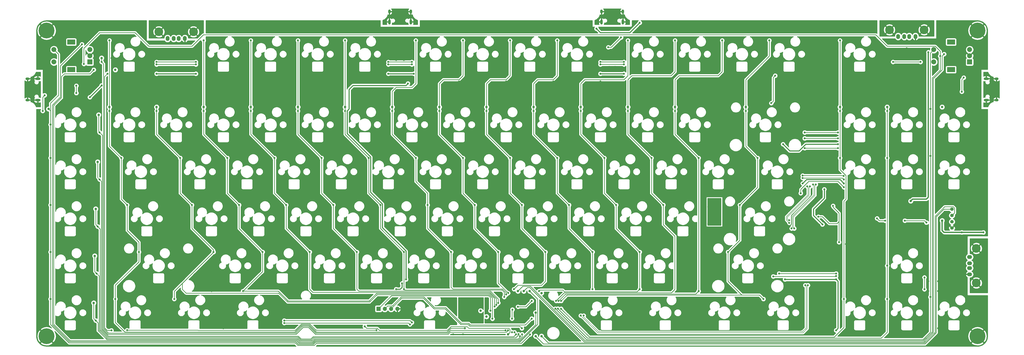
<source format=gtl>
%TF.GenerationSoftware,KiCad,Pcbnew,(5.1.10)-1*%
%TF.CreationDate,2021-11-04T23:24:46-04:00*%
%TF.ProjectId,custom_keyboard (f103_ fe2.1),63757374-6f6d-45f6-9b65-79626f617264,rev?*%
%TF.SameCoordinates,Original*%
%TF.FileFunction,Copper,L1,Top*%
%TF.FilePolarity,Positive*%
%FSLAX46Y46*%
G04 Gerber Fmt 4.6, Leading zero omitted, Abs format (unit mm)*
G04 Created by KiCad (PCBNEW (5.1.10)-1) date 2021-11-04 23:24:46*
%MOMM*%
%LPD*%
G01*
G04 APERTURE LIST*
%TA.AperFunction,ComponentPad*%
%ADD10C,1.000000*%
%TD*%
%TA.AperFunction,ComponentPad*%
%ADD11O,1.700000X1.700000*%
%TD*%
%TA.AperFunction,ComponentPad*%
%ADD12R,1.700000X1.700000*%
%TD*%
%TA.AperFunction,ComponentPad*%
%ADD13O,2.100000X1.000000*%
%TD*%
%TA.AperFunction,ComponentPad*%
%ADD14O,1.600000X1.000000*%
%TD*%
%TA.AperFunction,ComponentPad*%
%ADD15C,3.500000*%
%TD*%
%TA.AperFunction,ComponentPad*%
%ADD16O,1.500000X2.000000*%
%TD*%
%TA.AperFunction,ComponentPad*%
%ADD17O,1.000000X2.100000*%
%TD*%
%TA.AperFunction,ComponentPad*%
%ADD18O,1.000000X1.600000*%
%TD*%
%TA.AperFunction,ComponentPad*%
%ADD19O,2.000000X1.500000*%
%TD*%
%TA.AperFunction,ComponentPad*%
%ADD20R,2.000000X2.000000*%
%TD*%
%TA.AperFunction,ComponentPad*%
%ADD21C,2.000000*%
%TD*%
%TA.AperFunction,ComponentPad*%
%ADD22R,3.200000X2.000000*%
%TD*%
%TA.AperFunction,ComponentPad*%
%ADD23C,1.397000*%
%TD*%
%TA.AperFunction,ComponentPad*%
%ADD24C,6.400000*%
%TD*%
%TA.AperFunction,ViaPad*%
%ADD25C,0.800000*%
%TD*%
%TA.AperFunction,Conductor*%
%ADD26C,0.381000*%
%TD*%
%TA.AperFunction,Conductor*%
%ADD27C,0.250000*%
%TD*%
%TA.AperFunction,Conductor*%
%ADD28C,0.254000*%
%TD*%
%TA.AperFunction,Conductor*%
%ADD29C,0.200000*%
%TD*%
%TA.AperFunction,Conductor*%
%ADD30C,0.508000*%
%TD*%
%TA.AperFunction,Conductor*%
%ADD31C,0.100000*%
%TD*%
G04 APERTURE END LIST*
D10*
%TO.P,BOOT1,1*%
%TO.N,BOOT1*%
X279382400Y-265095800D03*
%TD*%
%TO.P,BOOT0,1*%
%TO.N,BOOT0*%
X265889500Y-281763500D03*
%TD*%
D11*
%TO.P,J1,4*%
%TO.N,GND*%
X221125300Y-271445400D03*
%TO.P,J1,3*%
%TO.N,SWCLK*%
X218585300Y-271445400D03*
%TO.P,J1,2*%
%TO.N,SWDIO*%
X216045300Y-271445400D03*
D12*
%TO.P,J1,1*%
%TO.N,KEYBOARD_RESET*%
X213505300Y-271445400D03*
%TD*%
D10*
%TO.P,X2,1*%
%TO.N,KEYBOARD_XTAL2*%
X254777700Y-272239100D03*
%TD*%
%TO.P,X1,1*%
%TO.N,KEYBOARD_XTAL1*%
X257158800Y-274620200D03*
%TD*%
%TO.P,BKL5,1*%
%TO.N,BKL_DATA_IN*%
X107149500Y-174614000D03*
%TD*%
%TO.P,5-7,1*%
%TO.N,PORT5-7PWR*%
X428598000Y-227791900D03*
%TD*%
%TO.P,1-4,1*%
%TO.N,PORT1-4_PWR*%
X441297200Y-235728900D03*
%TD*%
%TO.P,ENCB2,1*%
%TO.N,ENCODER_B2*%
X272239100Y-264302100D03*
%TD*%
%TO.P,COL1,1*%
%TO.N,COL1*%
X104768400Y-189694300D03*
%TD*%
%TO.P,COL2,1*%
%TO.N,COL2*%
X123817200Y-189694300D03*
%TD*%
%TO.P,COL14,1*%
%TO.N,COL14*%
X361927200Y-189694300D03*
%TD*%
%TO.P,KSDA1,1*%
%TO.N,KEYBOARD_SDA*%
X277001300Y-282557200D03*
%TD*%
%TO.P,KSCL1,1*%
%TO.N,KEYBOARD_SCL*%
X279382400Y-282557200D03*
%TD*%
%TO.P,BKL3,1*%
%TO.N,BKL_DATA_IN_3V3*%
X277001300Y-273032800D03*
%TD*%
%TO.P,COL11,1*%
%TO.N,COL11*%
X295256400Y-189694300D03*
%TD*%
%TO.P,COL10,1*%
%TO.N,COL10*%
X276207600Y-189694300D03*
%TD*%
%TO.P,COL9,1*%
%TO.N,COL9*%
X257158800Y-189694300D03*
%TD*%
%TO.P,COL8,1*%
%TO.N,COL8*%
X238110000Y-189694300D03*
%TD*%
%TO.P,COL7,1*%
%TO.N,COL7*%
X219061200Y-189694300D03*
%TD*%
%TO.P,COL6,1*%
%TO.N,COL6*%
X200012400Y-189694300D03*
%TD*%
%TO.P,COL5,1*%
%TO.N,COL5*%
X180963600Y-189694300D03*
%TD*%
%TO.P,COL4,1*%
%TO.N,COL4*%
X161914800Y-189694300D03*
%TD*%
%TO.P,ENCB1,1*%
%TO.N,ENCODER_B1*%
X274620200Y-264302100D03*
%TD*%
%TO.P,ENCA1,1*%
%TO.N,ENCODER_A*%
X269858000Y-264302100D03*
%TD*%
%TO.P,COL17,1*%
%TO.N,COL17*%
X441297200Y-189694300D03*
%TD*%
%TO.P,COL16,1*%
%TO.N,COL16*%
X419073600Y-189694300D03*
%TD*%
%TO.P,COL15,1*%
%TO.N,COL15*%
X400024800Y-189694300D03*
%TD*%
%TO.P,ROW0,1*%
%TO.N,ROT1_ROW*%
X101593600Y-169851800D03*
%TD*%
%TO.P,ROW1,1*%
%TO.N,ROW1*%
X100403050Y-192869100D03*
%TD*%
%TO.P,ROW2,1*%
%TO.N,ROW2*%
X100006200Y-211917900D03*
%TD*%
%TO.P,ROW3,1*%
%TO.N,ROW3*%
X99212500Y-230966700D03*
%TD*%
%TO.P,ROW4,1*%
%TO.N,ROW4*%
X98815650Y-250015500D03*
%TD*%
%TO.P,ROW5,1*%
%TO.N,ROW5*%
X98418800Y-269064300D03*
%TD*%
%TO.P,COL0,1*%
%TO.N,COL0*%
X80163700Y-190488000D03*
%TD*%
%TO.P,COL3,1*%
%TO.N,COL3*%
X142866000Y-189694300D03*
%TD*%
%TO.P,COL13,1*%
%TO.N,COL13*%
X333354000Y-189694300D03*
%TD*%
%TO.P,COL12,1*%
%TO.N,COL12*%
X314305200Y-189694300D03*
%TD*%
D13*
%TO.P,USB2,13*%
%TO.N,Earth*%
X75831900Y-186871000D03*
X75831900Y-178231000D03*
D14*
X71651900Y-186871000D03*
X71651900Y-178231000D03*
%TD*%
D15*
%TO.P,USB3,5*%
%TO.N,Earth*%
X124754200Y-159204800D03*
D16*
%TO.P,USB3,4*%
%TO.N,GND*%
X135254200Y-161914800D03*
%TO.P,USB3,3*%
%TO.N,Net-(D+3-Pad1)*%
X132754200Y-161914800D03*
%TO.P,USB3,2*%
%TO.N,Net-(D-3-Pad1)*%
X130754200Y-161914800D03*
D15*
%TO.P,USB3,5*%
%TO.N,Earth*%
X138754200Y-159204800D03*
D16*
%TO.P,USB3,1*%
%TO.N,Net-(D5-Pad2)*%
X128254200Y-161914800D03*
%TD*%
D15*
%TO.P,USB6,5*%
%TO.N,Earth*%
X420010600Y-158411100D03*
D16*
%TO.P,USB6,4*%
%TO.N,GND*%
X430510600Y-161121100D03*
%TO.P,USB6,3*%
%TO.N,Net-(D+6-Pad1)*%
X428010600Y-161121100D03*
%TO.P,USB6,2*%
%TO.N,Net-(D-6-Pad1)*%
X426010600Y-161121100D03*
D15*
%TO.P,USB6,5*%
%TO.N,Earth*%
X434010600Y-158411100D03*
D16*
%TO.P,USB6,1*%
%TO.N,Net-(D8-Pad2)*%
X423510600Y-161121100D03*
%TD*%
D17*
%TO.P,USB1,13*%
%TO.N,Earth*%
X217916000Y-155201900D03*
X226556000Y-155201900D03*
D18*
X217916000Y-151021900D03*
X226556000Y-151021900D03*
%TD*%
D15*
%TO.P,USB4,5*%
%TO.N,Earth*%
X455119000Y-246984000D03*
D19*
%TO.P,USB4,4*%
%TO.N,GND*%
X452409000Y-257484000D03*
%TO.P,USB4,3*%
%TO.N,Net-(D+4-Pad1)*%
X452409000Y-254984000D03*
%TO.P,USB4,2*%
%TO.N,Net-(D-4-Pad1)*%
X452409000Y-252984000D03*
D15*
%TO.P,USB4,5*%
%TO.N,Earth*%
X455119000Y-260984000D03*
D19*
%TO.P,USB4,1*%
%TO.N,Net-(D7-Pad2)*%
X452409000Y-250484000D03*
%TD*%
D13*
%TO.P,USB7,13*%
%TO.N,Earth*%
X459121900Y-178231000D03*
X459121900Y-186871000D03*
D14*
X463301900Y-178231000D03*
X463301900Y-186871000D03*
%TD*%
D20*
%TO.P,ROT1,A*%
%TO.N,Net-(C8-Pad2)*%
X96831400Y-171439200D03*
D21*
%TO.P,ROT1,C*%
%TO.N,GND*%
X96831400Y-168939200D03*
%TO.P,ROT1,B*%
%TO.N,Net-(C9-Pad1)*%
X96831400Y-166439200D03*
D22*
%TO.P,ROT1,MP*%
%TO.N,N/C*%
X89331400Y-174539200D03*
X89331400Y-163339200D03*
D21*
%TO.P,ROT1,S2*%
%TO.N,Net-(D3-Pad2)*%
X82331400Y-171439200D03*
%TO.P,ROT1,S1*%
%TO.N,COL0*%
X82331400Y-166439200D03*
%TD*%
D20*
%TO.P,ROT2,A*%
%TO.N,Net-(C10-Pad2)*%
X452409000Y-171439200D03*
D21*
%TO.P,ROT2,C*%
%TO.N,GND*%
X452409000Y-168939200D03*
%TO.P,ROT2,B*%
%TO.N,Net-(C11-Pad1)*%
X452409000Y-166439200D03*
D22*
%TO.P,ROT2,MP*%
%TO.N,N/C*%
X444909000Y-174539200D03*
X444909000Y-163339200D03*
D21*
%TO.P,ROT2,S2*%
%TO.N,Net-(D4-Pad2)*%
X437909000Y-171439200D03*
%TO.P,ROT2,S1*%
%TO.N,COL17*%
X437909000Y-166439200D03*
%TD*%
D17*
%TO.P,USB5,13*%
%TO.N,Earth*%
X303635600Y-155201900D03*
X312275600Y-155201900D03*
D18*
X303635600Y-151021900D03*
X312275600Y-151021900D03*
%TD*%
D23*
%TO.P,OL1,4*%
%TO.N,GND*%
X445265700Y-238745200D03*
%TO.P,OL1,3*%
%TO.N,+5V*%
X445265700Y-236205200D03*
%TO.P,OL1,2*%
%TO.N,KEYBOARD_SCL*%
X445265700Y-233665200D03*
%TO.P,OL1,1*%
%TO.N,KEYBOARD_SDA*%
X445265700Y-231125200D03*
%TD*%
D24*
%TO.P,H1,1*%
%TO.N,GND*%
X79370000Y-158740000D03*
%TD*%
%TO.P,H2,1*%
%TO.N,GND*%
X79370000Y-282557200D03*
%TD*%
%TO.P,H3,1*%
%TO.N,GND*%
X455583800Y-158740000D03*
%TD*%
%TO.P,H4,1*%
%TO.N,GND*%
X455583800Y-282557200D03*
%TD*%
D25*
%TO.N,GND*%
X141675450Y-239300550D03*
X260333600Y-260333600D03*
X348434300Y-277001300D03*
X324623300Y-277001300D03*
X383357100Y-222236000D03*
X266683200Y-255968250D03*
X99212500Y-173026600D03*
X306765050Y-170248650D03*
X309146150Y-170248650D03*
X306765050Y-173423450D03*
X309146150Y-173423450D03*
X435741300Y-264302100D03*
X439709800Y-264302100D03*
X375420100Y-251602900D03*
X174614000Y-278588700D03*
X353990200Y-263508400D03*
X440503500Y-250809200D03*
X430979100Y-251602900D03*
X83338500Y-222236000D03*
X396850000Y-179376200D03*
X296050100Y-267476900D03*
X146040800Y-260333600D03*
X117467600Y-260333600D03*
X361133500Y-241284800D03*
X83338500Y-241284800D03*
X83338500Y-260333600D03*
X83338500Y-275413900D03*
X146040800Y-264302100D03*
X126992000Y-263508400D03*
X98418800Y-260333600D03*
X83338500Y-203187200D03*
X84925900Y-263508400D03*
X84925900Y-244459600D03*
X84925900Y-225410800D03*
X84925900Y-206362000D03*
X303193400Y-179376200D03*
X284144600Y-179376200D03*
X265095800Y-179376200D03*
X246047000Y-179376200D03*
X198425000Y-179376200D03*
X179376200Y-179376200D03*
X160327400Y-179376200D03*
X141278600Y-179376200D03*
X105562100Y-169851800D03*
X203584050Y-172629750D03*
X146437650Y-172629750D03*
X358355550Y-258349350D03*
X363117750Y-239300550D03*
X422645250Y-258349350D03*
X120245550Y-258349350D03*
X108340050Y-172629750D03*
X441694050Y-277398150D03*
X422645250Y-277398150D03*
X403596450Y-277398150D03*
X158343150Y-277398150D03*
X284541450Y-258349350D03*
X303590250Y-258349350D03*
X322639050Y-258349350D03*
X371451600Y-260333600D03*
X246443850Y-258349350D03*
X227395050Y-258349350D03*
X208346250Y-258349350D03*
X189297450Y-258349350D03*
X170248650Y-258349350D03*
X151199850Y-258349350D03*
X251206050Y-220251750D03*
X246047000Y-222236000D03*
X232157250Y-220251750D03*
X226998200Y-222236000D03*
X213108450Y-220251750D03*
X207949400Y-222236000D03*
X194059650Y-220251750D03*
X188900600Y-222236000D03*
X175010850Y-220251750D03*
X169851800Y-222236000D03*
X155962050Y-220251750D03*
X150803000Y-222236000D03*
X136913250Y-220251750D03*
X131754200Y-222236000D03*
X113102250Y-220251750D03*
X109927450Y-240887950D03*
X115483350Y-239300550D03*
X129373100Y-241284800D03*
X360339800Y-222236000D03*
X265095800Y-222236000D03*
X270254850Y-220251750D03*
X284144600Y-222236000D03*
X289303650Y-220251750D03*
X303193400Y-222236000D03*
X308352450Y-220251750D03*
X322242200Y-222236000D03*
X327401250Y-220251750D03*
X346450050Y-220251750D03*
X341291000Y-222236000D03*
X370261050Y-220251750D03*
X417486200Y-222236000D03*
X422645250Y-220251750D03*
X439709800Y-222236000D03*
X441694050Y-220251750D03*
X453996400Y-206362000D03*
X453996400Y-201202950D03*
X441694050Y-201202950D03*
X439709800Y-203187200D03*
X422645250Y-201202950D03*
X417486200Y-203187200D03*
X146437650Y-201202950D03*
X378991750Y-203187200D03*
X365498850Y-201202950D03*
X350815400Y-203187200D03*
X336925650Y-201202950D03*
X331766600Y-203187200D03*
X317876850Y-201202950D03*
X312717800Y-203187200D03*
X298828050Y-201202950D03*
X293669000Y-203187200D03*
X279779250Y-201202950D03*
X274620200Y-203187200D03*
X260730450Y-201202950D03*
X255571400Y-203187200D03*
X241681650Y-201202950D03*
X236522600Y-203187200D03*
X222632850Y-201202950D03*
X203584050Y-201202950D03*
X217473800Y-203187200D03*
X198425000Y-203187200D03*
X184535250Y-201202950D03*
X179376200Y-203187200D03*
X165486450Y-201202950D03*
X160327400Y-203187200D03*
X141278600Y-203187200D03*
X127388850Y-201202950D03*
X122229800Y-203187200D03*
X108340050Y-201202950D03*
X403596450Y-172629750D03*
X375023250Y-172629750D03*
X198425000Y-174614000D03*
X184535250Y-172629750D03*
X179376200Y-174614000D03*
X165486450Y-172629750D03*
X160327400Y-174614000D03*
X331766600Y-174614000D03*
X317876850Y-172629750D03*
X350815400Y-174614000D03*
X336925650Y-172629750D03*
X369864200Y-174614000D03*
X355974450Y-172629750D03*
X284144600Y-174614000D03*
X289303650Y-172629750D03*
X265095800Y-174614000D03*
X270254850Y-172629750D03*
X251206050Y-172629750D03*
X232157250Y-172629750D03*
X246047000Y-174614000D03*
X110721150Y-277398150D03*
X134532150Y-277398150D03*
X373832700Y-254777700D03*
X160724250Y-239300550D03*
X179773050Y-239300550D03*
X198821850Y-239300550D03*
X217870650Y-239300550D03*
X236919450Y-239300550D03*
X255968250Y-239300550D03*
X275017050Y-239300550D03*
X294065850Y-239300550D03*
X313114650Y-239300550D03*
X332163450Y-239300550D03*
X403993300Y-250015500D03*
X439709800Y-279382400D03*
X417486200Y-279382400D03*
X388913000Y-279382400D03*
X365102000Y-278985550D03*
X341291000Y-279382400D03*
X317480000Y-279382400D03*
X150803000Y-279382400D03*
X98418800Y-279382400D03*
X98418800Y-222236000D03*
X346053200Y-241284800D03*
X327004400Y-241284800D03*
X307955600Y-241284800D03*
X288906800Y-241284800D03*
X269858000Y-241284800D03*
X250809200Y-241284800D03*
X231760400Y-241284800D03*
X212711600Y-241284800D03*
X193662800Y-241284800D03*
X174614000Y-241284800D03*
X155565200Y-241284800D03*
X136516400Y-241284800D03*
X98418800Y-241284800D03*
X133341600Y-260333600D03*
X165089600Y-260333600D03*
X336528800Y-260333600D03*
X317480000Y-260333600D03*
X298431200Y-260333600D03*
X222236000Y-260333600D03*
X203187200Y-260333600D03*
X184138400Y-260333600D03*
X246047000Y-158740000D03*
X284144600Y-158740000D03*
X160327400Y-158740000D03*
X198425000Y-158740000D03*
X331766600Y-158740000D03*
X369864200Y-158740000D03*
X398437400Y-158740000D03*
X438122400Y-169058100D03*
X384944500Y-203980900D03*
X357165000Y-260333600D03*
X395262600Y-238110000D03*
X230173000Y-174614000D03*
X412724000Y-230173000D03*
X421454700Y-234141500D03*
X411930300Y-240491100D03*
X402405900Y-245253300D03*
X417486200Y-246047000D03*
X421454700Y-246047000D03*
X425423200Y-246047000D03*
X415105100Y-253190300D03*
X433360200Y-228585600D03*
X288906800Y-282557200D03*
X442090900Y-283350900D03*
X79370000Y-186519500D03*
X80213900Y-179326000D03*
X303987100Y-157946300D03*
X406374400Y-239697400D03*
X434153900Y-186519500D03*
X440503500Y-186519500D03*
X423835800Y-186519500D03*
X434153900Y-181757300D03*
X447646800Y-235728900D03*
X435741300Y-260333600D03*
X439709800Y-260333600D03*
X228585600Y-277795000D03*
X243665900Y-277001300D03*
X363514600Y-203187200D03*
X98815650Y-185328950D03*
X372245300Y-277001300D03*
X87307000Y-189694300D03*
X427010600Y-165883300D03*
X289700500Y-272239100D03*
X316686300Y-155565200D03*
X448440500Y-155565200D03*
X447646800Y-229379300D03*
X442884600Y-233347800D03*
X439709800Y-227791900D03*
X447646800Y-232157250D03*
X283350900Y-277001300D03*
X265492650Y-258349350D03*
X274620200Y-266683200D03*
X269064300Y-271445400D03*
X265889500Y-273032800D03*
X98418800Y-203187200D03*
X388913000Y-174614000D03*
X266683200Y-263508400D03*
X280969800Y-265889500D03*
X224617100Y-273826500D03*
X219854900Y-267476900D03*
X389706700Y-261127300D03*
X403596450Y-220251750D03*
X403596450Y-201202950D03*
X355577600Y-235728900D03*
X366689400Y-230173000D03*
X404787000Y-217473800D03*
X404787000Y-198425000D03*
X261921000Y-277001300D03*
X397643700Y-240491100D03*
X85719600Y-218267500D03*
X85719600Y-199218700D03*
X85719600Y-237316300D03*
X85719600Y-256365100D03*
X85719600Y-275413900D03*
X241284800Y-260333600D03*
X275413900Y-277001300D03*
X286922550Y-265095800D03*
X448837350Y-252396600D03*
X247634400Y-281763500D03*
X243665900Y-281763500D03*
X260730450Y-254777700D03*
X197631300Y-278588700D03*
X204774600Y-278588700D03*
X220648600Y-170645500D03*
X220648600Y-177788800D03*
X223823400Y-177788800D03*
X223823400Y-170645500D03*
X86910150Y-180566750D03*
X92862900Y-185725800D03*
X223823400Y-165089600D03*
X226998200Y-163502200D03*
X303193400Y-174614000D03*
X217473800Y-174614000D03*
X449234200Y-169058100D03*
X279382400Y-260333600D03*
X226204500Y-260333600D03*
X417642500Y-227635600D03*
X424629500Y-227791900D03*
X280969800Y-280176100D03*
X207155700Y-273032800D03*
X218267500Y-278588700D03*
X412724000Y-226204500D03*
X388119300Y-243665900D03*
X444868850Y-226204500D03*
X391690950Y-249221800D03*
X132547900Y-278588700D03*
X232554100Y-177788800D03*
X124610900Y-169851800D03*
X124610900Y-177788800D03*
X138897500Y-169851800D03*
X138897500Y-177788800D03*
X131754200Y-184138400D03*
X430979100Y-181757300D03*
X122229800Y-192075400D03*
X141278600Y-192075400D03*
X160327400Y-192075400D03*
X179376200Y-192075400D03*
X198425000Y-192075400D03*
X217473800Y-192075400D03*
X236522600Y-192075400D03*
X255571400Y-192075400D03*
X274620200Y-192075400D03*
X293669000Y-192075400D03*
X312717800Y-192075400D03*
X331766600Y-192075400D03*
X350815400Y-192075400D03*
X379388600Y-192075400D03*
X300812300Y-277398150D03*
X292875300Y-283350900D03*
X384944500Y-265889500D03*
X417486200Y-174614000D03*
X234141500Y-267476900D03*
X440503500Y-181757300D03*
X97228250Y-183741550D03*
X98418800Y-181757300D03*
X141278600Y-182947850D03*
X144453400Y-182947850D03*
X141278600Y-185328950D03*
X144453400Y-185328950D03*
X163502200Y-185328950D03*
X160327400Y-185328950D03*
X160327400Y-182947850D03*
X163502200Y-182947850D03*
X182551000Y-182947850D03*
X182551000Y-185328950D03*
X179376200Y-185328950D03*
X179376200Y-182947850D03*
X217473800Y-185328950D03*
X220648600Y-185328950D03*
X239697400Y-185328950D03*
X236522600Y-185328950D03*
X258746200Y-185328950D03*
X255571400Y-185328950D03*
X277795000Y-185328950D03*
X296843800Y-185328950D03*
X274620200Y-185328950D03*
X293669000Y-185328950D03*
X331766600Y-185328950D03*
X315892600Y-185328950D03*
X334941400Y-185328950D03*
X312717800Y-185328950D03*
X360339800Y-185328950D03*
X363514600Y-185328950D03*
X371451600Y-185328950D03*
X374626400Y-185328950D03*
X217473800Y-182947850D03*
X220648600Y-182947850D03*
X236522600Y-182947850D03*
X239697400Y-182947850D03*
X255571400Y-182947850D03*
X277795000Y-182947850D03*
X274620200Y-182947850D03*
X258746200Y-182947850D03*
X296843800Y-182947850D03*
X293669000Y-182947850D03*
X312717800Y-182947850D03*
X334941400Y-182947850D03*
X315892600Y-182947850D03*
X331766600Y-182947850D03*
X360339800Y-182947850D03*
X363514600Y-182947850D03*
X371451600Y-182947850D03*
X374626400Y-182947850D03*
X402009050Y-185725800D03*
X398834250Y-185725800D03*
X402009050Y-180169900D03*
X398834250Y-180169900D03*
X374626400Y-179773050D03*
X331766600Y-179773050D03*
X371451600Y-179773050D03*
X315892600Y-179773050D03*
X334941400Y-179773050D03*
X312717800Y-179773050D03*
X360339800Y-179773050D03*
X363514600Y-179773050D03*
X398437400Y-182947850D03*
X401612200Y-182947850D03*
X420264150Y-182947850D03*
X417089350Y-182947850D03*
X394072050Y-260730450D03*
X392087800Y-255571400D03*
X388913000Y-255571400D03*
X198425000Y-185328950D03*
X203187200Y-185328950D03*
X198425000Y-182947850D03*
X203187200Y-182947850D03*
X101196750Y-184535250D03*
X106355800Y-184535250D03*
X382563400Y-234935200D03*
X379388600Y-231760400D03*
X384944500Y-226204500D03*
X387325600Y-230966700D03*
X378594900Y-238903700D03*
X346846900Y-230173000D03*
X346846900Y-236919450D03*
X351609100Y-230173000D03*
X246840700Y-270254850D03*
X243665900Y-268270600D03*
X255571400Y-268270600D03*
X417486200Y-192075400D03*
X150803000Y-211124200D03*
X169851800Y-211124200D03*
X188900600Y-211124200D03*
X207949400Y-211124200D03*
X226998200Y-211124200D03*
X246047000Y-211124200D03*
X265095800Y-211124200D03*
X284144600Y-211124200D03*
X303193400Y-211124200D03*
X322242200Y-211124200D03*
X341291000Y-211124200D03*
X360339800Y-211124200D03*
X417486200Y-211124200D03*
X455583800Y-192075400D03*
X455583800Y-211124200D03*
X141278600Y-163502200D03*
X160327400Y-163502200D03*
X179376200Y-163502200D03*
X198425000Y-163502200D03*
X217473800Y-163502200D03*
X246047000Y-163502200D03*
X265095800Y-163502200D03*
X284144600Y-163502200D03*
X303193400Y-163502200D03*
X312717800Y-163502200D03*
X331766600Y-163502200D03*
X350815400Y-163502200D03*
X369864200Y-163502200D03*
X398437400Y-163502200D03*
X136516400Y-230173000D03*
X155565200Y-230173000D03*
X174614000Y-230173000D03*
X193662800Y-230173000D03*
X212711600Y-230173000D03*
X231760400Y-230173000D03*
X250809200Y-230173000D03*
X269858000Y-230173000D03*
X288906800Y-230173000D03*
X307955600Y-230173000D03*
X327004400Y-230173000D03*
X317480000Y-249221800D03*
X298431200Y-249221800D03*
X279382400Y-249221800D03*
X260333600Y-249221800D03*
X241284800Y-249221800D03*
X222236000Y-249221800D03*
X203187200Y-249221800D03*
X184138400Y-249221800D03*
X165089600Y-249221800D03*
X134135300Y-249221800D03*
X129373100Y-230173000D03*
X126992000Y-211124200D03*
X384150800Y-211124200D03*
X124610900Y-268270600D03*
X148421900Y-268270600D03*
X172232900Y-268270600D03*
X338909900Y-268270600D03*
X362720900Y-268270600D03*
X417486200Y-268270600D03*
X455583800Y-268270600D03*
X315098900Y-268270600D03*
X98418800Y-266683200D03*
X98418800Y-247634400D03*
X98418800Y-228585600D03*
X98418800Y-209536800D03*
X98418800Y-190488000D03*
X103181000Y-163502200D03*
X95244000Y-158740000D03*
X336528800Y-249221800D03*
X399172300Y-221501100D03*
X428201150Y-230173000D03*
X429391700Y-234538350D03*
X430979100Y-230966700D03*
%TO.N,+3V3*%
X399627950Y-244459600D03*
X414989297Y-234819397D03*
X418279900Y-235728900D03*
X434947600Y-236522600D03*
X267476900Y-275413900D03*
X267629898Y-271782800D03*
X397218900Y-229748200D03*
X391294100Y-234141500D03*
X426216900Y-235728900D03*
%TO.N,Earth*%
X129769950Y-157946300D03*
X133738450Y-157946300D03*
X425026350Y-157946300D03*
X428994850Y-157946300D03*
X222236000Y-152390400D03*
X220648600Y-151596700D03*
X223823400Y-151596700D03*
X306368200Y-151596700D03*
X309543000Y-151596700D03*
X427010600Y-157152600D03*
X462727100Y-180963600D03*
X462727100Y-184138400D03*
X71433000Y-184138400D03*
X71433000Y-180963600D03*
X455583800Y-255571400D03*
X455583800Y-252396600D03*
X461933400Y-182551000D03*
X307955600Y-152390400D03*
X131754200Y-157152600D03*
X72226700Y-182551000D03*
X456377500Y-253984000D03*
%TO.N,KEYBOARD_RESET*%
X258746200Y-272239100D03*
%TO.N,COL2*%
X123817200Y-191281700D03*
X133341600Y-210330500D03*
X138103800Y-229379300D03*
X130960500Y-267476900D03*
X259557769Y-275485740D03*
X146834500Y-248428100D03*
%TO.N,COL1*%
X107149500Y-267476900D03*
X116673900Y-248428100D03*
X111911700Y-229379300D03*
X109530600Y-210330500D03*
X104768400Y-191281700D03*
X104768400Y-162708500D03*
X248428100Y-279382400D03*
%TO.N,COL3*%
X166677000Y-248428100D03*
X157152600Y-229379300D03*
X152390400Y-210330500D03*
X142866000Y-191281700D03*
X142866000Y-162708500D03*
X158740000Y-264302100D03*
X260449403Y-270535897D03*
%TO.N,ROW2*%
X100799900Y-219061200D03*
X384944500Y-217473800D03*
X269082394Y-281788020D03*
X401496397Y-217589603D03*
%TO.N,ROW4*%
X375420100Y-257158800D03*
X99609350Y-257158800D03*
X270661666Y-282571206D03*
X398437400Y-257158800D03*
%TO.N,ROT1_ROW*%
X421454700Y-171439200D03*
X101593600Y-171439200D03*
X226998200Y-171439200D03*
X217473800Y-171439200D03*
X432566500Y-171439200D03*
X123817200Y-171439200D03*
X139691200Y-171439200D03*
X303193400Y-171439200D03*
X312717800Y-171439200D03*
X264876846Y-280163449D03*
%TO.N,ROW3*%
X100006200Y-238110000D03*
X270081897Y-281756422D03*
%TO.N,ROW5*%
X175407700Y-276207600D03*
X99212500Y-276207600D03*
X226998200Y-277001300D03*
X271531898Y-281763500D03*
%TO.N,DOUT1*%
X373832700Y-176995100D03*
X372245300Y-188106900D03*
%TO.N,DOUT2*%
X399231100Y-206362000D03*
X385738200Y-206362000D03*
%TO.N,DOUT3*%
X384150800Y-224617100D03*
X401612200Y-222236000D03*
%TO.N,DOUT5*%
X434153900Y-258746200D03*
X434154726Y-263553870D03*
%TO.N,COL0*%
X80957400Y-210330500D03*
X80957400Y-229379300D03*
X80957400Y-248428100D03*
X80957400Y-267476900D03*
X80957400Y-196837600D03*
X274730350Y-281873650D03*
%TO.N,COL4*%
X161914800Y-162708500D03*
X161914800Y-191281700D03*
X171439200Y-210330500D03*
X176201400Y-229379300D03*
X185725800Y-248428100D03*
X261156511Y-269828789D03*
%TO.N,COL5*%
X204774600Y-248428100D03*
X195250200Y-229379300D03*
X190488000Y-210330500D03*
X180963600Y-191281700D03*
X180963600Y-162708500D03*
X261921000Y-269064300D03*
%TO.N,COL6*%
X223823400Y-248428100D03*
X214299000Y-229379300D03*
X209536800Y-210330500D03*
X200012400Y-191281700D03*
X200012400Y-162708500D03*
X223823400Y-263508400D03*
X264302100Y-266683200D03*
%TO.N,COL7*%
X242872200Y-248428100D03*
X233347800Y-229379300D03*
X228585600Y-210330500D03*
X219061200Y-191281700D03*
X228585600Y-162708500D03*
X265108451Y-265670546D03*
%TO.N,COL8*%
X261921000Y-248428100D03*
X252396600Y-229379300D03*
X247634400Y-210330500D03*
X238110000Y-191281700D03*
X247634400Y-162708500D03*
X265913884Y-265077857D03*
%TO.N,KEYBOARD_SDA*%
X267476900Y-280969800D03*
%TO.N,KEYBOARD_SCL*%
X268488619Y-280983387D03*
%TO.N,ENCODER_A*%
X94450300Y-172232900D03*
X440503500Y-169058100D03*
%TO.N,ENCODER_B1*%
X93656600Y-164295900D03*
%TO.N,KEYBOARD_D+*%
X386006900Y-261921000D03*
X296446950Y-274223350D03*
%TO.N,KEYBOARD_D-*%
X387056900Y-261921000D03*
X295256400Y-274223350D03*
%TO.N,BOOT0*%
X207949400Y-278588700D03*
%TO.N,COL17*%
X436535000Y-190488000D03*
X436535000Y-209536800D03*
X436535000Y-266683200D03*
X284967503Y-271416197D03*
%TO.N,COL16*%
X419073600Y-267476900D03*
X419073600Y-210330500D03*
X419073600Y-191281700D03*
X419073600Y-253984000D03*
X286011820Y-271409324D03*
%TO.N,ROW1*%
X100799900Y-200012400D03*
X265889500Y-280176100D03*
X399231100Y-200012400D03*
X385738200Y-200012400D03*
%TO.N,COL9*%
X280969800Y-248428100D03*
X271445400Y-229379300D03*
X266683200Y-210330500D03*
X257158800Y-191281700D03*
X266683200Y-162708500D03*
X268270600Y-263508400D03*
%TO.N,COL10*%
X285732000Y-162708500D03*
X276207600Y-191281700D03*
X285732000Y-210330500D03*
X290494200Y-229379300D03*
X300018600Y-248428100D03*
X300018600Y-263508400D03*
%TO.N,COL11*%
X319067400Y-248428100D03*
X309543000Y-229379300D03*
X304780800Y-210330500D03*
X295256400Y-191281700D03*
X314305200Y-162708500D03*
X319067400Y-263508400D03*
X278369746Y-264289449D03*
%TO.N,COL12*%
X333354000Y-162708500D03*
X314305200Y-191281700D03*
X323829600Y-210330500D03*
X328591800Y-229379300D03*
X285283210Y-268256179D03*
%TO.N,COL13*%
X342878400Y-210330500D03*
X333354000Y-191281700D03*
X352402800Y-162708500D03*
X342878400Y-264302100D03*
X286306746Y-268257949D03*
%TO.N,COL14*%
X354783900Y-248428100D03*
X359546100Y-229379300D03*
X361927200Y-191281700D03*
X366689400Y-210330500D03*
X371451600Y-162708500D03*
X369070500Y-267476900D03*
X287319400Y-268270600D03*
%TO.N,COL15*%
X287319400Y-271445400D03*
X401612200Y-267476900D03*
X400024800Y-162708500D03*
X400024800Y-191281700D03*
X400024800Y-210330500D03*
%TO.N,ENCODER_B2*%
X442090900Y-168264400D03*
%TO.N,BKL_DATA_IN_3V3*%
X98418800Y-174614000D03*
%TO.N,Net-(MX1-Pad5)*%
X123817200Y-172439203D03*
X139691200Y-172439203D03*
%TO.N,Net-(MX5-Pad5)*%
X226998200Y-172439203D03*
X217473800Y-172439203D03*
%TO.N,Net-(MX10-Pad4)*%
X303193400Y-172439203D03*
X312717800Y-172439203D03*
%TO.N,Net-(MX29-Pad5)*%
X399231100Y-202393500D03*
X385738200Y-202393500D03*
%TO.N,Net-(MX47-Pad5)*%
X384944500Y-218473803D03*
X401612200Y-219061200D03*
%TO.N,Net-(MX77-Pad5)*%
X373039000Y-258349350D03*
%TO.N,Net-(MX82-Pad5)*%
X175407700Y-277207603D03*
X226204500Y-277795000D03*
%TO.N,Net-(C6-Pad1)*%
X91391303Y-181079403D03*
X91391303Y-184022597D03*
%TO.N,PORT1-4_PWR*%
X457964900Y-240491100D03*
X449234200Y-240491100D03*
%TO.N,PORT5-7PWR*%
X319067400Y-155565200D03*
X301606000Y-157946300D03*
X435741300Y-167470700D03*
%TO.N,Net-(D1-Pad2)*%
X78576300Y-184932100D03*
X77782600Y-191281700D03*
%TO.N,+5V*%
X377007500Y-204774600D03*
X217473800Y-176201400D03*
X393675200Y-223029700D03*
X377801200Y-259539900D03*
X392925200Y-237272600D03*
X96831400Y-185725800D03*
X101593600Y-180963600D03*
X399231100Y-204774600D03*
X303193400Y-176201400D03*
X312717800Y-176201400D03*
X123817200Y-176201400D03*
X139691200Y-176201400D03*
X225410800Y-180169900D03*
X223029700Y-261127300D03*
X220648600Y-263508400D03*
X224617100Y-259539900D03*
X401610405Y-220650395D03*
X227791900Y-176201400D03*
X384944500Y-220648600D03*
%TO.N,SWCLK*%
X271445400Y-279382400D03*
%TO.N,SWDIO*%
X275413900Y-275413900D03*
%TO.N,BOOT1*%
X269858000Y-270651700D03*
X275413900Y-268270600D03*
%TO.N,KEYBOARD_5V*%
X212711600Y-280138480D03*
X103974700Y-176201400D03*
X111911700Y-280138480D03*
X105562100Y-280176100D03*
%TO.N,Net-(C17-Pad1)*%
X311527250Y-161517950D03*
X306368200Y-165486450D03*
%TO.N,Net-(C30-Pad1)*%
X449234200Y-183476000D03*
X450027900Y-177788800D03*
%TO.N,Net-(D+2-Pad1)*%
X379526000Y-235600750D03*
X387850600Y-221898600D03*
%TO.N,Net-(D+3-Pad1)*%
X390231700Y-221104900D03*
X381501000Y-238903700D03*
%TO.N,Net-(D-2-Pad1)*%
X379526000Y-236650750D03*
X386800600Y-221898600D03*
%TO.N,Net-(D-3-Pad1)*%
X389181700Y-221104900D03*
X380451000Y-238903700D03*
%TO.N,Net-(MX77-Pad5)*%
X398437400Y-258158803D03*
%TO.N,+5V*%
X398437400Y-259539900D03*
X398437400Y-280176100D03*
%TD*%
D26*
%TO.N,GND*%
X315098900Y-157946300D02*
X317480000Y-155565200D01*
X303987100Y-157946300D02*
X315098900Y-157946300D01*
D27*
X266683200Y-263508400D02*
X266683200Y-255968250D01*
X260730450Y-259936750D02*
X260333600Y-260333600D01*
X260730450Y-254777700D02*
X260730450Y-259936750D01*
X412724000Y-230173000D02*
X412724000Y-226204500D01*
X300812300Y-277398150D02*
X302002850Y-276207600D01*
X300812300Y-277398150D02*
X303590250Y-280176100D01*
X303590250Y-280176100D02*
X384150800Y-280176100D01*
X384944500Y-265889500D02*
X384944500Y-279382400D01*
X384944500Y-279382400D02*
X384150800Y-280176100D01*
X380325990Y-233600960D02*
X380325990Y-237172610D01*
X388575601Y-225351349D02*
X380325990Y-233600960D01*
X380325990Y-237172610D02*
X379388600Y-238110000D01*
X379388600Y-231760400D02*
X384944500Y-226204500D01*
X383357100Y-234935200D02*
X387325600Y-230966700D01*
X382563400Y-234935200D02*
X383357100Y-234935200D01*
X379388600Y-238110000D02*
X378594900Y-238903700D01*
X230569850Y-275810750D02*
X242475350Y-275810750D01*
X243665900Y-277001300D02*
X242475350Y-275810750D01*
X230569850Y-275810750D02*
X228585600Y-277795000D01*
X302399700Y-275810750D02*
X323432750Y-275810750D01*
X324623300Y-277001300D02*
X323432750Y-275810750D01*
X302399700Y-275810750D02*
X302002850Y-276207600D01*
X323432750Y-275810750D02*
X347243750Y-275810750D01*
X348434300Y-277001300D02*
X347243750Y-275810750D01*
X347243750Y-275810750D02*
X371054750Y-275810750D01*
X372245300Y-277001300D02*
X371054750Y-275810750D01*
%TO.N,+3V3*%
X399627950Y-244459600D02*
X399627950Y-236125750D01*
X398834250Y-236919450D02*
X399627950Y-236125750D01*
X395659450Y-236919450D02*
X398834250Y-236919450D01*
X415898800Y-235728900D02*
X418279900Y-235728900D01*
X414989297Y-234819397D02*
X415898800Y-235728900D01*
X434153900Y-235728900D02*
X434947600Y-236522600D01*
X267476900Y-271935798D02*
X267629898Y-271782800D01*
X267476900Y-275413900D02*
X267476900Y-271935798D01*
X397218900Y-230262598D02*
X397218900Y-229748200D01*
X399627950Y-232671648D02*
X397218900Y-230262598D01*
X399627950Y-236125750D02*
X399627950Y-232671648D01*
X392881500Y-234141500D02*
X391294100Y-234141500D01*
X395659450Y-236919450D02*
X392881500Y-234141500D01*
X434153900Y-235728900D02*
X426216900Y-235728900D01*
%TO.N,KEYBOARD_RESET*%
X218822901Y-266127799D02*
X251047499Y-266127799D01*
X213505300Y-271445400D02*
X218822901Y-266127799D01*
X258746200Y-272239100D02*
X258746200Y-266847740D01*
X258026259Y-266127799D02*
X258746200Y-266847740D01*
X251047499Y-266127799D02*
X258026259Y-266127799D01*
%TO.N,COL2*%
X130960500Y-264395426D02*
X130960500Y-267476900D01*
X138103800Y-238903700D02*
X138103800Y-229379300D01*
X138103800Y-229379300D02*
X133341600Y-224617100D01*
X133341600Y-224617100D02*
X133341600Y-210330500D01*
X133341600Y-210330500D02*
X123817200Y-200806100D01*
X123817200Y-200806100D02*
X123817200Y-191281700D01*
D28*
X123817200Y-189694300D02*
X123817200Y-191281700D01*
D27*
X134181963Y-261173963D02*
X130960500Y-264395426D01*
X146834500Y-247634400D02*
X138103800Y-238903700D01*
X146682738Y-248673188D02*
X134181963Y-261173963D01*
X146834500Y-248521426D02*
X146682738Y-248673188D01*
X146834500Y-248428100D02*
X146834500Y-248521426D01*
X146834500Y-247634400D02*
X146834500Y-248428100D01*
X134181963Y-263555063D02*
X134181963Y-261173963D01*
X135722700Y-265095800D02*
X134181963Y-263555063D01*
X173183890Y-265095800D02*
X135722700Y-265095800D01*
X176808699Y-268720609D02*
X173183890Y-265095800D01*
X209880491Y-268720609D02*
X176808699Y-268720609D01*
X258212659Y-265677789D02*
X212923311Y-265677789D01*
X259557769Y-267022899D02*
X258212659Y-265677789D01*
X212923311Y-265677789D02*
X209880491Y-268720609D01*
X259557769Y-275485740D02*
X259557769Y-267022899D01*
%TO.N,COL1*%
X104768400Y-162708500D02*
X104768400Y-191281700D01*
X104768400Y-205568300D02*
X104768400Y-191281700D01*
X109530600Y-210330500D02*
X104768400Y-205568300D01*
X109530600Y-210330500D02*
X109530600Y-226998200D01*
X109530600Y-226998200D02*
X111911700Y-229379300D01*
X111911700Y-229379300D02*
X111911700Y-239697400D01*
X116673900Y-244459600D02*
X116673900Y-248428100D01*
X111911700Y-239697400D02*
X116673900Y-244459600D01*
X107149500Y-261921000D02*
X116673900Y-252396600D01*
X107149500Y-267476900D02*
X107149500Y-261921000D01*
X116673900Y-252396600D02*
X116673900Y-248428100D01*
X107149500Y-277001300D02*
X107149500Y-267476900D01*
X111011680Y-280863480D02*
X107149500Y-277001300D01*
X182566301Y-278094279D02*
X179797100Y-280863480D01*
X185621124Y-278094280D02*
X182566301Y-278094279D01*
X188390324Y-280863480D02*
X185621124Y-278094280D01*
X179797100Y-280863480D02*
X111011680Y-280863480D01*
X241269108Y-280863480D02*
X188390324Y-280863480D01*
X242750188Y-279382400D02*
X241269108Y-280863480D01*
X248428100Y-279382400D02*
X242750188Y-279382400D01*
%TO.N,COL3*%
X152390400Y-210330500D02*
X152390400Y-224617100D01*
X152390400Y-224617100D02*
X157152600Y-229379300D01*
X152390400Y-210330500D02*
X142866000Y-200806100D01*
X142866000Y-200806100D02*
X142866000Y-191281700D01*
X142866000Y-162708500D02*
X142866000Y-191281700D01*
X166677000Y-248428100D02*
X157152600Y-238903700D01*
X157152600Y-238903700D02*
X157152600Y-229379300D01*
X166677000Y-248428100D02*
X166677000Y-256365100D01*
X158740000Y-264302100D02*
X166677000Y-256365100D01*
X260333600Y-267162320D02*
X258399060Y-265227780D01*
X173026600Y-264302100D02*
X158740000Y-264302100D01*
X176995100Y-268270600D02*
X173026600Y-264302100D01*
X209694090Y-268270600D02*
X176995100Y-268270600D01*
X212736910Y-265227780D02*
X209694090Y-268270600D01*
X258399060Y-265227780D02*
X212736910Y-265227780D01*
X260333600Y-270420094D02*
X260333600Y-267162320D01*
X260449403Y-270535897D02*
X260333600Y-270420094D01*
%TO.N,ROW2*%
X384944500Y-217473800D02*
X401380594Y-217473800D01*
D29*
X100006200Y-218267500D02*
X100799900Y-219061200D01*
D27*
X401380594Y-217473800D02*
X401496397Y-217589603D01*
X268144542Y-282725872D02*
X269082394Y-281788020D01*
X187137278Y-282725872D02*
X268144542Y-282725872D01*
X186231049Y-283632101D02*
X187137278Y-282725872D01*
X182203041Y-283632101D02*
X186231049Y-283632101D01*
X181128140Y-282557200D02*
X182203041Y-283632101D01*
X101487280Y-279755200D02*
X104289280Y-282557200D01*
X101487280Y-219748580D02*
X101487280Y-279755200D01*
X104289280Y-282557200D02*
X181128140Y-282557200D01*
X100799900Y-219061200D02*
X101487280Y-219748580D01*
X100006200Y-211917900D02*
X100006200Y-218267500D01*
%TO.N,ROW4*%
X270043573Y-283625891D02*
X270661666Y-283007798D01*
X187510079Y-283625891D02*
X270043573Y-283625891D01*
X186603850Y-284532120D02*
X187510079Y-283625891D01*
X181830240Y-284532120D02*
X186603850Y-284532120D01*
X270661666Y-283007798D02*
X270661666Y-282571206D01*
X180755339Y-283457219D02*
X181830240Y-284532120D01*
X103916479Y-283457219D02*
X180755339Y-283457219D01*
X100587260Y-280128000D02*
X103916479Y-283457219D01*
X100587260Y-258136710D02*
X100587260Y-280128000D01*
X99609350Y-257158800D02*
X100587260Y-258136710D01*
X98815650Y-256365100D02*
X99609350Y-257158800D01*
X98815650Y-250015500D02*
X98815650Y-256365100D01*
X375420100Y-257158800D02*
X398437400Y-257158800D01*
%TO.N,ROT1_ROW*%
X421454700Y-171439200D02*
X432566500Y-171439200D01*
X217473800Y-171439200D02*
X226998200Y-171439200D01*
D28*
X101593600Y-171439200D02*
X101593600Y-169851800D01*
D27*
X123817200Y-171439200D02*
X139691200Y-171439200D01*
X303193400Y-171439200D02*
X312717800Y-171439200D01*
X242579850Y-280189148D02*
X264851147Y-280189148D01*
X182752701Y-278544289D02*
X185434723Y-278544289D01*
X185434723Y-278544289D02*
X188203924Y-281313490D01*
X179983500Y-281313490D02*
X182752701Y-278544289D01*
X264851147Y-280189148D02*
X264876846Y-280163449D01*
X104318390Y-281313490D02*
X179983500Y-281313490D01*
X102387300Y-279382400D02*
X104318390Y-281313490D01*
X188203924Y-281313490D02*
X241455508Y-281313490D01*
X102387300Y-172232900D02*
X102387300Y-279382400D01*
X241455508Y-281313490D02*
X242579850Y-280189148D01*
X101593600Y-171439200D02*
X102387300Y-172232900D01*
%TO.N,ROW3*%
X270081897Y-281756422D02*
X270081897Y-281861519D01*
X270081897Y-282077973D02*
X270081897Y-281756422D01*
X268983989Y-283175881D02*
X270081897Y-282077973D01*
X187323679Y-283175881D02*
X268983989Y-283175881D01*
X182016641Y-284082111D02*
X186417449Y-284082111D01*
X180941740Y-283007210D02*
X182016641Y-284082111D01*
X104102880Y-283007210D02*
X180941740Y-283007210D01*
X101037271Y-279941601D02*
X104102880Y-283007210D01*
X101037270Y-239141070D02*
X101037271Y-279941601D01*
X186417449Y-284082111D02*
X187323679Y-283175881D01*
X100006200Y-238110000D02*
X101037270Y-239141070D01*
X99212500Y-237316300D02*
X100006200Y-238110000D01*
X99212500Y-230966700D02*
X99212500Y-237316300D01*
%TO.N,ROW5*%
X226204500Y-276207600D02*
X226998200Y-277001300D01*
X175407700Y-276207600D02*
X226204500Y-276207600D01*
X187696479Y-284075901D02*
X270229973Y-284075901D01*
X186790251Y-284982129D02*
X187696479Y-284075901D01*
X271531898Y-282773976D02*
X271531898Y-281763500D01*
X270229973Y-284075901D02*
X271531898Y-282773976D01*
X180568938Y-283907228D02*
X181643839Y-284982129D01*
X181643839Y-284982129D02*
X186790251Y-284982129D01*
X103730080Y-283907228D02*
X180568938Y-283907228D01*
X100137250Y-280314400D02*
X103730080Y-283907228D01*
X100137250Y-277132350D02*
X100137250Y-280314400D01*
X99212500Y-276207600D02*
X100137250Y-277132350D01*
X98418800Y-275413900D02*
X99212500Y-276207600D01*
X98418800Y-275413900D02*
X98418800Y-269064300D01*
%TO.N,DOUT1*%
X373832700Y-176995100D02*
X373039000Y-177788800D01*
X373039000Y-177788800D02*
X373039000Y-187313200D01*
X373039000Y-187313200D02*
X372245300Y-188106900D01*
%TO.N,DOUT2*%
X385738200Y-206362000D02*
X399231100Y-206362000D01*
%TO.N,DOUT3*%
X399231100Y-219854900D02*
X401612200Y-222236000D01*
X387325600Y-219854900D02*
X399231100Y-219854900D01*
X384150800Y-223029700D02*
X387325600Y-219854900D01*
X384150800Y-224617100D02*
X384150800Y-223029700D01*
%TO.N,DOUT5*%
X434153900Y-263553044D02*
X434154726Y-263553870D01*
X434153900Y-258746200D02*
X434153900Y-263553044D01*
%TO.N,COL0*%
X80957400Y-267476900D02*
X80957400Y-248428100D01*
X80957400Y-248428100D02*
X80957400Y-229379300D01*
X80957400Y-210330500D02*
X80957400Y-196837600D01*
X80957400Y-210330500D02*
X80957400Y-229379300D01*
X271178069Y-285425931D02*
X274730350Y-281873650D01*
X188412969Y-285425931D02*
X271178069Y-285425931D01*
X180925842Y-286332156D02*
X187506744Y-286332156D01*
X179850943Y-285257257D02*
X180925842Y-286332156D01*
X88419657Y-285257257D02*
X179850943Y-285257257D01*
X80957400Y-277795000D02*
X88419657Y-285257257D01*
X187506744Y-286332156D02*
X188412969Y-285425931D01*
X80957400Y-267476900D02*
X80957400Y-277795000D01*
X80163700Y-190488000D02*
X80957400Y-191281700D01*
X80957400Y-196837600D02*
X80957400Y-191281700D01*
X84132200Y-168264400D02*
X83735350Y-167867550D01*
X83735350Y-167843150D02*
X82331400Y-166439200D01*
X84132200Y-184932100D02*
X84132200Y-168264400D01*
X80957400Y-188106900D02*
X84132200Y-184932100D01*
X83735350Y-167867550D02*
X83735350Y-167843150D01*
X80957400Y-191281700D02*
X80957400Y-188106900D01*
%TO.N,COL4*%
X185725800Y-248428100D02*
X176201400Y-238903700D01*
X176201400Y-238903700D02*
X176201400Y-229379300D01*
X176201400Y-229379300D02*
X171439200Y-224617100D01*
X171439200Y-224617100D02*
X171439200Y-210330500D01*
X171439200Y-210330500D02*
X161914800Y-200806100D01*
X161914800Y-200806100D02*
X161914800Y-191281700D01*
X161914800Y-191281700D02*
X161914800Y-162708500D01*
X261156511Y-267348821D02*
X258585461Y-264777771D01*
X185725800Y-263508400D02*
X185725800Y-248428100D01*
X186995171Y-264777771D02*
X185725800Y-263508400D01*
X258585461Y-264777771D02*
X186995171Y-264777771D01*
X261156511Y-269828789D02*
X261156511Y-267348821D01*
%TO.N,COL5*%
X190488000Y-210330500D02*
X190488000Y-224617100D01*
X190488000Y-224617100D02*
X195250200Y-229379300D01*
X180963600Y-191281700D02*
X180963600Y-200806100D01*
X180963600Y-200806100D02*
X190488000Y-210330500D01*
X180963600Y-162708500D02*
X180963600Y-191281700D01*
X204774600Y-248428100D02*
X195250200Y-238903700D01*
X195250200Y-238903700D02*
X195250200Y-229379300D01*
X261921000Y-267476900D02*
X258746200Y-264302100D01*
X204774600Y-263508400D02*
X204774600Y-248428100D01*
X205568300Y-264302100D02*
X204774600Y-263508400D01*
X258746200Y-264302100D02*
X205568300Y-264302100D01*
X261921000Y-269064300D02*
X261921000Y-267476900D01*
%TO.N,COL6*%
X214299000Y-229379300D02*
X214299000Y-238903700D01*
X214299000Y-238903700D02*
X223823400Y-248428100D01*
X209536800Y-210330500D02*
X209536800Y-224617100D01*
X209536800Y-224617100D02*
X214299000Y-229379300D01*
X200012400Y-191281700D02*
X200012400Y-200806100D01*
X200012400Y-200806100D02*
X209536800Y-210330500D01*
X200012400Y-162708500D02*
X200012400Y-191281700D01*
X223823400Y-248428100D02*
X223823400Y-263508400D01*
X264302100Y-264738893D02*
X264302100Y-266683200D01*
X263415297Y-263852090D02*
X264302100Y-264738893D01*
X224167090Y-263852090D02*
X263415297Y-263852090D01*
X223823400Y-263508400D02*
X224167090Y-263852090D01*
%TO.N,COL7*%
X233347800Y-229379300D02*
X233347800Y-238903700D01*
X233347800Y-238903700D02*
X242872200Y-248428100D01*
X219061200Y-191281700D02*
X219061200Y-200806100D01*
X219061200Y-200806100D02*
X228585600Y-210330500D01*
D28*
X219061200Y-191281700D02*
X219061200Y-189694300D01*
D27*
X228585600Y-219854900D02*
X228585600Y-210330500D01*
X233347800Y-224617100D02*
X228585600Y-219854900D01*
X233347800Y-229379300D02*
X233347800Y-224617100D01*
X220648600Y-181757300D02*
X226998200Y-181757300D01*
X219061200Y-183344700D02*
X220648600Y-181757300D01*
X219061200Y-189694300D02*
X219061200Y-183344700D01*
X226998200Y-181757300D02*
X228585600Y-180169900D01*
X228585600Y-180169900D02*
X228585600Y-162708500D01*
X265108451Y-264908834D02*
X265108451Y-265670546D01*
X263601697Y-263402080D02*
X265108451Y-264908834D01*
X242872200Y-262714700D02*
X243559580Y-263402080D01*
X243559580Y-263402080D02*
X263601697Y-263402080D01*
X242872200Y-248428100D02*
X242872200Y-262714700D01*
%TO.N,COL8*%
X247634400Y-210330500D02*
X247634400Y-224617100D01*
X247634400Y-224617100D02*
X252396600Y-229379300D01*
X238110000Y-200806100D02*
X247634400Y-210330500D01*
X238110000Y-191281700D02*
X238110000Y-200806100D01*
D28*
X238110000Y-191281700D02*
X238110000Y-189694300D01*
D27*
X261921000Y-261084973D02*
X265913884Y-265077857D01*
X261921000Y-248428100D02*
X261921000Y-261084973D01*
X261921000Y-248428100D02*
X252396600Y-238903700D01*
X252396600Y-229379300D02*
X252396600Y-238903700D01*
X238110000Y-189694300D02*
X238110000Y-180169900D01*
X238110000Y-180169900D02*
X239697400Y-178582500D01*
X239697400Y-178582500D02*
X246047000Y-178582500D01*
X247634400Y-176995100D02*
X247634400Y-162708500D01*
X246047000Y-178582500D02*
X247634400Y-176995100D01*
%TO.N,KEYBOARD_SDA*%
X280176100Y-285732000D02*
X277001300Y-282557200D01*
X434318441Y-285731999D02*
X280176100Y-285732000D01*
X438916100Y-281134340D02*
X434318441Y-285731999D01*
X441932400Y-231125200D02*
X438916100Y-234141500D01*
X438916100Y-234141500D02*
X438916100Y-281134340D01*
X445265700Y-231125200D02*
X441932400Y-231125200D01*
%TO.N,KEYBOARD_SCL*%
X438466090Y-280947940D02*
X434132040Y-285281990D01*
X442319491Y-230101699D02*
X438466090Y-233955100D01*
X434132040Y-285281990D02*
X294806390Y-285281990D01*
X445756981Y-230101699D02*
X442319491Y-230101699D01*
X446289201Y-230633919D02*
X445756981Y-230101699D01*
X446289201Y-232641699D02*
X446289201Y-230633919D01*
X438466090Y-233955100D02*
X438466090Y-280947940D01*
X445265700Y-233665200D02*
X446289201Y-232641699D01*
X294806390Y-285278400D02*
X294806390Y-285281990D01*
X282107190Y-285281990D02*
X294806390Y-285281990D01*
X279382400Y-282557200D02*
X282107190Y-285281990D01*
%TO.N,ENCODER_A*%
X271133011Y-263027089D02*
X269858000Y-264302100D01*
X437328700Y-280812510D02*
X434659260Y-283481950D01*
X440503500Y-174771290D02*
X437328700Y-177946090D01*
X437328700Y-177946090D02*
X437328700Y-280812510D01*
X440503500Y-169058100D02*
X440503500Y-174771290D01*
X271789090Y-262371010D02*
X271133011Y-263027089D01*
X433759240Y-284381970D02*
X434868955Y-283272255D01*
X296907971Y-284381970D02*
X433759240Y-284381970D01*
X274897011Y-262371010D02*
X296907971Y-284381970D01*
X274567040Y-262371010D02*
X274897011Y-262371010D01*
X274567040Y-262371010D02*
X271789090Y-262371010D01*
X100799900Y-159533700D02*
X94450300Y-165883300D01*
X138103800Y-165089600D02*
X120642400Y-165089600D01*
X94450300Y-165883300D02*
X94450300Y-172232900D01*
X142759682Y-160433718D02*
X138103800Y-165089600D01*
X414417719Y-160433719D02*
X142759682Y-160433718D01*
X438520402Y-165089600D02*
X419073600Y-165089600D01*
X115086500Y-159533700D02*
X100799900Y-159533700D01*
X120642400Y-165089600D02*
X115086500Y-159533700D01*
X419073600Y-165089600D02*
X414417719Y-160433719D01*
X440503500Y-167072698D02*
X438520402Y-165089600D01*
X440503500Y-169058100D02*
X440503500Y-167072698D01*
%TO.N,ENCODER_B1*%
X277836619Y-267518519D02*
X274620200Y-264302100D01*
X188069279Y-284975921D02*
X270602773Y-284975921D01*
X277836619Y-277742075D02*
X277836619Y-267518519D01*
X187163053Y-285882147D02*
X188069279Y-284975921D01*
X180038847Y-284807247D02*
X181113747Y-285882147D01*
X88606057Y-284807247D02*
X180038847Y-284807247D01*
X81751100Y-277952290D02*
X88606057Y-284807247D01*
X81751100Y-188900600D02*
X81751100Y-277952290D01*
X270602773Y-284975921D02*
X277836619Y-277742075D01*
X181113747Y-285882147D02*
X187163053Y-285882147D01*
X84925900Y-173026600D02*
X93656600Y-164295900D01*
X84925900Y-185725800D02*
X84925900Y-173026600D01*
X84925900Y-185725800D02*
X81751100Y-188900600D01*
D29*
%TO.N,KEYBOARD_D+*%
X386006900Y-261921000D02*
X386306900Y-262221000D01*
X386306900Y-279289200D02*
X384851300Y-280744800D01*
X386306900Y-262221000D02*
X386306900Y-279289200D01*
X384851300Y-280744800D02*
X302414247Y-280744800D01*
X302414247Y-280744800D02*
X296446950Y-274777503D01*
X296446950Y-274777503D02*
X296446950Y-274223350D01*
%TO.N,KEYBOARD_D-*%
X386756900Y-262221000D02*
X386756900Y-279475600D01*
X387056900Y-261921000D02*
X386756900Y-262221000D01*
X386756900Y-279475600D02*
X385037700Y-281194800D01*
X385037700Y-281194800D02*
X302227850Y-281194800D01*
X302227850Y-281194800D02*
X296128752Y-275095702D01*
X296128752Y-275095702D02*
X295256400Y-274223350D01*
D27*
%TO.N,BOOT0*%
X266614501Y-279828099D02*
X266614501Y-281038499D01*
X250015500Y-279382400D02*
X266168802Y-279382400D01*
X249290499Y-278657399D02*
X250015500Y-279382400D01*
X266614501Y-281038499D02*
X265889500Y-281763500D01*
X241284800Y-280176100D02*
X242803501Y-278657399D01*
X266168802Y-279382400D02*
X266614501Y-279828099D01*
X213822222Y-280176100D02*
X241284800Y-280176100D01*
X213028522Y-279382400D02*
X213822222Y-280176100D01*
X242803501Y-278657399D02*
X249290499Y-278657399D01*
X208743100Y-279382400D02*
X213028522Y-279382400D01*
X207949400Y-278588700D02*
X208743100Y-279382400D01*
%TO.N,COL17*%
X436535000Y-167813200D02*
X437909000Y-166439200D01*
X436535000Y-190488000D02*
X436535000Y-167813200D01*
X436535000Y-209536800D02*
X436535000Y-190488000D01*
X436535000Y-266683200D02*
X436535000Y-209536800D01*
X284993388Y-271416197D02*
X284967503Y-271416197D01*
X297509151Y-283931960D02*
X284993388Y-271416197D01*
X433572840Y-283931960D02*
X297509151Y-283931960D01*
X436535000Y-280969800D02*
X433572840Y-283931960D01*
X436535000Y-266683200D02*
X436535000Y-280969800D01*
%TO.N,COL16*%
X419073600Y-253984000D02*
X419073600Y-210330500D01*
X419073600Y-210330500D02*
X419073600Y-191281700D01*
X419073600Y-267476900D02*
X419073600Y-253984000D01*
D28*
X419073600Y-189694300D02*
X419073600Y-191281700D01*
D27*
X419073600Y-280969800D02*
X419073600Y-267476900D01*
X416692500Y-283350900D02*
X419073600Y-280969800D01*
X297953396Y-283350900D02*
X416692500Y-283350900D01*
X286011820Y-271409324D02*
X297953396Y-283350900D01*
%TO.N,ROW1*%
X101937290Y-201149790D02*
X100799900Y-200012400D01*
X101937290Y-279568800D02*
X101937290Y-201149790D01*
X180169900Y-281763500D02*
X104131989Y-281763499D01*
X185248323Y-278994299D02*
X182939101Y-278994299D01*
X104131989Y-281763499D02*
X101937290Y-279568800D01*
X188017524Y-281763500D02*
X185248323Y-278994299D01*
X241641908Y-281763500D02*
X188017524Y-281763500D01*
X242435608Y-280969800D02*
X241641908Y-281763500D01*
X265095800Y-280969800D02*
X242435608Y-280969800D01*
X182939101Y-278994299D02*
X180169900Y-281763500D01*
X265889500Y-280176100D02*
X265095800Y-280969800D01*
X385738200Y-200012400D02*
X399231100Y-200012400D01*
X100403050Y-199615550D02*
X100799900Y-200012400D01*
X100403050Y-192869100D02*
X100403050Y-199615550D01*
%TO.N,COL9*%
X271445400Y-229379300D02*
X271445400Y-238903700D01*
X271445400Y-238903700D02*
X280969800Y-248428100D01*
X266683200Y-210330500D02*
X266683200Y-224617100D01*
X266683200Y-224617100D02*
X271445400Y-229379300D01*
X257158800Y-191281700D02*
X257158800Y-200806100D01*
X257158800Y-200806100D02*
X266683200Y-210330500D01*
D28*
X257158800Y-191281700D02*
X257158800Y-189694300D01*
D27*
X279382400Y-261921000D02*
X280969800Y-260333600D01*
X280969800Y-260333600D02*
X280969800Y-248428100D01*
X269858000Y-261921000D02*
X279382400Y-261921000D01*
X268270600Y-263508400D02*
X269858000Y-261921000D01*
X257158800Y-189694300D02*
X257158800Y-180169900D01*
X257158800Y-180169900D02*
X258746200Y-178582500D01*
X258746200Y-178582500D02*
X265095800Y-178582500D01*
X266683200Y-176995100D02*
X266683200Y-162708500D01*
X265095800Y-178582500D02*
X266683200Y-176995100D01*
%TO.N,COL10*%
X276207600Y-191281700D02*
X276207600Y-200806100D01*
X276207600Y-200806100D02*
X285732000Y-210330500D01*
X285732000Y-210330500D02*
X285732000Y-224617100D01*
X285732000Y-224617100D02*
X290494200Y-229379300D01*
X290494200Y-229379300D02*
X290494200Y-238903700D01*
X290494200Y-238903700D02*
X300018600Y-248428100D01*
X300018600Y-263508400D02*
X300018600Y-248428100D01*
D28*
X276207600Y-191281700D02*
X276207600Y-189694300D01*
D27*
X276207600Y-189694300D02*
X276207600Y-180169900D01*
X276207600Y-180169900D02*
X277795000Y-178582500D01*
X277795000Y-178582500D02*
X284144600Y-178582500D01*
X285732000Y-176995100D02*
X285732000Y-162708500D01*
X284144600Y-178582500D02*
X285732000Y-176995100D01*
%TO.N,COL11*%
X295256400Y-191281700D02*
X295256400Y-200806100D01*
X295256400Y-200806100D02*
X304780800Y-210330500D01*
X304780800Y-210330500D02*
X304780800Y-224617100D01*
X304780800Y-224617100D02*
X309543000Y-229379300D01*
X309543000Y-229379300D02*
X309543000Y-238903700D01*
X309543000Y-238903700D02*
X319067400Y-248428100D01*
X319067400Y-263508400D02*
X319067400Y-248428100D01*
X318036330Y-264539470D02*
X319067400Y-263508400D01*
D28*
X295256400Y-191281700D02*
X295256400Y-189694300D01*
D27*
X278369746Y-264241752D02*
X278369746Y-264289449D01*
X288019410Y-263889450D02*
X288669430Y-264539470D01*
X278369746Y-264289449D02*
X278769745Y-263889450D01*
X278769745Y-263889450D02*
X288019410Y-263889450D01*
X288669430Y-264539470D02*
X318036330Y-264539470D01*
X295256400Y-180169900D02*
X296843800Y-178582500D01*
X295256400Y-189694300D02*
X295256400Y-180169900D01*
X296843800Y-178582500D02*
X312717800Y-178582500D01*
X312717800Y-178582500D02*
X314305200Y-176995100D01*
X314305200Y-162708500D02*
X314305200Y-176995100D01*
%TO.N,COL12*%
X323829600Y-210330500D02*
X323829600Y-224617100D01*
X323829600Y-224617100D02*
X328591800Y-229379300D01*
X314305200Y-191281700D02*
X314305200Y-200806100D01*
X314305200Y-200806100D02*
X323829600Y-210330500D01*
D28*
X314305200Y-191281700D02*
X314305200Y-189694300D01*
D27*
X328591800Y-237316300D02*
X328591800Y-229379300D01*
X333284401Y-242008901D02*
X328591800Y-237316300D01*
X333284401Y-263577999D02*
X333284401Y-242008901D01*
X331872920Y-264989480D02*
X333284401Y-263577999D01*
X288549909Y-264989480D02*
X331872920Y-264989480D01*
X285283210Y-268256179D02*
X288549909Y-264989480D01*
X314305200Y-189694300D02*
X314305200Y-178582500D01*
X314305200Y-178582500D02*
X315892600Y-176995100D01*
X315892600Y-176995100D02*
X331766600Y-176995100D01*
X331766600Y-176995100D02*
X333354000Y-175407700D01*
X333354000Y-162708500D02*
X333354000Y-175407700D01*
%TO.N,COL13*%
X342878400Y-210330500D02*
X333354000Y-200806100D01*
X333354000Y-200806100D02*
X333354000Y-191281700D01*
X342878400Y-264302100D02*
X342878400Y-210330500D01*
D28*
X333354000Y-191281700D02*
X333354000Y-189694300D01*
D27*
X289125205Y-265439490D02*
X286306746Y-268257949D01*
X341741010Y-265439490D02*
X289125205Y-265439490D01*
X342878400Y-264302100D02*
X341741010Y-265439490D01*
X333354000Y-189694300D02*
X333354000Y-178582500D01*
X333354000Y-178582500D02*
X334941400Y-176995100D01*
X334941400Y-176995100D02*
X350815400Y-176995100D01*
X350815400Y-176995100D02*
X352402800Y-175407700D01*
X352402800Y-175407700D02*
X352402800Y-162708500D01*
%TO.N,COL14*%
X359546100Y-229379300D02*
X359546100Y-243665900D01*
X359546100Y-243665900D02*
X354783900Y-248428100D01*
X366689400Y-210330500D02*
X366689400Y-222236000D01*
X366689400Y-222236000D02*
X359546100Y-229379300D01*
X361927200Y-191281700D02*
X361927200Y-205568300D01*
X361927200Y-205568300D02*
X366689400Y-210330500D01*
X367483100Y-265889500D02*
X369070500Y-267476900D01*
X360339800Y-265889500D02*
X367483100Y-265889500D01*
X354783900Y-260333600D02*
X360339800Y-265889500D01*
X354783900Y-248428100D02*
X354783900Y-260333600D01*
D28*
X361927200Y-191281700D02*
X361927200Y-189694300D01*
D27*
X287319400Y-268270600D02*
X289700500Y-265889500D01*
X360339800Y-265889500D02*
X289700500Y-265889500D01*
X361927200Y-189694300D02*
X361927200Y-178582500D01*
X361927200Y-178582500D02*
X371451600Y-169058100D01*
X371451600Y-169058100D02*
X371451600Y-162708500D01*
%TO.N,COL15*%
X298774890Y-282900890D02*
X287319400Y-271445400D01*
X397696860Y-282900890D02*
X298774890Y-282900890D01*
X401612200Y-278985550D02*
X397696860Y-282900890D01*
X401612200Y-267476900D02*
X401612200Y-278985550D01*
X402405900Y-217473800D02*
X400024800Y-215092700D01*
X402405900Y-226998200D02*
X402405900Y-217473800D01*
X401612200Y-227791900D02*
X402405900Y-226998200D01*
X401612200Y-267476900D02*
X401612200Y-227791900D01*
X400024800Y-162708500D02*
X400024800Y-191281700D01*
X400024800Y-210330500D02*
X400024800Y-215092700D01*
X400024800Y-191281700D02*
X400024800Y-210330500D01*
%TO.N,BKL_DATA_IN_3V3*%
X97625100Y-175407700D02*
X98418800Y-174614000D01*
X277001300Y-273032800D02*
X277001300Y-277940984D01*
X277001300Y-277940984D02*
X270416374Y-284525910D01*
X270416374Y-284525910D02*
X187882879Y-284525911D01*
X88792458Y-284357238D02*
X82216649Y-277781429D01*
X187882879Y-284525911D02*
X186976651Y-285432139D01*
X186976651Y-285432139D02*
X181457439Y-285432139D01*
X181457439Y-285432139D02*
X180382538Y-284357238D01*
X180382538Y-284357238D02*
X88792458Y-284357238D01*
X96831400Y-176201400D02*
X97625100Y-175407700D01*
X82216649Y-277781429D02*
X82216649Y-189071461D01*
X82216649Y-189071461D02*
X85375910Y-185912200D01*
X85375910Y-185912200D02*
X85375910Y-177338790D01*
X85375910Y-177338790D02*
X86513300Y-176201400D01*
X86513300Y-176201400D02*
X96831400Y-176201400D01*
%TO.N,Net-(MX1-Pad5)*%
X123817200Y-172439203D02*
X139691200Y-172439203D01*
%TO.N,Net-(MX5-Pad5)*%
X226998200Y-172439203D02*
X217473800Y-172439203D01*
%TO.N,Net-(MX10-Pad4)*%
X303193400Y-172439203D02*
X312717800Y-172439203D01*
%TO.N,Net-(MX29-Pad5)*%
X399231100Y-202393500D02*
X385738200Y-202393500D01*
%TO.N,Net-(MX47-Pad5)*%
X401024803Y-218473803D02*
X384944500Y-218473803D01*
X401024803Y-218473803D02*
X401612200Y-219061200D01*
%TO.N,Net-(MX82-Pad5)*%
X175407700Y-277207603D02*
X175421043Y-277194260D01*
X225603761Y-277194261D02*
X226204500Y-277795000D01*
X175421042Y-277194261D02*
X225603761Y-277194261D01*
X175407700Y-277207603D02*
X175421042Y-277194261D01*
%TO.N,Net-(C6-Pad1)*%
X91391303Y-181079403D02*
X91391303Y-184022597D01*
D30*
%TO.N,PORT1-4_PWR*%
X441297200Y-239697400D02*
X442090900Y-240491100D01*
X449234200Y-240491100D02*
X457964900Y-240491100D01*
X442090900Y-240491100D02*
X449234200Y-240491100D01*
X441297200Y-239697400D02*
X441297200Y-235728900D01*
D26*
%TO.N,PORT5-7PWR*%
X301606000Y-157946300D02*
X303193400Y-159533700D01*
X315098900Y-159533700D02*
X319067400Y-155565200D01*
X303193400Y-159533700D02*
X315098900Y-159533700D01*
D30*
X435680999Y-167531001D02*
X435741300Y-167470700D01*
X435680999Y-226264801D02*
X435680999Y-167531001D01*
X434947600Y-226998200D02*
X435680999Y-226264801D01*
X429391700Y-226998200D02*
X434947600Y-226998200D01*
X428598000Y-227791900D02*
X429391700Y-226998200D01*
D26*
%TO.N,+5V*%
X379709901Y-207477001D02*
X377007500Y-204774600D01*
X383453257Y-207477001D02*
X379709901Y-207477001D01*
X386155658Y-204774600D02*
X383453257Y-207477001D01*
X386531900Y-219061200D02*
X400021210Y-219061200D01*
X96831400Y-185725800D02*
X101593600Y-180963600D01*
X303193400Y-176201400D02*
X312717800Y-176201400D01*
X123817200Y-176201400D02*
X139691200Y-176201400D01*
X220648600Y-263508400D02*
X222236000Y-263508400D01*
X223029700Y-262714700D02*
X223029700Y-261127300D01*
X222236000Y-263508400D02*
X223029700Y-262714700D01*
X400021210Y-219061200D02*
X401610405Y-220650395D01*
X217473800Y-176201400D02*
X227791900Y-176201400D01*
X386531900Y-219061200D02*
X384944500Y-220648600D01*
X393675200Y-223029700D02*
X393675200Y-226601350D01*
X393675200Y-226601350D02*
X389309850Y-230966700D01*
X389309850Y-233657250D02*
X389309850Y-230966700D01*
X392925200Y-237272600D02*
X389309850Y-233657250D01*
X386155658Y-204774600D02*
X399231100Y-204774600D01*
X224617100Y-180963600D02*
X225410800Y-180169900D01*
X203187200Y-180963600D02*
X224617100Y-180963600D01*
X201599800Y-182551000D02*
X203187200Y-180963600D01*
X201599800Y-190488000D02*
X201599800Y-182551000D01*
X200806100Y-191281700D02*
X201599800Y-190488000D01*
X210327301Y-224237659D02*
X210327301Y-209951059D01*
X215092700Y-229003058D02*
X210327301Y-224237659D01*
X215092700Y-238527458D02*
X215092700Y-229003058D01*
X200806100Y-200429858D02*
X200806100Y-191281700D01*
X210327301Y-209951059D02*
X200806100Y-200429858D01*
X224617100Y-248051858D02*
X215092700Y-238527458D01*
X224617100Y-259539900D02*
X224617100Y-248051858D01*
D27*
%TO.N,BOOT1*%
X269858000Y-270651700D02*
X273032800Y-270651700D01*
X273032800Y-270651700D02*
X275413900Y-268270600D01*
%TO.N,KEYBOARD_5V*%
X188301732Y-280138480D02*
X185807523Y-277644271D01*
X185807523Y-277644271D02*
X182379900Y-277644270D01*
X102837310Y-177338790D02*
X103974700Y-176201400D01*
X102837310Y-279196000D02*
X102837310Y-177338790D01*
X103817410Y-280176100D02*
X102837310Y-279196000D01*
X105562100Y-280176100D02*
X103817410Y-280176100D01*
X212711600Y-280138480D02*
X188301732Y-280138480D01*
X140536808Y-280138480D02*
X140574428Y-280176100D01*
X111911700Y-280138480D02*
X140536808Y-280138480D01*
X179848070Y-280176100D02*
X182379900Y-277644270D01*
X140574428Y-280176100D02*
X179848070Y-280176100D01*
%TO.N,Net-(C17-Pad1)*%
X307558750Y-165486450D02*
X306368200Y-165486450D01*
X311527250Y-161517950D02*
X307558750Y-165486450D01*
%TO.N,Net-(C30-Pad1)*%
X449234200Y-183476000D02*
X449234200Y-178582500D01*
X449234200Y-178582500D02*
X450027900Y-177788800D01*
D29*
%TO.N,Net-(D+3-Pad1)*%
X389931700Y-221404900D02*
X390231700Y-221104900D01*
X389931700Y-225504000D02*
X389931700Y-221404900D01*
X381201000Y-234234700D02*
X389931700Y-225504000D01*
X381201000Y-238603700D02*
X381201000Y-234234700D01*
X381501000Y-238903700D02*
X381201000Y-238603700D01*
%TO.N,Net-(D-3-Pad1)*%
X389481700Y-221404900D02*
X389181700Y-221104900D01*
X389481700Y-225317600D02*
X389481700Y-221404900D01*
X380751000Y-234048300D02*
X389481700Y-225317600D01*
X380751000Y-238603700D02*
X380751000Y-234048300D01*
X380451000Y-238903700D02*
X380751000Y-238603700D01*
D27*
%TO.N,Net-(D-4-Pad1)*%
X452737900Y-252328650D02*
X452805850Y-252396600D01*
%TO.N,ENCODER_B2*%
X296721571Y-284831980D02*
X274710611Y-262821020D01*
X433945641Y-284831979D02*
X296721571Y-284831980D01*
X437778710Y-280998910D02*
X433945641Y-284831979D01*
X437778710Y-178132490D02*
X437778710Y-280998910D01*
X441297200Y-174614000D02*
X437778710Y-178132490D01*
X441297200Y-169058100D02*
X441297200Y-174614000D01*
X442090900Y-168264400D02*
X441297200Y-169058100D01*
X272239100Y-264302100D02*
X273429650Y-263111550D01*
X273720180Y-262821020D02*
X273429650Y-263111550D01*
X274710611Y-262821020D02*
X273720180Y-262821020D01*
%TO.N,Net-(MX77-Pad5)*%
X398246853Y-258349350D02*
X398437400Y-258158803D01*
X373039000Y-258349350D02*
X398246853Y-258349350D01*
%TO.N,Net-(D1-Pad2)*%
X77782600Y-185725800D02*
X78576300Y-184932100D01*
X77782600Y-191281700D02*
X77782600Y-185725800D01*
D26*
%TO.N,+5V*%
X377801200Y-259539900D02*
X397643700Y-259539900D01*
X397643700Y-259539900D02*
X398437400Y-259539900D01*
X399231100Y-260333600D02*
X398437400Y-259539900D01*
X398437400Y-280176100D02*
X399231100Y-279382400D01*
X399231100Y-279382400D02*
X399231100Y-260333600D01*
D27*
%TO.N,SWCLK*%
X246840700Y-277795000D02*
X249775940Y-277795000D01*
X250463320Y-278482380D02*
X270545380Y-278482380D01*
X240491100Y-271445400D02*
X246840700Y-277795000D01*
X270545380Y-278482380D02*
X271445400Y-279382400D01*
X235995102Y-271445400D02*
X240491100Y-271445400D01*
X249775940Y-277795000D02*
X250463320Y-278482380D01*
X231682912Y-267133210D02*
X235995102Y-271445400D01*
X222897490Y-267133210D02*
X231682912Y-267133210D01*
X218585300Y-271445400D02*
X222897490Y-267133210D01*
%TO.N,SWDIO*%
X272795430Y-278032370D02*
X275413900Y-275413900D01*
X240677500Y-270995390D02*
X247027100Y-277344990D01*
X236181502Y-270995390D02*
X240677500Y-270995390D01*
X231869312Y-266683200D02*
X236181502Y-270995390D01*
X222711090Y-266683200D02*
X231869312Y-266683200D01*
X219123891Y-270270399D02*
X222711090Y-266683200D01*
X250649720Y-278032370D02*
X272795430Y-278032370D01*
X247027100Y-277344990D02*
X249962340Y-277344990D01*
X217220301Y-270270399D02*
X219123891Y-270270399D01*
X249962340Y-277344990D02*
X250649720Y-278032370D01*
X216045300Y-271445400D02*
X217220301Y-270270399D01*
D29*
%TO.N,Net-(D+2-Pad1)*%
X387550600Y-222198600D02*
X387850600Y-221898600D01*
X387550600Y-225503998D02*
X387550600Y-222198600D01*
X378819900Y-234234699D02*
X387550600Y-225503998D01*
X378819900Y-235308253D02*
X378819900Y-234234699D01*
X379112397Y-235600750D02*
X378819900Y-235308253D01*
X379526000Y-235600750D02*
X379112397Y-235600750D01*
%TO.N,Net-(D-2-Pad1)*%
X378369900Y-235494650D02*
X379526000Y-236650750D01*
X378369900Y-234048301D02*
X378369900Y-235494650D01*
X387100600Y-225317600D02*
X378369900Y-234048301D01*
X387100600Y-222198600D02*
X387100600Y-225317600D01*
X386800600Y-221898600D02*
X387100600Y-222198600D01*
%TD*%
D28*
%TO.N,Earth*%
X142739000Y-159672079D02*
X142722358Y-159673718D01*
X142722350Y-159673718D01*
X142610697Y-159684715D01*
X142467436Y-159728172D01*
X142352458Y-159789630D01*
X142335405Y-159798745D01*
X142248678Y-159869919D01*
X142248669Y-159869928D01*
X142219682Y-159893717D01*
X142195893Y-159922704D01*
X140330798Y-161787800D01*
X136639200Y-161787800D01*
X136639200Y-161596763D01*
X136619160Y-161393293D01*
X136539964Y-161132219D01*
X136411357Y-160891612D01*
X136397239Y-160874409D01*
X137264197Y-160874409D01*
X137450273Y-161215566D01*
X137867609Y-161431313D01*
X138319015Y-161561496D01*
X138787146Y-161601113D01*
X139254011Y-161548642D01*
X139701668Y-161406097D01*
X140058127Y-161215566D01*
X140244203Y-160874409D01*
X138754200Y-159384405D01*
X137264197Y-160874409D01*
X136397239Y-160874409D01*
X136238280Y-160680719D01*
X136027387Y-160507643D01*
X135786780Y-160379036D01*
X135525706Y-160299840D01*
X135254200Y-160273099D01*
X134982693Y-160299840D01*
X134721619Y-160379036D01*
X134481012Y-160507643D01*
X134270119Y-160680720D01*
X134097043Y-160891613D01*
X134004200Y-161065310D01*
X133911357Y-160891612D01*
X133738280Y-160680719D01*
X133527387Y-160507643D01*
X133286780Y-160379036D01*
X133025706Y-160299840D01*
X132754200Y-160273099D01*
X132482693Y-160299840D01*
X132221619Y-160379036D01*
X131981012Y-160507643D01*
X131770119Y-160680720D01*
X131754200Y-160700117D01*
X131738280Y-160680719D01*
X131527387Y-160507643D01*
X131286780Y-160379036D01*
X131025706Y-160299840D01*
X130754200Y-160273099D01*
X130482693Y-160299840D01*
X130221619Y-160379036D01*
X129981012Y-160507643D01*
X129770119Y-160680720D01*
X129597043Y-160891613D01*
X129504200Y-161065310D01*
X129411357Y-160891612D01*
X129238280Y-160680719D01*
X129027387Y-160507643D01*
X128786780Y-160379036D01*
X128525706Y-160299840D01*
X128254200Y-160273099D01*
X127982693Y-160299840D01*
X127721619Y-160379036D01*
X127481012Y-160507643D01*
X127270119Y-160680720D01*
X127097043Y-160891613D01*
X126968436Y-161132220D01*
X126889240Y-161393294D01*
X126869200Y-161596764D01*
X126869200Y-161787800D01*
X120769400Y-161787800D01*
X120769400Y-160874409D01*
X123264197Y-160874409D01*
X123450273Y-161215566D01*
X123867609Y-161431313D01*
X124319015Y-161561496D01*
X124787146Y-161601113D01*
X125254011Y-161548642D01*
X125701668Y-161406097D01*
X126058127Y-161215566D01*
X126244203Y-160874409D01*
X124754200Y-159384405D01*
X123264197Y-160874409D01*
X120769400Y-160874409D01*
X120769400Y-159237746D01*
X122357887Y-159237746D01*
X122410358Y-159704611D01*
X122552903Y-160152268D01*
X122743434Y-160508727D01*
X123084591Y-160694803D01*
X124574595Y-159204800D01*
X124933805Y-159204800D01*
X126423809Y-160694803D01*
X126764966Y-160508727D01*
X126980713Y-160091391D01*
X127110896Y-159639985D01*
X127144936Y-159237746D01*
X136357887Y-159237746D01*
X136410358Y-159704611D01*
X136552903Y-160152268D01*
X136743434Y-160508727D01*
X137084591Y-160694803D01*
X138574595Y-159204800D01*
X138933805Y-159204800D01*
X140423809Y-160694803D01*
X140764966Y-160508727D01*
X140980713Y-160091391D01*
X141110896Y-159639985D01*
X141150513Y-159171854D01*
X141098042Y-158704989D01*
X140955497Y-158257332D01*
X140764966Y-157900873D01*
X140423809Y-157714797D01*
X138933805Y-159204800D01*
X138574595Y-159204800D01*
X137084591Y-157714797D01*
X136743434Y-157900873D01*
X136527687Y-158318209D01*
X136397504Y-158769615D01*
X136357887Y-159237746D01*
X127144936Y-159237746D01*
X127150513Y-159171854D01*
X127098042Y-158704989D01*
X126955497Y-158257332D01*
X126764966Y-157900873D01*
X126423809Y-157714797D01*
X124933805Y-159204800D01*
X124574595Y-159204800D01*
X123084591Y-157714797D01*
X122743434Y-157900873D01*
X122527687Y-158318209D01*
X122397504Y-158769615D01*
X122357887Y-159237746D01*
X120769400Y-159237746D01*
X120769400Y-157535191D01*
X123264197Y-157535191D01*
X124754200Y-159025195D01*
X126244203Y-157535191D01*
X137264197Y-157535191D01*
X138754200Y-159025195D01*
X140244203Y-157535191D01*
X140058127Y-157194034D01*
X139640791Y-156978287D01*
X139189385Y-156848104D01*
X138721254Y-156808487D01*
X138254389Y-156860958D01*
X137806732Y-157003503D01*
X137450273Y-157194034D01*
X137264197Y-157535191D01*
X126244203Y-157535191D01*
X126058127Y-157194034D01*
X125640791Y-156978287D01*
X125189385Y-156848104D01*
X124721254Y-156808487D01*
X124254389Y-156860958D01*
X123806732Y-157003503D01*
X123450273Y-157194034D01*
X123264197Y-157535191D01*
X120769400Y-157535191D01*
X120769400Y-154662800D01*
X142739000Y-154662800D01*
X142739000Y-159672079D01*
%TA.AperFunction,Conductor*%
D31*
G36*
X142739000Y-159672079D02*
G01*
X142722358Y-159673718D01*
X142722350Y-159673718D01*
X142610697Y-159684715D01*
X142467436Y-159728172D01*
X142352458Y-159789630D01*
X142335405Y-159798745D01*
X142248678Y-159869919D01*
X142248669Y-159869928D01*
X142219682Y-159893717D01*
X142195893Y-159922704D01*
X140330798Y-161787800D01*
X136639200Y-161787800D01*
X136639200Y-161596763D01*
X136619160Y-161393293D01*
X136539964Y-161132219D01*
X136411357Y-160891612D01*
X136397239Y-160874409D01*
X137264197Y-160874409D01*
X137450273Y-161215566D01*
X137867609Y-161431313D01*
X138319015Y-161561496D01*
X138787146Y-161601113D01*
X139254011Y-161548642D01*
X139701668Y-161406097D01*
X140058127Y-161215566D01*
X140244203Y-160874409D01*
X138754200Y-159384405D01*
X137264197Y-160874409D01*
X136397239Y-160874409D01*
X136238280Y-160680719D01*
X136027387Y-160507643D01*
X135786780Y-160379036D01*
X135525706Y-160299840D01*
X135254200Y-160273099D01*
X134982693Y-160299840D01*
X134721619Y-160379036D01*
X134481012Y-160507643D01*
X134270119Y-160680720D01*
X134097043Y-160891613D01*
X134004200Y-161065310D01*
X133911357Y-160891612D01*
X133738280Y-160680719D01*
X133527387Y-160507643D01*
X133286780Y-160379036D01*
X133025706Y-160299840D01*
X132754200Y-160273099D01*
X132482693Y-160299840D01*
X132221619Y-160379036D01*
X131981012Y-160507643D01*
X131770119Y-160680720D01*
X131754200Y-160700117D01*
X131738280Y-160680719D01*
X131527387Y-160507643D01*
X131286780Y-160379036D01*
X131025706Y-160299840D01*
X130754200Y-160273099D01*
X130482693Y-160299840D01*
X130221619Y-160379036D01*
X129981012Y-160507643D01*
X129770119Y-160680720D01*
X129597043Y-160891613D01*
X129504200Y-161065310D01*
X129411357Y-160891612D01*
X129238280Y-160680719D01*
X129027387Y-160507643D01*
X128786780Y-160379036D01*
X128525706Y-160299840D01*
X128254200Y-160273099D01*
X127982693Y-160299840D01*
X127721619Y-160379036D01*
X127481012Y-160507643D01*
X127270119Y-160680720D01*
X127097043Y-160891613D01*
X126968436Y-161132220D01*
X126889240Y-161393294D01*
X126869200Y-161596764D01*
X126869200Y-161787800D01*
X120769400Y-161787800D01*
X120769400Y-160874409D01*
X123264197Y-160874409D01*
X123450273Y-161215566D01*
X123867609Y-161431313D01*
X124319015Y-161561496D01*
X124787146Y-161601113D01*
X125254011Y-161548642D01*
X125701668Y-161406097D01*
X126058127Y-161215566D01*
X126244203Y-160874409D01*
X124754200Y-159384405D01*
X123264197Y-160874409D01*
X120769400Y-160874409D01*
X120769400Y-159237746D01*
X122357887Y-159237746D01*
X122410358Y-159704611D01*
X122552903Y-160152268D01*
X122743434Y-160508727D01*
X123084591Y-160694803D01*
X124574595Y-159204800D01*
X124933805Y-159204800D01*
X126423809Y-160694803D01*
X126764966Y-160508727D01*
X126980713Y-160091391D01*
X127110896Y-159639985D01*
X127144936Y-159237746D01*
X136357887Y-159237746D01*
X136410358Y-159704611D01*
X136552903Y-160152268D01*
X136743434Y-160508727D01*
X137084591Y-160694803D01*
X138574595Y-159204800D01*
X138933805Y-159204800D01*
X140423809Y-160694803D01*
X140764966Y-160508727D01*
X140980713Y-160091391D01*
X141110896Y-159639985D01*
X141150513Y-159171854D01*
X141098042Y-158704989D01*
X140955497Y-158257332D01*
X140764966Y-157900873D01*
X140423809Y-157714797D01*
X138933805Y-159204800D01*
X138574595Y-159204800D01*
X137084591Y-157714797D01*
X136743434Y-157900873D01*
X136527687Y-158318209D01*
X136397504Y-158769615D01*
X136357887Y-159237746D01*
X127144936Y-159237746D01*
X127150513Y-159171854D01*
X127098042Y-158704989D01*
X126955497Y-158257332D01*
X126764966Y-157900873D01*
X126423809Y-157714797D01*
X124933805Y-159204800D01*
X124574595Y-159204800D01*
X123084591Y-157714797D01*
X122743434Y-157900873D01*
X122527687Y-158318209D01*
X122397504Y-158769615D01*
X122357887Y-159237746D01*
X120769400Y-159237746D01*
X120769400Y-157535191D01*
X123264197Y-157535191D01*
X124754200Y-159025195D01*
X126244203Y-157535191D01*
X137264197Y-157535191D01*
X138754200Y-159025195D01*
X140244203Y-157535191D01*
X140058127Y-157194034D01*
X139640791Y-156978287D01*
X139189385Y-156848104D01*
X138721254Y-156808487D01*
X138254389Y-156860958D01*
X137806732Y-157003503D01*
X137450273Y-157194034D01*
X137264197Y-157535191D01*
X126244203Y-157535191D01*
X126058127Y-157194034D01*
X125640791Y-156978287D01*
X125189385Y-156848104D01*
X124721254Y-156808487D01*
X124254389Y-156860958D01*
X123806732Y-157003503D01*
X123450273Y-157194034D01*
X123264197Y-157535191D01*
X120769400Y-157535191D01*
X120769400Y-154662800D01*
X142739000Y-154662800D01*
X142739000Y-159672079D01*
G37*
%TD.AperFunction*%
%TD*%
D28*
%TO.N,Earth*%
X76861900Y-177200188D02*
X76727887Y-177142585D01*
X76508900Y-177096000D01*
X75958900Y-177096000D01*
X75958900Y-178104000D01*
X75978900Y-178104000D01*
X75978900Y-178358000D01*
X75958900Y-178358000D01*
X75958900Y-178378000D01*
X75704900Y-178378000D01*
X75704900Y-178358000D01*
X74313946Y-178358000D01*
X74187781Y-178532874D01*
X74267624Y-178755976D01*
X74389531Y-178943764D01*
X74530106Y-179088116D01*
X74451159Y-179206269D01*
X74378792Y-179380978D01*
X74341900Y-179566448D01*
X74341900Y-179755552D01*
X74378792Y-179941022D01*
X74451159Y-180115731D01*
X74556219Y-180272964D01*
X74689936Y-180406681D01*
X74847169Y-180511741D01*
X75021878Y-180584108D01*
X75207348Y-180621000D01*
X75396452Y-180621000D01*
X75581922Y-180584108D01*
X75756631Y-180511741D01*
X75913864Y-180406681D01*
X76047581Y-180272964D01*
X76152641Y-180115731D01*
X76225008Y-179941022D01*
X76261900Y-179755552D01*
X76261900Y-179566448D01*
X76225008Y-179380978D01*
X76218804Y-179366000D01*
X76508900Y-179366000D01*
X76727887Y-179319415D01*
X76861900Y-179261812D01*
X76861900Y-185840188D01*
X76727887Y-185782585D01*
X76508900Y-185736000D01*
X76218804Y-185736000D01*
X76225008Y-185721022D01*
X76261900Y-185535552D01*
X76261900Y-185346448D01*
X76225008Y-185160978D01*
X76152641Y-184986269D01*
X76047581Y-184829036D01*
X75913864Y-184695319D01*
X75756631Y-184590259D01*
X75581922Y-184517892D01*
X75396452Y-184481000D01*
X75207348Y-184481000D01*
X75021878Y-184517892D01*
X74847169Y-184590259D01*
X74689936Y-184695319D01*
X74556219Y-184829036D01*
X74451159Y-184986269D01*
X74378792Y-185160978D01*
X74341900Y-185346448D01*
X74341900Y-185535552D01*
X74378792Y-185721022D01*
X74451159Y-185895731D01*
X74530106Y-186013884D01*
X74389531Y-186158236D01*
X74267624Y-186346024D01*
X74187781Y-186569126D01*
X74313946Y-186744000D01*
X75704900Y-186744000D01*
X75704900Y-186724000D01*
X75958900Y-186724000D01*
X75958900Y-186744000D01*
X75978900Y-186744000D01*
X75978900Y-186998000D01*
X75958900Y-186998000D01*
X75958900Y-188006000D01*
X76508900Y-188006000D01*
X76727887Y-187959415D01*
X76861900Y-187901812D01*
X76861900Y-189567300D01*
X75139439Y-189567300D01*
X75076113Y-189362726D01*
X75052061Y-189305508D01*
X75028797Y-189247929D01*
X75024307Y-189239484D01*
X74803280Y-188830703D01*
X74768558Y-188779225D01*
X74734568Y-188727283D01*
X74728523Y-188719872D01*
X74728522Y-188719870D01*
X74728518Y-188719866D01*
X74432307Y-188361807D01*
X74388272Y-188318078D01*
X74344814Y-188273700D01*
X74337445Y-188267604D01*
X73977321Y-187973894D01*
X73925603Y-187939533D01*
X73874382Y-187904461D01*
X73865969Y-187899912D01*
X73455655Y-187681744D01*
X73398252Y-187658084D01*
X73341189Y-187633627D01*
X73332053Y-187630799D01*
X72898675Y-187499956D01*
X72966176Y-187395976D01*
X73046019Y-187172874D01*
X74187781Y-187172874D01*
X74267624Y-187395976D01*
X74389531Y-187583764D01*
X74545731Y-187744161D01*
X74730222Y-187871003D01*
X74935913Y-187959415D01*
X75154900Y-188006000D01*
X75704900Y-188006000D01*
X75704900Y-186998000D01*
X74313946Y-186998000D01*
X74187781Y-187172874D01*
X73046019Y-187172874D01*
X72919854Y-186998000D01*
X71778900Y-186998000D01*
X71778900Y-187018000D01*
X71524900Y-187018000D01*
X71524900Y-186998000D01*
X71504900Y-186998000D01*
X71504900Y-186744000D01*
X71524900Y-186744000D01*
X71524900Y-185736000D01*
X71778900Y-185736000D01*
X71778900Y-186744000D01*
X72919854Y-186744000D01*
X73046019Y-186569126D01*
X72966176Y-186346024D01*
X72844269Y-186158236D01*
X72688069Y-185997839D01*
X72503578Y-185870997D01*
X72297887Y-185782585D01*
X72078900Y-185736000D01*
X71778900Y-185736000D01*
X71524900Y-185736000D01*
X71224900Y-185736000D01*
X71005913Y-185782585D01*
X70800222Y-185870997D01*
X70615731Y-185997839D01*
X70530600Y-186085257D01*
X70530600Y-179016743D01*
X70615731Y-179104161D01*
X70800222Y-179231003D01*
X71005913Y-179319415D01*
X71224900Y-179366000D01*
X71524900Y-179366000D01*
X71524900Y-178358000D01*
X71778900Y-178358000D01*
X71778900Y-179366000D01*
X72078900Y-179366000D01*
X72297887Y-179319415D01*
X72503578Y-179231003D01*
X72688069Y-179104161D01*
X72844269Y-178943764D01*
X72966176Y-178755976D01*
X73046019Y-178532874D01*
X72919854Y-178358000D01*
X71778900Y-178358000D01*
X71524900Y-178358000D01*
X71504900Y-178358000D01*
X71504900Y-178104000D01*
X71524900Y-178104000D01*
X71524900Y-178084000D01*
X71778900Y-178084000D01*
X71778900Y-178104000D01*
X72919854Y-178104000D01*
X73046019Y-177929126D01*
X74187781Y-177929126D01*
X74313946Y-178104000D01*
X75704900Y-178104000D01*
X75704900Y-177096000D01*
X75154900Y-177096000D01*
X74935913Y-177142585D01*
X74730222Y-177230997D01*
X74545731Y-177357839D01*
X74389531Y-177518236D01*
X74267624Y-177706024D01*
X74187781Y-177929126D01*
X73046019Y-177929126D01*
X72966176Y-177706024D01*
X72899553Y-177603396D01*
X72908048Y-177600832D01*
X73351974Y-177463413D01*
X73409203Y-177439356D01*
X73466771Y-177416097D01*
X73475216Y-177411607D01*
X73883996Y-177190581D01*
X73935468Y-177155862D01*
X73987417Y-177121868D01*
X73994828Y-177115823D01*
X74352893Y-176819607D01*
X74396641Y-176775553D01*
X74440999Y-176732114D01*
X74447096Y-176724745D01*
X74740806Y-176364621D01*
X74775167Y-176312903D01*
X74810239Y-176261682D01*
X74814788Y-176253269D01*
X75032956Y-175842956D01*
X75056620Y-175785543D01*
X75081073Y-175728489D01*
X75083899Y-175719360D01*
X75083901Y-175719354D01*
X75083902Y-175719348D01*
X75139650Y-175534700D01*
X76861900Y-175534700D01*
X76861900Y-177200188D01*
%TA.AperFunction,Conductor*%
D31*
G36*
X76861900Y-177200188D02*
G01*
X76727887Y-177142585D01*
X76508900Y-177096000D01*
X75958900Y-177096000D01*
X75958900Y-178104000D01*
X75978900Y-178104000D01*
X75978900Y-178358000D01*
X75958900Y-178358000D01*
X75958900Y-178378000D01*
X75704900Y-178378000D01*
X75704900Y-178358000D01*
X74313946Y-178358000D01*
X74187781Y-178532874D01*
X74267624Y-178755976D01*
X74389531Y-178943764D01*
X74530106Y-179088116D01*
X74451159Y-179206269D01*
X74378792Y-179380978D01*
X74341900Y-179566448D01*
X74341900Y-179755552D01*
X74378792Y-179941022D01*
X74451159Y-180115731D01*
X74556219Y-180272964D01*
X74689936Y-180406681D01*
X74847169Y-180511741D01*
X75021878Y-180584108D01*
X75207348Y-180621000D01*
X75396452Y-180621000D01*
X75581922Y-180584108D01*
X75756631Y-180511741D01*
X75913864Y-180406681D01*
X76047581Y-180272964D01*
X76152641Y-180115731D01*
X76225008Y-179941022D01*
X76261900Y-179755552D01*
X76261900Y-179566448D01*
X76225008Y-179380978D01*
X76218804Y-179366000D01*
X76508900Y-179366000D01*
X76727887Y-179319415D01*
X76861900Y-179261812D01*
X76861900Y-185840188D01*
X76727887Y-185782585D01*
X76508900Y-185736000D01*
X76218804Y-185736000D01*
X76225008Y-185721022D01*
X76261900Y-185535552D01*
X76261900Y-185346448D01*
X76225008Y-185160978D01*
X76152641Y-184986269D01*
X76047581Y-184829036D01*
X75913864Y-184695319D01*
X75756631Y-184590259D01*
X75581922Y-184517892D01*
X75396452Y-184481000D01*
X75207348Y-184481000D01*
X75021878Y-184517892D01*
X74847169Y-184590259D01*
X74689936Y-184695319D01*
X74556219Y-184829036D01*
X74451159Y-184986269D01*
X74378792Y-185160978D01*
X74341900Y-185346448D01*
X74341900Y-185535552D01*
X74378792Y-185721022D01*
X74451159Y-185895731D01*
X74530106Y-186013884D01*
X74389531Y-186158236D01*
X74267624Y-186346024D01*
X74187781Y-186569126D01*
X74313946Y-186744000D01*
X75704900Y-186744000D01*
X75704900Y-186724000D01*
X75958900Y-186724000D01*
X75958900Y-186744000D01*
X75978900Y-186744000D01*
X75978900Y-186998000D01*
X75958900Y-186998000D01*
X75958900Y-188006000D01*
X76508900Y-188006000D01*
X76727887Y-187959415D01*
X76861900Y-187901812D01*
X76861900Y-189567300D01*
X75139439Y-189567300D01*
X75076113Y-189362726D01*
X75052061Y-189305508D01*
X75028797Y-189247929D01*
X75024307Y-189239484D01*
X74803280Y-188830703D01*
X74768558Y-188779225D01*
X74734568Y-188727283D01*
X74728523Y-188719872D01*
X74728522Y-188719870D01*
X74728518Y-188719866D01*
X74432307Y-188361807D01*
X74388272Y-188318078D01*
X74344814Y-188273700D01*
X74337445Y-188267604D01*
X73977321Y-187973894D01*
X73925603Y-187939533D01*
X73874382Y-187904461D01*
X73865969Y-187899912D01*
X73455655Y-187681744D01*
X73398252Y-187658084D01*
X73341189Y-187633627D01*
X73332053Y-187630799D01*
X72898675Y-187499956D01*
X72966176Y-187395976D01*
X73046019Y-187172874D01*
X74187781Y-187172874D01*
X74267624Y-187395976D01*
X74389531Y-187583764D01*
X74545731Y-187744161D01*
X74730222Y-187871003D01*
X74935913Y-187959415D01*
X75154900Y-188006000D01*
X75704900Y-188006000D01*
X75704900Y-186998000D01*
X74313946Y-186998000D01*
X74187781Y-187172874D01*
X73046019Y-187172874D01*
X72919854Y-186998000D01*
X71778900Y-186998000D01*
X71778900Y-187018000D01*
X71524900Y-187018000D01*
X71524900Y-186998000D01*
X71504900Y-186998000D01*
X71504900Y-186744000D01*
X71524900Y-186744000D01*
X71524900Y-185736000D01*
X71778900Y-185736000D01*
X71778900Y-186744000D01*
X72919854Y-186744000D01*
X73046019Y-186569126D01*
X72966176Y-186346024D01*
X72844269Y-186158236D01*
X72688069Y-185997839D01*
X72503578Y-185870997D01*
X72297887Y-185782585D01*
X72078900Y-185736000D01*
X71778900Y-185736000D01*
X71524900Y-185736000D01*
X71224900Y-185736000D01*
X71005913Y-185782585D01*
X70800222Y-185870997D01*
X70615731Y-185997839D01*
X70530600Y-186085257D01*
X70530600Y-179016743D01*
X70615731Y-179104161D01*
X70800222Y-179231003D01*
X71005913Y-179319415D01*
X71224900Y-179366000D01*
X71524900Y-179366000D01*
X71524900Y-178358000D01*
X71778900Y-178358000D01*
X71778900Y-179366000D01*
X72078900Y-179366000D01*
X72297887Y-179319415D01*
X72503578Y-179231003D01*
X72688069Y-179104161D01*
X72844269Y-178943764D01*
X72966176Y-178755976D01*
X73046019Y-178532874D01*
X72919854Y-178358000D01*
X71778900Y-178358000D01*
X71524900Y-178358000D01*
X71504900Y-178358000D01*
X71504900Y-178104000D01*
X71524900Y-178104000D01*
X71524900Y-178084000D01*
X71778900Y-178084000D01*
X71778900Y-178104000D01*
X72919854Y-178104000D01*
X73046019Y-177929126D01*
X74187781Y-177929126D01*
X74313946Y-178104000D01*
X75704900Y-178104000D01*
X75704900Y-177096000D01*
X75154900Y-177096000D01*
X74935913Y-177142585D01*
X74730222Y-177230997D01*
X74545731Y-177357839D01*
X74389531Y-177518236D01*
X74267624Y-177706024D01*
X74187781Y-177929126D01*
X73046019Y-177929126D01*
X72966176Y-177706024D01*
X72899553Y-177603396D01*
X72908048Y-177600832D01*
X73351974Y-177463413D01*
X73409203Y-177439356D01*
X73466771Y-177416097D01*
X73475216Y-177411607D01*
X73883996Y-177190581D01*
X73935468Y-177155862D01*
X73987417Y-177121868D01*
X73994828Y-177115823D01*
X74352893Y-176819607D01*
X74396641Y-176775553D01*
X74440999Y-176732114D01*
X74447096Y-176724745D01*
X74740806Y-176364621D01*
X74775167Y-176312903D01*
X74810239Y-176261682D01*
X74814788Y-176253269D01*
X75032956Y-175842956D01*
X75056620Y-175785543D01*
X75081073Y-175728489D01*
X75083899Y-175719360D01*
X75083901Y-175719354D01*
X75083902Y-175719348D01*
X75139650Y-175534700D01*
X76861900Y-175534700D01*
X76861900Y-177200188D01*
G37*
%TD.AperFunction*%
%TD*%
D28*
%TO.N,Earth*%
X225682839Y-149985731D02*
X225555997Y-150170222D01*
X225467585Y-150375913D01*
X225421000Y-150594900D01*
X225421000Y-150894900D01*
X226429000Y-150894900D01*
X226429000Y-150874900D01*
X226683000Y-150874900D01*
X226683000Y-150894900D01*
X226703000Y-150894900D01*
X226703000Y-151148900D01*
X226683000Y-151148900D01*
X226683000Y-152289854D01*
X226857874Y-152416019D01*
X227080976Y-152336176D01*
X227183604Y-152269553D01*
X227186168Y-152278048D01*
X227323587Y-152721974D01*
X227347644Y-152779203D01*
X227370903Y-152836771D01*
X227375393Y-152845216D01*
X227596419Y-153253996D01*
X227631138Y-153305468D01*
X227665132Y-153357417D01*
X227671177Y-153364828D01*
X227967393Y-153722893D01*
X228011447Y-153766641D01*
X228054886Y-153810999D01*
X228062255Y-153817096D01*
X228422379Y-154110806D01*
X228474097Y-154145167D01*
X228525318Y-154180239D01*
X228533731Y-154184788D01*
X228944044Y-154402956D01*
X229001457Y-154426620D01*
X229058511Y-154451073D01*
X229067640Y-154453899D01*
X229067646Y-154453901D01*
X229067652Y-154453902D01*
X229252300Y-154509650D01*
X229252300Y-156231900D01*
X227586812Y-156231900D01*
X227644415Y-156097887D01*
X227691000Y-155878900D01*
X227691000Y-155328900D01*
X226683000Y-155328900D01*
X226683000Y-155348900D01*
X226429000Y-155348900D01*
X226429000Y-155328900D01*
X226409000Y-155328900D01*
X226409000Y-155074900D01*
X226429000Y-155074900D01*
X226429000Y-153683946D01*
X226683000Y-153683946D01*
X226683000Y-155074900D01*
X227691000Y-155074900D01*
X227691000Y-154524900D01*
X227644415Y-154305913D01*
X227556003Y-154100222D01*
X227429161Y-153915731D01*
X227268764Y-153759531D01*
X227080976Y-153637624D01*
X226857874Y-153557781D01*
X226683000Y-153683946D01*
X226429000Y-153683946D01*
X226254126Y-153557781D01*
X226031024Y-153637624D01*
X225843236Y-153759531D01*
X225698884Y-153900106D01*
X225580731Y-153821159D01*
X225406022Y-153748792D01*
X225220552Y-153711900D01*
X225031448Y-153711900D01*
X224845978Y-153748792D01*
X224671269Y-153821159D01*
X224514036Y-153926219D01*
X224380319Y-154059936D01*
X224275259Y-154217169D01*
X224202892Y-154391878D01*
X224166000Y-154577348D01*
X224166000Y-154766452D01*
X224202892Y-154951922D01*
X224275259Y-155126631D01*
X224380319Y-155283864D01*
X224514036Y-155417581D01*
X224671269Y-155522641D01*
X224845978Y-155595008D01*
X225031448Y-155631900D01*
X225220552Y-155631900D01*
X225406022Y-155595008D01*
X225421000Y-155588804D01*
X225421000Y-155878900D01*
X225467585Y-156097887D01*
X225525188Y-156231900D01*
X218946812Y-156231900D01*
X219004415Y-156097887D01*
X219051000Y-155878900D01*
X219051000Y-155588804D01*
X219065978Y-155595008D01*
X219251448Y-155631900D01*
X219440552Y-155631900D01*
X219626022Y-155595008D01*
X219800731Y-155522641D01*
X219957964Y-155417581D01*
X220091681Y-155283864D01*
X220196741Y-155126631D01*
X220269108Y-154951922D01*
X220306000Y-154766452D01*
X220306000Y-154577348D01*
X220269108Y-154391878D01*
X220196741Y-154217169D01*
X220091681Y-154059936D01*
X219957964Y-153926219D01*
X219800731Y-153821159D01*
X219626022Y-153748792D01*
X219440552Y-153711900D01*
X219251448Y-153711900D01*
X219065978Y-153748792D01*
X218891269Y-153821159D01*
X218773116Y-153900106D01*
X218628764Y-153759531D01*
X218440976Y-153637624D01*
X218217874Y-153557781D01*
X218043000Y-153683946D01*
X218043000Y-155074900D01*
X218063000Y-155074900D01*
X218063000Y-155328900D01*
X218043000Y-155328900D01*
X218043000Y-155348900D01*
X217789000Y-155348900D01*
X217789000Y-155328900D01*
X216781000Y-155328900D01*
X216781000Y-155878900D01*
X216827585Y-156097887D01*
X216885188Y-156231900D01*
X215219700Y-156231900D01*
X215219700Y-154524900D01*
X216781000Y-154524900D01*
X216781000Y-155074900D01*
X217789000Y-155074900D01*
X217789000Y-153683946D01*
X217614126Y-153557781D01*
X217391024Y-153637624D01*
X217203236Y-153759531D01*
X217042839Y-153915731D01*
X216915997Y-154100222D01*
X216827585Y-154305913D01*
X216781000Y-154524900D01*
X215219700Y-154524900D01*
X215219700Y-154509440D01*
X215424274Y-154446113D01*
X215481503Y-154422056D01*
X215539071Y-154398797D01*
X215547516Y-154394307D01*
X215956296Y-154173281D01*
X216007768Y-154138562D01*
X216059717Y-154104568D01*
X216067128Y-154098523D01*
X216425193Y-153802307D01*
X216468941Y-153758253D01*
X216513299Y-153714814D01*
X216519396Y-153707445D01*
X216813106Y-153347321D01*
X216847467Y-153295603D01*
X216882539Y-153244382D01*
X216887088Y-153235969D01*
X217105256Y-152825656D01*
X217128920Y-152768243D01*
X217153373Y-152711189D01*
X217156199Y-152702060D01*
X217156201Y-152702054D01*
X217156202Y-152702048D01*
X217287044Y-152268675D01*
X217391024Y-152336176D01*
X217614126Y-152416019D01*
X217789000Y-152289854D01*
X217789000Y-151148900D01*
X218043000Y-151148900D01*
X218043000Y-152289854D01*
X218217874Y-152416019D01*
X218440976Y-152336176D01*
X218628764Y-152214269D01*
X218789161Y-152058069D01*
X218916003Y-151873578D01*
X219004415Y-151667887D01*
X219051000Y-151448900D01*
X219051000Y-151148900D01*
X225421000Y-151148900D01*
X225421000Y-151448900D01*
X225467585Y-151667887D01*
X225555997Y-151873578D01*
X225682839Y-152058069D01*
X225843236Y-152214269D01*
X226031024Y-152336176D01*
X226254126Y-152416019D01*
X226429000Y-152289854D01*
X226429000Y-151148900D01*
X225421000Y-151148900D01*
X219051000Y-151148900D01*
X218043000Y-151148900D01*
X217789000Y-151148900D01*
X217769000Y-151148900D01*
X217769000Y-150894900D01*
X217789000Y-150894900D01*
X217789000Y-150874900D01*
X218043000Y-150874900D01*
X218043000Y-150894900D01*
X219051000Y-150894900D01*
X219051000Y-150594900D01*
X219004415Y-150375913D01*
X218916003Y-150170222D01*
X218789161Y-149985731D01*
X218701743Y-149900600D01*
X225770257Y-149900600D01*
X225682839Y-149985731D01*
%TA.AperFunction,Conductor*%
D31*
G36*
X225682839Y-149985731D02*
G01*
X225555997Y-150170222D01*
X225467585Y-150375913D01*
X225421000Y-150594900D01*
X225421000Y-150894900D01*
X226429000Y-150894900D01*
X226429000Y-150874900D01*
X226683000Y-150874900D01*
X226683000Y-150894900D01*
X226703000Y-150894900D01*
X226703000Y-151148900D01*
X226683000Y-151148900D01*
X226683000Y-152289854D01*
X226857874Y-152416019D01*
X227080976Y-152336176D01*
X227183604Y-152269553D01*
X227186168Y-152278048D01*
X227323587Y-152721974D01*
X227347644Y-152779203D01*
X227370903Y-152836771D01*
X227375393Y-152845216D01*
X227596419Y-153253996D01*
X227631138Y-153305468D01*
X227665132Y-153357417D01*
X227671177Y-153364828D01*
X227967393Y-153722893D01*
X228011447Y-153766641D01*
X228054886Y-153810999D01*
X228062255Y-153817096D01*
X228422379Y-154110806D01*
X228474097Y-154145167D01*
X228525318Y-154180239D01*
X228533731Y-154184788D01*
X228944044Y-154402956D01*
X229001457Y-154426620D01*
X229058511Y-154451073D01*
X229067640Y-154453899D01*
X229067646Y-154453901D01*
X229067652Y-154453902D01*
X229252300Y-154509650D01*
X229252300Y-156231900D01*
X227586812Y-156231900D01*
X227644415Y-156097887D01*
X227691000Y-155878900D01*
X227691000Y-155328900D01*
X226683000Y-155328900D01*
X226683000Y-155348900D01*
X226429000Y-155348900D01*
X226429000Y-155328900D01*
X226409000Y-155328900D01*
X226409000Y-155074900D01*
X226429000Y-155074900D01*
X226429000Y-153683946D01*
X226683000Y-153683946D01*
X226683000Y-155074900D01*
X227691000Y-155074900D01*
X227691000Y-154524900D01*
X227644415Y-154305913D01*
X227556003Y-154100222D01*
X227429161Y-153915731D01*
X227268764Y-153759531D01*
X227080976Y-153637624D01*
X226857874Y-153557781D01*
X226683000Y-153683946D01*
X226429000Y-153683946D01*
X226254126Y-153557781D01*
X226031024Y-153637624D01*
X225843236Y-153759531D01*
X225698884Y-153900106D01*
X225580731Y-153821159D01*
X225406022Y-153748792D01*
X225220552Y-153711900D01*
X225031448Y-153711900D01*
X224845978Y-153748792D01*
X224671269Y-153821159D01*
X224514036Y-153926219D01*
X224380319Y-154059936D01*
X224275259Y-154217169D01*
X224202892Y-154391878D01*
X224166000Y-154577348D01*
X224166000Y-154766452D01*
X224202892Y-154951922D01*
X224275259Y-155126631D01*
X224380319Y-155283864D01*
X224514036Y-155417581D01*
X224671269Y-155522641D01*
X224845978Y-155595008D01*
X225031448Y-155631900D01*
X225220552Y-155631900D01*
X225406022Y-155595008D01*
X225421000Y-155588804D01*
X225421000Y-155878900D01*
X225467585Y-156097887D01*
X225525188Y-156231900D01*
X218946812Y-156231900D01*
X219004415Y-156097887D01*
X219051000Y-155878900D01*
X219051000Y-155588804D01*
X219065978Y-155595008D01*
X219251448Y-155631900D01*
X219440552Y-155631900D01*
X219626022Y-155595008D01*
X219800731Y-155522641D01*
X219957964Y-155417581D01*
X220091681Y-155283864D01*
X220196741Y-155126631D01*
X220269108Y-154951922D01*
X220306000Y-154766452D01*
X220306000Y-154577348D01*
X220269108Y-154391878D01*
X220196741Y-154217169D01*
X220091681Y-154059936D01*
X219957964Y-153926219D01*
X219800731Y-153821159D01*
X219626022Y-153748792D01*
X219440552Y-153711900D01*
X219251448Y-153711900D01*
X219065978Y-153748792D01*
X218891269Y-153821159D01*
X218773116Y-153900106D01*
X218628764Y-153759531D01*
X218440976Y-153637624D01*
X218217874Y-153557781D01*
X218043000Y-153683946D01*
X218043000Y-155074900D01*
X218063000Y-155074900D01*
X218063000Y-155328900D01*
X218043000Y-155328900D01*
X218043000Y-155348900D01*
X217789000Y-155348900D01*
X217789000Y-155328900D01*
X216781000Y-155328900D01*
X216781000Y-155878900D01*
X216827585Y-156097887D01*
X216885188Y-156231900D01*
X215219700Y-156231900D01*
X215219700Y-154524900D01*
X216781000Y-154524900D01*
X216781000Y-155074900D01*
X217789000Y-155074900D01*
X217789000Y-153683946D01*
X217614126Y-153557781D01*
X217391024Y-153637624D01*
X217203236Y-153759531D01*
X217042839Y-153915731D01*
X216915997Y-154100222D01*
X216827585Y-154305913D01*
X216781000Y-154524900D01*
X215219700Y-154524900D01*
X215219700Y-154509440D01*
X215424274Y-154446113D01*
X215481503Y-154422056D01*
X215539071Y-154398797D01*
X215547516Y-154394307D01*
X215956296Y-154173281D01*
X216007768Y-154138562D01*
X216059717Y-154104568D01*
X216067128Y-154098523D01*
X216425193Y-153802307D01*
X216468941Y-153758253D01*
X216513299Y-153714814D01*
X216519396Y-153707445D01*
X216813106Y-153347321D01*
X216847467Y-153295603D01*
X216882539Y-153244382D01*
X216887088Y-153235969D01*
X217105256Y-152825656D01*
X217128920Y-152768243D01*
X217153373Y-152711189D01*
X217156199Y-152702060D01*
X217156201Y-152702054D01*
X217156202Y-152702048D01*
X217287044Y-152268675D01*
X217391024Y-152336176D01*
X217614126Y-152416019D01*
X217789000Y-152289854D01*
X217789000Y-151148900D01*
X218043000Y-151148900D01*
X218043000Y-152289854D01*
X218217874Y-152416019D01*
X218440976Y-152336176D01*
X218628764Y-152214269D01*
X218789161Y-152058069D01*
X218916003Y-151873578D01*
X219004415Y-151667887D01*
X219051000Y-151448900D01*
X219051000Y-151148900D01*
X225421000Y-151148900D01*
X225421000Y-151448900D01*
X225467585Y-151667887D01*
X225555997Y-151873578D01*
X225682839Y-152058069D01*
X225843236Y-152214269D01*
X226031024Y-152336176D01*
X226254126Y-152416019D01*
X226429000Y-152289854D01*
X226429000Y-151148900D01*
X225421000Y-151148900D01*
X219051000Y-151148900D01*
X218043000Y-151148900D01*
X217789000Y-151148900D01*
X217769000Y-151148900D01*
X217769000Y-150894900D01*
X217789000Y-150894900D01*
X217789000Y-150874900D01*
X218043000Y-150874900D01*
X218043000Y-150894900D01*
X219051000Y-150894900D01*
X219051000Y-150594900D01*
X219004415Y-150375913D01*
X218916003Y-150170222D01*
X218789161Y-149985731D01*
X218701743Y-149900600D01*
X225770257Y-149900600D01*
X225682839Y-149985731D01*
G37*
%TD.AperFunction*%
%TD*%
D28*
%TO.N,Earth*%
X311402439Y-149985731D02*
X311275597Y-150170222D01*
X311187185Y-150375913D01*
X311140600Y-150594900D01*
X311140600Y-150894900D01*
X312148600Y-150894900D01*
X312148600Y-150874900D01*
X312402600Y-150874900D01*
X312402600Y-150894900D01*
X312422600Y-150894900D01*
X312422600Y-151148900D01*
X312402600Y-151148900D01*
X312402600Y-152289854D01*
X312577474Y-152416019D01*
X312800576Y-152336176D01*
X312903204Y-152269553D01*
X312905768Y-152278048D01*
X313043187Y-152721974D01*
X313067244Y-152779203D01*
X313090503Y-152836771D01*
X313094993Y-152845216D01*
X313316019Y-153253996D01*
X313350738Y-153305468D01*
X313384732Y-153357417D01*
X313390777Y-153364828D01*
X313686993Y-153722893D01*
X313731047Y-153766641D01*
X313774486Y-153810999D01*
X313781855Y-153817096D01*
X314141979Y-154110806D01*
X314193697Y-154145167D01*
X314244918Y-154180239D01*
X314253331Y-154184788D01*
X314663644Y-154402956D01*
X314721057Y-154426620D01*
X314778111Y-154451073D01*
X314787240Y-154453899D01*
X314787246Y-154453901D01*
X314787252Y-154453902D01*
X314971900Y-154509650D01*
X314971900Y-156231900D01*
X313306412Y-156231900D01*
X313364015Y-156097887D01*
X313410600Y-155878900D01*
X313410600Y-155328900D01*
X312402600Y-155328900D01*
X312402600Y-155348900D01*
X312148600Y-155348900D01*
X312148600Y-155328900D01*
X312128600Y-155328900D01*
X312128600Y-155074900D01*
X312148600Y-155074900D01*
X312148600Y-153683946D01*
X312402600Y-153683946D01*
X312402600Y-155074900D01*
X313410600Y-155074900D01*
X313410600Y-154524900D01*
X313364015Y-154305913D01*
X313275603Y-154100222D01*
X313148761Y-153915731D01*
X312988364Y-153759531D01*
X312800576Y-153637624D01*
X312577474Y-153557781D01*
X312402600Y-153683946D01*
X312148600Y-153683946D01*
X311973726Y-153557781D01*
X311750624Y-153637624D01*
X311562836Y-153759531D01*
X311418484Y-153900106D01*
X311300331Y-153821159D01*
X311125622Y-153748792D01*
X310940152Y-153711900D01*
X310751048Y-153711900D01*
X310565578Y-153748792D01*
X310390869Y-153821159D01*
X310233636Y-153926219D01*
X310099919Y-154059936D01*
X309994859Y-154217169D01*
X309922492Y-154391878D01*
X309885600Y-154577348D01*
X309885600Y-154766452D01*
X309922492Y-154951922D01*
X309994859Y-155126631D01*
X310099919Y-155283864D01*
X310233636Y-155417581D01*
X310390869Y-155522641D01*
X310565578Y-155595008D01*
X310751048Y-155631900D01*
X310940152Y-155631900D01*
X311125622Y-155595008D01*
X311140600Y-155588804D01*
X311140600Y-155878900D01*
X311187185Y-156097887D01*
X311244788Y-156231900D01*
X304666412Y-156231900D01*
X304724015Y-156097887D01*
X304770600Y-155878900D01*
X304770600Y-155588804D01*
X304785578Y-155595008D01*
X304971048Y-155631900D01*
X305160152Y-155631900D01*
X305345622Y-155595008D01*
X305520331Y-155522641D01*
X305677564Y-155417581D01*
X305811281Y-155283864D01*
X305916341Y-155126631D01*
X305988708Y-154951922D01*
X306025600Y-154766452D01*
X306025600Y-154577348D01*
X305988708Y-154391878D01*
X305916341Y-154217169D01*
X305811281Y-154059936D01*
X305677564Y-153926219D01*
X305520331Y-153821159D01*
X305345622Y-153748792D01*
X305160152Y-153711900D01*
X304971048Y-153711900D01*
X304785578Y-153748792D01*
X304610869Y-153821159D01*
X304492716Y-153900106D01*
X304348364Y-153759531D01*
X304160576Y-153637624D01*
X303937474Y-153557781D01*
X303762600Y-153683946D01*
X303762600Y-155074900D01*
X303782600Y-155074900D01*
X303782600Y-155328900D01*
X303762600Y-155328900D01*
X303762600Y-155348900D01*
X303508600Y-155348900D01*
X303508600Y-155328900D01*
X302500600Y-155328900D01*
X302500600Y-155878900D01*
X302547185Y-156097887D01*
X302604788Y-156231900D01*
X300939300Y-156231900D01*
X300939300Y-154524900D01*
X302500600Y-154524900D01*
X302500600Y-155074900D01*
X303508600Y-155074900D01*
X303508600Y-153683946D01*
X303333726Y-153557781D01*
X303110624Y-153637624D01*
X302922836Y-153759531D01*
X302762439Y-153915731D01*
X302635597Y-154100222D01*
X302547185Y-154305913D01*
X302500600Y-154524900D01*
X300939300Y-154524900D01*
X300939300Y-154509440D01*
X301143874Y-154446113D01*
X301201103Y-154422056D01*
X301258671Y-154398797D01*
X301267116Y-154394307D01*
X301675896Y-154173281D01*
X301727368Y-154138562D01*
X301779317Y-154104568D01*
X301786728Y-154098523D01*
X302144793Y-153802307D01*
X302188541Y-153758253D01*
X302232899Y-153714814D01*
X302238996Y-153707445D01*
X302532706Y-153347321D01*
X302567067Y-153295603D01*
X302602139Y-153244382D01*
X302606688Y-153235969D01*
X302824856Y-152825656D01*
X302848520Y-152768243D01*
X302872973Y-152711189D01*
X302875799Y-152702060D01*
X302875801Y-152702054D01*
X302875802Y-152702048D01*
X303006644Y-152268675D01*
X303110624Y-152336176D01*
X303333726Y-152416019D01*
X303508600Y-152289854D01*
X303508600Y-151148900D01*
X303762600Y-151148900D01*
X303762600Y-152289854D01*
X303937474Y-152416019D01*
X304160576Y-152336176D01*
X304348364Y-152214269D01*
X304508761Y-152058069D01*
X304635603Y-151873578D01*
X304724015Y-151667887D01*
X304770600Y-151448900D01*
X304770600Y-151148900D01*
X311140600Y-151148900D01*
X311140600Y-151448900D01*
X311187185Y-151667887D01*
X311275597Y-151873578D01*
X311402439Y-152058069D01*
X311562836Y-152214269D01*
X311750624Y-152336176D01*
X311973726Y-152416019D01*
X312148600Y-152289854D01*
X312148600Y-151148900D01*
X311140600Y-151148900D01*
X304770600Y-151148900D01*
X303762600Y-151148900D01*
X303508600Y-151148900D01*
X303488600Y-151148900D01*
X303488600Y-150894900D01*
X303508600Y-150894900D01*
X303508600Y-150874900D01*
X303762600Y-150874900D01*
X303762600Y-150894900D01*
X304770600Y-150894900D01*
X304770600Y-150594900D01*
X304724015Y-150375913D01*
X304635603Y-150170222D01*
X304508761Y-149985731D01*
X304421343Y-149900600D01*
X311489857Y-149900600D01*
X311402439Y-149985731D01*
%TA.AperFunction,Conductor*%
D31*
G36*
X311402439Y-149985731D02*
G01*
X311275597Y-150170222D01*
X311187185Y-150375913D01*
X311140600Y-150594900D01*
X311140600Y-150894900D01*
X312148600Y-150894900D01*
X312148600Y-150874900D01*
X312402600Y-150874900D01*
X312402600Y-150894900D01*
X312422600Y-150894900D01*
X312422600Y-151148900D01*
X312402600Y-151148900D01*
X312402600Y-152289854D01*
X312577474Y-152416019D01*
X312800576Y-152336176D01*
X312903204Y-152269553D01*
X312905768Y-152278048D01*
X313043187Y-152721974D01*
X313067244Y-152779203D01*
X313090503Y-152836771D01*
X313094993Y-152845216D01*
X313316019Y-153253996D01*
X313350738Y-153305468D01*
X313384732Y-153357417D01*
X313390777Y-153364828D01*
X313686993Y-153722893D01*
X313731047Y-153766641D01*
X313774486Y-153810999D01*
X313781855Y-153817096D01*
X314141979Y-154110806D01*
X314193697Y-154145167D01*
X314244918Y-154180239D01*
X314253331Y-154184788D01*
X314663644Y-154402956D01*
X314721057Y-154426620D01*
X314778111Y-154451073D01*
X314787240Y-154453899D01*
X314787246Y-154453901D01*
X314787252Y-154453902D01*
X314971900Y-154509650D01*
X314971900Y-156231900D01*
X313306412Y-156231900D01*
X313364015Y-156097887D01*
X313410600Y-155878900D01*
X313410600Y-155328900D01*
X312402600Y-155328900D01*
X312402600Y-155348900D01*
X312148600Y-155348900D01*
X312148600Y-155328900D01*
X312128600Y-155328900D01*
X312128600Y-155074900D01*
X312148600Y-155074900D01*
X312148600Y-153683946D01*
X312402600Y-153683946D01*
X312402600Y-155074900D01*
X313410600Y-155074900D01*
X313410600Y-154524900D01*
X313364015Y-154305913D01*
X313275603Y-154100222D01*
X313148761Y-153915731D01*
X312988364Y-153759531D01*
X312800576Y-153637624D01*
X312577474Y-153557781D01*
X312402600Y-153683946D01*
X312148600Y-153683946D01*
X311973726Y-153557781D01*
X311750624Y-153637624D01*
X311562836Y-153759531D01*
X311418484Y-153900106D01*
X311300331Y-153821159D01*
X311125622Y-153748792D01*
X310940152Y-153711900D01*
X310751048Y-153711900D01*
X310565578Y-153748792D01*
X310390869Y-153821159D01*
X310233636Y-153926219D01*
X310099919Y-154059936D01*
X309994859Y-154217169D01*
X309922492Y-154391878D01*
X309885600Y-154577348D01*
X309885600Y-154766452D01*
X309922492Y-154951922D01*
X309994859Y-155126631D01*
X310099919Y-155283864D01*
X310233636Y-155417581D01*
X310390869Y-155522641D01*
X310565578Y-155595008D01*
X310751048Y-155631900D01*
X310940152Y-155631900D01*
X311125622Y-155595008D01*
X311140600Y-155588804D01*
X311140600Y-155878900D01*
X311187185Y-156097887D01*
X311244788Y-156231900D01*
X304666412Y-156231900D01*
X304724015Y-156097887D01*
X304770600Y-155878900D01*
X304770600Y-155588804D01*
X304785578Y-155595008D01*
X304971048Y-155631900D01*
X305160152Y-155631900D01*
X305345622Y-155595008D01*
X305520331Y-155522641D01*
X305677564Y-155417581D01*
X305811281Y-155283864D01*
X305916341Y-155126631D01*
X305988708Y-154951922D01*
X306025600Y-154766452D01*
X306025600Y-154577348D01*
X305988708Y-154391878D01*
X305916341Y-154217169D01*
X305811281Y-154059936D01*
X305677564Y-153926219D01*
X305520331Y-153821159D01*
X305345622Y-153748792D01*
X305160152Y-153711900D01*
X304971048Y-153711900D01*
X304785578Y-153748792D01*
X304610869Y-153821159D01*
X304492716Y-153900106D01*
X304348364Y-153759531D01*
X304160576Y-153637624D01*
X303937474Y-153557781D01*
X303762600Y-153683946D01*
X303762600Y-155074900D01*
X303782600Y-155074900D01*
X303782600Y-155328900D01*
X303762600Y-155328900D01*
X303762600Y-155348900D01*
X303508600Y-155348900D01*
X303508600Y-155328900D01*
X302500600Y-155328900D01*
X302500600Y-155878900D01*
X302547185Y-156097887D01*
X302604788Y-156231900D01*
X300939300Y-156231900D01*
X300939300Y-154524900D01*
X302500600Y-154524900D01*
X302500600Y-155074900D01*
X303508600Y-155074900D01*
X303508600Y-153683946D01*
X303333726Y-153557781D01*
X303110624Y-153637624D01*
X302922836Y-153759531D01*
X302762439Y-153915731D01*
X302635597Y-154100222D01*
X302547185Y-154305913D01*
X302500600Y-154524900D01*
X300939300Y-154524900D01*
X300939300Y-154509440D01*
X301143874Y-154446113D01*
X301201103Y-154422056D01*
X301258671Y-154398797D01*
X301267116Y-154394307D01*
X301675896Y-154173281D01*
X301727368Y-154138562D01*
X301779317Y-154104568D01*
X301786728Y-154098523D01*
X302144793Y-153802307D01*
X302188541Y-153758253D01*
X302232899Y-153714814D01*
X302238996Y-153707445D01*
X302532706Y-153347321D01*
X302567067Y-153295603D01*
X302602139Y-153244382D01*
X302606688Y-153235969D01*
X302824856Y-152825656D01*
X302848520Y-152768243D01*
X302872973Y-152711189D01*
X302875799Y-152702060D01*
X302875801Y-152702054D01*
X302875802Y-152702048D01*
X303006644Y-152268675D01*
X303110624Y-152336176D01*
X303333726Y-152416019D01*
X303508600Y-152289854D01*
X303508600Y-151148900D01*
X303762600Y-151148900D01*
X303762600Y-152289854D01*
X303937474Y-152416019D01*
X304160576Y-152336176D01*
X304348364Y-152214269D01*
X304508761Y-152058069D01*
X304635603Y-151873578D01*
X304724015Y-151667887D01*
X304770600Y-151448900D01*
X304770600Y-151148900D01*
X311140600Y-151148900D01*
X311140600Y-151448900D01*
X311187185Y-151667887D01*
X311275597Y-151873578D01*
X311402439Y-152058069D01*
X311562836Y-152214269D01*
X311750624Y-152336176D01*
X311973726Y-152416019D01*
X312148600Y-152289854D01*
X312148600Y-151148900D01*
X311140600Y-151148900D01*
X304770600Y-151148900D01*
X303762600Y-151148900D01*
X303508600Y-151148900D01*
X303488600Y-151148900D01*
X303488600Y-150894900D01*
X303508600Y-150894900D01*
X303508600Y-150874900D01*
X303762600Y-150874900D01*
X303762600Y-150894900D01*
X304770600Y-150894900D01*
X304770600Y-150594900D01*
X304724015Y-150375913D01*
X304635603Y-150170222D01*
X304508761Y-149985731D01*
X304421343Y-149900600D01*
X311489857Y-149900600D01*
X311402439Y-149985731D01*
G37*
%TD.AperFunction*%
%TD*%
D28*
%TO.N,Earth*%
X437995400Y-160994100D02*
X431895600Y-160994100D01*
X431895600Y-160803063D01*
X431875560Y-160599593D01*
X431796364Y-160338519D01*
X431667757Y-160097912D01*
X431653639Y-160080709D01*
X432520597Y-160080709D01*
X432706673Y-160421866D01*
X433124009Y-160637613D01*
X433575415Y-160767796D01*
X434043546Y-160807413D01*
X434510411Y-160754942D01*
X434958068Y-160612397D01*
X435314527Y-160421866D01*
X435500603Y-160080709D01*
X434010600Y-158590705D01*
X432520597Y-160080709D01*
X431653639Y-160080709D01*
X431494680Y-159887019D01*
X431283787Y-159713943D01*
X431043180Y-159585336D01*
X430782106Y-159506140D01*
X430510600Y-159479399D01*
X430239093Y-159506140D01*
X429978019Y-159585336D01*
X429737412Y-159713943D01*
X429526519Y-159887020D01*
X429353443Y-160097913D01*
X429260600Y-160271610D01*
X429167757Y-160097912D01*
X428994680Y-159887019D01*
X428783787Y-159713943D01*
X428543180Y-159585336D01*
X428282106Y-159506140D01*
X428010600Y-159479399D01*
X427739093Y-159506140D01*
X427478019Y-159585336D01*
X427237412Y-159713943D01*
X427026519Y-159887020D01*
X427010600Y-159906417D01*
X426994680Y-159887019D01*
X426783787Y-159713943D01*
X426543180Y-159585336D01*
X426282106Y-159506140D01*
X426010600Y-159479399D01*
X425739093Y-159506140D01*
X425478019Y-159585336D01*
X425237412Y-159713943D01*
X425026519Y-159887020D01*
X424853443Y-160097913D01*
X424760600Y-160271610D01*
X424667757Y-160097912D01*
X424494680Y-159887019D01*
X424283787Y-159713943D01*
X424043180Y-159585336D01*
X423782106Y-159506140D01*
X423510600Y-159479399D01*
X423239093Y-159506140D01*
X422978019Y-159585336D01*
X422737412Y-159713943D01*
X422526519Y-159887020D01*
X422353443Y-160097913D01*
X422224836Y-160338520D01*
X422145640Y-160599594D01*
X422125600Y-160803064D01*
X422125600Y-160994100D01*
X416052901Y-160994100D01*
X416025800Y-160966999D01*
X416025800Y-160080709D01*
X418520597Y-160080709D01*
X418706673Y-160421866D01*
X419124009Y-160637613D01*
X419575415Y-160767796D01*
X420043546Y-160807413D01*
X420510411Y-160754942D01*
X420958068Y-160612397D01*
X421314527Y-160421866D01*
X421500603Y-160080709D01*
X420010600Y-158590705D01*
X418520597Y-160080709D01*
X416025800Y-160080709D01*
X416025800Y-158444046D01*
X417614287Y-158444046D01*
X417666758Y-158910911D01*
X417809303Y-159358568D01*
X417999834Y-159715027D01*
X418340991Y-159901103D01*
X419830995Y-158411100D01*
X420190205Y-158411100D01*
X421680209Y-159901103D01*
X422021366Y-159715027D01*
X422237113Y-159297691D01*
X422367296Y-158846285D01*
X422401336Y-158444046D01*
X431614287Y-158444046D01*
X431666758Y-158910911D01*
X431809303Y-159358568D01*
X431999834Y-159715027D01*
X432340991Y-159901103D01*
X433830995Y-158411100D01*
X434190205Y-158411100D01*
X435680209Y-159901103D01*
X436021366Y-159715027D01*
X436237113Y-159297691D01*
X436367296Y-158846285D01*
X436406913Y-158378154D01*
X436354442Y-157911289D01*
X436211897Y-157463632D01*
X436021366Y-157107173D01*
X435680209Y-156921097D01*
X434190205Y-158411100D01*
X433830995Y-158411100D01*
X432340991Y-156921097D01*
X431999834Y-157107173D01*
X431784087Y-157524509D01*
X431653904Y-157975915D01*
X431614287Y-158444046D01*
X422401336Y-158444046D01*
X422406913Y-158378154D01*
X422354442Y-157911289D01*
X422211897Y-157463632D01*
X422021366Y-157107173D01*
X421680209Y-156921097D01*
X420190205Y-158411100D01*
X419830995Y-158411100D01*
X418340991Y-156921097D01*
X417999834Y-157107173D01*
X417784087Y-157524509D01*
X417653904Y-157975915D01*
X417614287Y-158444046D01*
X416025800Y-158444046D01*
X416025800Y-156741491D01*
X418520597Y-156741491D01*
X420010600Y-158231495D01*
X421500603Y-156741491D01*
X432520597Y-156741491D01*
X434010600Y-158231495D01*
X435500603Y-156741491D01*
X435314527Y-156400334D01*
X434897191Y-156184587D01*
X434445785Y-156054404D01*
X433977654Y-156014787D01*
X433510789Y-156067258D01*
X433063132Y-156209803D01*
X432706673Y-156400334D01*
X432520597Y-156741491D01*
X421500603Y-156741491D01*
X421314527Y-156400334D01*
X420897191Y-156184587D01*
X420445785Y-156054404D01*
X419977654Y-156014787D01*
X419510789Y-156067258D01*
X419063132Y-156209803D01*
X418706673Y-156400334D01*
X418520597Y-156741491D01*
X416025800Y-156741491D01*
X416025800Y-154662800D01*
X437995400Y-154662800D01*
X437995400Y-160994100D01*
%TA.AperFunction,Conductor*%
D31*
G36*
X437995400Y-160994100D02*
G01*
X431895600Y-160994100D01*
X431895600Y-160803063D01*
X431875560Y-160599593D01*
X431796364Y-160338519D01*
X431667757Y-160097912D01*
X431653639Y-160080709D01*
X432520597Y-160080709D01*
X432706673Y-160421866D01*
X433124009Y-160637613D01*
X433575415Y-160767796D01*
X434043546Y-160807413D01*
X434510411Y-160754942D01*
X434958068Y-160612397D01*
X435314527Y-160421866D01*
X435500603Y-160080709D01*
X434010600Y-158590705D01*
X432520597Y-160080709D01*
X431653639Y-160080709D01*
X431494680Y-159887019D01*
X431283787Y-159713943D01*
X431043180Y-159585336D01*
X430782106Y-159506140D01*
X430510600Y-159479399D01*
X430239093Y-159506140D01*
X429978019Y-159585336D01*
X429737412Y-159713943D01*
X429526519Y-159887020D01*
X429353443Y-160097913D01*
X429260600Y-160271610D01*
X429167757Y-160097912D01*
X428994680Y-159887019D01*
X428783787Y-159713943D01*
X428543180Y-159585336D01*
X428282106Y-159506140D01*
X428010600Y-159479399D01*
X427739093Y-159506140D01*
X427478019Y-159585336D01*
X427237412Y-159713943D01*
X427026519Y-159887020D01*
X427010600Y-159906417D01*
X426994680Y-159887019D01*
X426783787Y-159713943D01*
X426543180Y-159585336D01*
X426282106Y-159506140D01*
X426010600Y-159479399D01*
X425739093Y-159506140D01*
X425478019Y-159585336D01*
X425237412Y-159713943D01*
X425026519Y-159887020D01*
X424853443Y-160097913D01*
X424760600Y-160271610D01*
X424667757Y-160097912D01*
X424494680Y-159887019D01*
X424283787Y-159713943D01*
X424043180Y-159585336D01*
X423782106Y-159506140D01*
X423510600Y-159479399D01*
X423239093Y-159506140D01*
X422978019Y-159585336D01*
X422737412Y-159713943D01*
X422526519Y-159887020D01*
X422353443Y-160097913D01*
X422224836Y-160338520D01*
X422145640Y-160599594D01*
X422125600Y-160803064D01*
X422125600Y-160994100D01*
X416052901Y-160994100D01*
X416025800Y-160966999D01*
X416025800Y-160080709D01*
X418520597Y-160080709D01*
X418706673Y-160421866D01*
X419124009Y-160637613D01*
X419575415Y-160767796D01*
X420043546Y-160807413D01*
X420510411Y-160754942D01*
X420958068Y-160612397D01*
X421314527Y-160421866D01*
X421500603Y-160080709D01*
X420010600Y-158590705D01*
X418520597Y-160080709D01*
X416025800Y-160080709D01*
X416025800Y-158444046D01*
X417614287Y-158444046D01*
X417666758Y-158910911D01*
X417809303Y-159358568D01*
X417999834Y-159715027D01*
X418340991Y-159901103D01*
X419830995Y-158411100D01*
X420190205Y-158411100D01*
X421680209Y-159901103D01*
X422021366Y-159715027D01*
X422237113Y-159297691D01*
X422367296Y-158846285D01*
X422401336Y-158444046D01*
X431614287Y-158444046D01*
X431666758Y-158910911D01*
X431809303Y-159358568D01*
X431999834Y-159715027D01*
X432340991Y-159901103D01*
X433830995Y-158411100D01*
X434190205Y-158411100D01*
X435680209Y-159901103D01*
X436021366Y-159715027D01*
X436237113Y-159297691D01*
X436367296Y-158846285D01*
X436406913Y-158378154D01*
X436354442Y-157911289D01*
X436211897Y-157463632D01*
X436021366Y-157107173D01*
X435680209Y-156921097D01*
X434190205Y-158411100D01*
X433830995Y-158411100D01*
X432340991Y-156921097D01*
X431999834Y-157107173D01*
X431784087Y-157524509D01*
X431653904Y-157975915D01*
X431614287Y-158444046D01*
X422401336Y-158444046D01*
X422406913Y-158378154D01*
X422354442Y-157911289D01*
X422211897Y-157463632D01*
X422021366Y-157107173D01*
X421680209Y-156921097D01*
X420190205Y-158411100D01*
X419830995Y-158411100D01*
X418340991Y-156921097D01*
X417999834Y-157107173D01*
X417784087Y-157524509D01*
X417653904Y-157975915D01*
X417614287Y-158444046D01*
X416025800Y-158444046D01*
X416025800Y-156741491D01*
X418520597Y-156741491D01*
X420010600Y-158231495D01*
X421500603Y-156741491D01*
X432520597Y-156741491D01*
X434010600Y-158231495D01*
X435500603Y-156741491D01*
X435314527Y-156400334D01*
X434897191Y-156184587D01*
X434445785Y-156054404D01*
X433977654Y-156014787D01*
X433510789Y-156067258D01*
X433063132Y-156209803D01*
X432706673Y-156400334D01*
X432520597Y-156741491D01*
X421500603Y-156741491D01*
X421314527Y-156400334D01*
X420897191Y-156184587D01*
X420445785Y-156054404D01*
X419977654Y-156014787D01*
X419510789Y-156067258D01*
X419063132Y-156209803D01*
X418706673Y-156400334D01*
X418520597Y-156741491D01*
X416025800Y-156741491D01*
X416025800Y-154662800D01*
X437995400Y-154662800D01*
X437995400Y-160994100D01*
G37*
%TD.AperFunction*%
%TD*%
D28*
%TO.N,Earth*%
X459877687Y-175739274D02*
X459901744Y-175796503D01*
X459925003Y-175854071D01*
X459929493Y-175862516D01*
X460150519Y-176271296D01*
X460185238Y-176322768D01*
X460219232Y-176374717D01*
X460225277Y-176382128D01*
X460521493Y-176740193D01*
X460565547Y-176783941D01*
X460608986Y-176828299D01*
X460616355Y-176834396D01*
X460976479Y-177128106D01*
X461028197Y-177162467D01*
X461079418Y-177197539D01*
X461087831Y-177202088D01*
X461498144Y-177420256D01*
X461555557Y-177443920D01*
X461612611Y-177468373D01*
X461621740Y-177471199D01*
X461621746Y-177471201D01*
X461621752Y-177471202D01*
X462055125Y-177602044D01*
X461987624Y-177706024D01*
X461907781Y-177929126D01*
X462033946Y-178104000D01*
X463174900Y-178104000D01*
X463174900Y-178084000D01*
X463428900Y-178084000D01*
X463428900Y-178104000D01*
X463448900Y-178104000D01*
X463448900Y-178358000D01*
X463428900Y-178358000D01*
X463428900Y-179366000D01*
X463728900Y-179366000D01*
X463947887Y-179319415D01*
X464153578Y-179231003D01*
X464338069Y-179104161D01*
X464423201Y-179016742D01*
X464423200Y-186085258D01*
X464338069Y-185997839D01*
X464153578Y-185870997D01*
X463947887Y-185782585D01*
X463728900Y-185736000D01*
X463428900Y-185736000D01*
X463428900Y-186744000D01*
X463448900Y-186744000D01*
X463448900Y-186998000D01*
X463428900Y-186998000D01*
X463428900Y-187018000D01*
X463174900Y-187018000D01*
X463174900Y-186998000D01*
X462033946Y-186998000D01*
X461907781Y-187172874D01*
X461987624Y-187395976D01*
X462054247Y-187498603D01*
X462045760Y-187501166D01*
X462045753Y-187501167D01*
X462045747Y-187501170D01*
X461601826Y-187638587D01*
X461544608Y-187662639D01*
X461487029Y-187685903D01*
X461478584Y-187690393D01*
X461069803Y-187911420D01*
X461018325Y-187946142D01*
X460966383Y-187980132D01*
X460958974Y-187986175D01*
X460958970Y-187986178D01*
X460958966Y-187986182D01*
X460600907Y-188282393D01*
X460557178Y-188326428D01*
X460512800Y-188369886D01*
X460506704Y-188377255D01*
X460212994Y-188737379D01*
X460178633Y-188789097D01*
X460143561Y-188840318D01*
X460139012Y-188848731D01*
X459920844Y-189259045D01*
X459897184Y-189316448D01*
X459872727Y-189373511D01*
X459869899Y-189382647D01*
X459814150Y-189567300D01*
X458091900Y-189567300D01*
X458091900Y-187901812D01*
X458225913Y-187959415D01*
X458444900Y-188006000D01*
X458994900Y-188006000D01*
X458994900Y-186998000D01*
X459248900Y-186998000D01*
X459248900Y-188006000D01*
X459798900Y-188006000D01*
X460017887Y-187959415D01*
X460223578Y-187871003D01*
X460408069Y-187744161D01*
X460564269Y-187583764D01*
X460686176Y-187395976D01*
X460766019Y-187172874D01*
X460639854Y-186998000D01*
X459248900Y-186998000D01*
X458994900Y-186998000D01*
X458974900Y-186998000D01*
X458974900Y-186744000D01*
X458994900Y-186744000D01*
X458994900Y-186724000D01*
X459248900Y-186724000D01*
X459248900Y-186744000D01*
X460639854Y-186744000D01*
X460766019Y-186569126D01*
X461907781Y-186569126D01*
X462033946Y-186744000D01*
X463174900Y-186744000D01*
X463174900Y-185736000D01*
X462874900Y-185736000D01*
X462655913Y-185782585D01*
X462450222Y-185870997D01*
X462265731Y-185997839D01*
X462109531Y-186158236D01*
X461987624Y-186346024D01*
X461907781Y-186569126D01*
X460766019Y-186569126D01*
X460686176Y-186346024D01*
X460564269Y-186158236D01*
X460423694Y-186013884D01*
X460502641Y-185895731D01*
X460575008Y-185721022D01*
X460611900Y-185535552D01*
X460611900Y-185346448D01*
X460575008Y-185160978D01*
X460502641Y-184986269D01*
X460397581Y-184829036D01*
X460263864Y-184695319D01*
X460106631Y-184590259D01*
X459931922Y-184517892D01*
X459746452Y-184481000D01*
X459557348Y-184481000D01*
X459371878Y-184517892D01*
X459197169Y-184590259D01*
X459039936Y-184695319D01*
X458906219Y-184829036D01*
X458801159Y-184986269D01*
X458728792Y-185160978D01*
X458691900Y-185346448D01*
X458691900Y-185535552D01*
X458728792Y-185721022D01*
X458734996Y-185736000D01*
X458444900Y-185736000D01*
X458225913Y-185782585D01*
X458091900Y-185840188D01*
X458091900Y-179261812D01*
X458225913Y-179319415D01*
X458444900Y-179366000D01*
X458734996Y-179366000D01*
X458728792Y-179380978D01*
X458691900Y-179566448D01*
X458691900Y-179755552D01*
X458728792Y-179941022D01*
X458801159Y-180115731D01*
X458906219Y-180272964D01*
X459039936Y-180406681D01*
X459197169Y-180511741D01*
X459371878Y-180584108D01*
X459557348Y-180621000D01*
X459746452Y-180621000D01*
X459931922Y-180584108D01*
X460106631Y-180511741D01*
X460263864Y-180406681D01*
X460397581Y-180272964D01*
X460502641Y-180115731D01*
X460575008Y-179941022D01*
X460611900Y-179755552D01*
X460611900Y-179566448D01*
X460575008Y-179380978D01*
X460502641Y-179206269D01*
X460423694Y-179088116D01*
X460564269Y-178943764D01*
X460686176Y-178755976D01*
X460766019Y-178532874D01*
X461907781Y-178532874D01*
X461987624Y-178755976D01*
X462109531Y-178943764D01*
X462265731Y-179104161D01*
X462450222Y-179231003D01*
X462655913Y-179319415D01*
X462874900Y-179366000D01*
X463174900Y-179366000D01*
X463174900Y-178358000D01*
X462033946Y-178358000D01*
X461907781Y-178532874D01*
X460766019Y-178532874D01*
X460639854Y-178358000D01*
X459248900Y-178358000D01*
X459248900Y-178378000D01*
X458994900Y-178378000D01*
X458994900Y-178358000D01*
X458974900Y-178358000D01*
X458974900Y-178104000D01*
X458994900Y-178104000D01*
X458994900Y-177096000D01*
X459248900Y-177096000D01*
X459248900Y-178104000D01*
X460639854Y-178104000D01*
X460766019Y-177929126D01*
X460686176Y-177706024D01*
X460564269Y-177518236D01*
X460408069Y-177357839D01*
X460223578Y-177230997D01*
X460017887Y-177142585D01*
X459798900Y-177096000D01*
X459248900Y-177096000D01*
X458994900Y-177096000D01*
X458444900Y-177096000D01*
X458225913Y-177142585D01*
X458091900Y-177200188D01*
X458091900Y-175534700D01*
X459814360Y-175534700D01*
X459877687Y-175739274D01*
%TA.AperFunction,Conductor*%
D31*
G36*
X459877687Y-175739274D02*
G01*
X459901744Y-175796503D01*
X459925003Y-175854071D01*
X459929493Y-175862516D01*
X460150519Y-176271296D01*
X460185238Y-176322768D01*
X460219232Y-176374717D01*
X460225277Y-176382128D01*
X460521493Y-176740193D01*
X460565547Y-176783941D01*
X460608986Y-176828299D01*
X460616355Y-176834396D01*
X460976479Y-177128106D01*
X461028197Y-177162467D01*
X461079418Y-177197539D01*
X461087831Y-177202088D01*
X461498144Y-177420256D01*
X461555557Y-177443920D01*
X461612611Y-177468373D01*
X461621740Y-177471199D01*
X461621746Y-177471201D01*
X461621752Y-177471202D01*
X462055125Y-177602044D01*
X461987624Y-177706024D01*
X461907781Y-177929126D01*
X462033946Y-178104000D01*
X463174900Y-178104000D01*
X463174900Y-178084000D01*
X463428900Y-178084000D01*
X463428900Y-178104000D01*
X463448900Y-178104000D01*
X463448900Y-178358000D01*
X463428900Y-178358000D01*
X463428900Y-179366000D01*
X463728900Y-179366000D01*
X463947887Y-179319415D01*
X464153578Y-179231003D01*
X464338069Y-179104161D01*
X464423201Y-179016742D01*
X464423200Y-186085258D01*
X464338069Y-185997839D01*
X464153578Y-185870997D01*
X463947887Y-185782585D01*
X463728900Y-185736000D01*
X463428900Y-185736000D01*
X463428900Y-186744000D01*
X463448900Y-186744000D01*
X463448900Y-186998000D01*
X463428900Y-186998000D01*
X463428900Y-187018000D01*
X463174900Y-187018000D01*
X463174900Y-186998000D01*
X462033946Y-186998000D01*
X461907781Y-187172874D01*
X461987624Y-187395976D01*
X462054247Y-187498603D01*
X462045760Y-187501166D01*
X462045753Y-187501167D01*
X462045747Y-187501170D01*
X461601826Y-187638587D01*
X461544608Y-187662639D01*
X461487029Y-187685903D01*
X461478584Y-187690393D01*
X461069803Y-187911420D01*
X461018325Y-187946142D01*
X460966383Y-187980132D01*
X460958974Y-187986175D01*
X460958970Y-187986178D01*
X460958966Y-187986182D01*
X460600907Y-188282393D01*
X460557178Y-188326428D01*
X460512800Y-188369886D01*
X460506704Y-188377255D01*
X460212994Y-188737379D01*
X460178633Y-188789097D01*
X460143561Y-188840318D01*
X460139012Y-188848731D01*
X459920844Y-189259045D01*
X459897184Y-189316448D01*
X459872727Y-189373511D01*
X459869899Y-189382647D01*
X459814150Y-189567300D01*
X458091900Y-189567300D01*
X458091900Y-187901812D01*
X458225913Y-187959415D01*
X458444900Y-188006000D01*
X458994900Y-188006000D01*
X458994900Y-186998000D01*
X459248900Y-186998000D01*
X459248900Y-188006000D01*
X459798900Y-188006000D01*
X460017887Y-187959415D01*
X460223578Y-187871003D01*
X460408069Y-187744161D01*
X460564269Y-187583764D01*
X460686176Y-187395976D01*
X460766019Y-187172874D01*
X460639854Y-186998000D01*
X459248900Y-186998000D01*
X458994900Y-186998000D01*
X458974900Y-186998000D01*
X458974900Y-186744000D01*
X458994900Y-186744000D01*
X458994900Y-186724000D01*
X459248900Y-186724000D01*
X459248900Y-186744000D01*
X460639854Y-186744000D01*
X460766019Y-186569126D01*
X461907781Y-186569126D01*
X462033946Y-186744000D01*
X463174900Y-186744000D01*
X463174900Y-185736000D01*
X462874900Y-185736000D01*
X462655913Y-185782585D01*
X462450222Y-185870997D01*
X462265731Y-185997839D01*
X462109531Y-186158236D01*
X461987624Y-186346024D01*
X461907781Y-186569126D01*
X460766019Y-186569126D01*
X460686176Y-186346024D01*
X460564269Y-186158236D01*
X460423694Y-186013884D01*
X460502641Y-185895731D01*
X460575008Y-185721022D01*
X460611900Y-185535552D01*
X460611900Y-185346448D01*
X460575008Y-185160978D01*
X460502641Y-184986269D01*
X460397581Y-184829036D01*
X460263864Y-184695319D01*
X460106631Y-184590259D01*
X459931922Y-184517892D01*
X459746452Y-184481000D01*
X459557348Y-184481000D01*
X459371878Y-184517892D01*
X459197169Y-184590259D01*
X459039936Y-184695319D01*
X458906219Y-184829036D01*
X458801159Y-184986269D01*
X458728792Y-185160978D01*
X458691900Y-185346448D01*
X458691900Y-185535552D01*
X458728792Y-185721022D01*
X458734996Y-185736000D01*
X458444900Y-185736000D01*
X458225913Y-185782585D01*
X458091900Y-185840188D01*
X458091900Y-179261812D01*
X458225913Y-179319415D01*
X458444900Y-179366000D01*
X458734996Y-179366000D01*
X458728792Y-179380978D01*
X458691900Y-179566448D01*
X458691900Y-179755552D01*
X458728792Y-179941022D01*
X458801159Y-180115731D01*
X458906219Y-180272964D01*
X459039936Y-180406681D01*
X459197169Y-180511741D01*
X459371878Y-180584108D01*
X459557348Y-180621000D01*
X459746452Y-180621000D01*
X459931922Y-180584108D01*
X460106631Y-180511741D01*
X460263864Y-180406681D01*
X460397581Y-180272964D01*
X460502641Y-180115731D01*
X460575008Y-179941022D01*
X460611900Y-179755552D01*
X460611900Y-179566448D01*
X460575008Y-179380978D01*
X460502641Y-179206269D01*
X460423694Y-179088116D01*
X460564269Y-178943764D01*
X460686176Y-178755976D01*
X460766019Y-178532874D01*
X461907781Y-178532874D01*
X461987624Y-178755976D01*
X462109531Y-178943764D01*
X462265731Y-179104161D01*
X462450222Y-179231003D01*
X462655913Y-179319415D01*
X462874900Y-179366000D01*
X463174900Y-179366000D01*
X463174900Y-178358000D01*
X462033946Y-178358000D01*
X461907781Y-178532874D01*
X460766019Y-178532874D01*
X460639854Y-178358000D01*
X459248900Y-178358000D01*
X459248900Y-178378000D01*
X458994900Y-178378000D01*
X458994900Y-178358000D01*
X458974900Y-178358000D01*
X458974900Y-178104000D01*
X458994900Y-178104000D01*
X458994900Y-177096000D01*
X459248900Y-177096000D01*
X459248900Y-178104000D01*
X460639854Y-178104000D01*
X460766019Y-177929126D01*
X460686176Y-177706024D01*
X460564269Y-177518236D01*
X460408069Y-177357839D01*
X460223578Y-177230997D01*
X460017887Y-177142585D01*
X459798900Y-177096000D01*
X459248900Y-177096000D01*
X458994900Y-177096000D01*
X458444900Y-177096000D01*
X458225913Y-177142585D01*
X458091900Y-177200188D01*
X458091900Y-175534700D01*
X459814360Y-175534700D01*
X459877687Y-175739274D01*
G37*
%TD.AperFunction*%
%TD*%
D28*
%TO.N,Earth*%
X459661000Y-264968800D02*
X452536000Y-264968800D01*
X452536000Y-262653609D01*
X453628997Y-262653609D01*
X453815073Y-262994766D01*
X454232409Y-263210513D01*
X454683815Y-263340696D01*
X455151946Y-263380313D01*
X455618811Y-263327842D01*
X456066468Y-263185297D01*
X456422927Y-262994766D01*
X456609003Y-262653609D01*
X455119000Y-261163605D01*
X453628997Y-262653609D01*
X452536000Y-262653609D01*
X452536000Y-261016946D01*
X452722687Y-261016946D01*
X452775158Y-261483811D01*
X452917703Y-261931468D01*
X453108234Y-262287927D01*
X453449391Y-262474003D01*
X454939395Y-260984000D01*
X455298605Y-260984000D01*
X456788609Y-262474003D01*
X457129766Y-262287927D01*
X457345513Y-261870591D01*
X457475696Y-261419185D01*
X457515313Y-260951054D01*
X457462842Y-260484189D01*
X457320297Y-260036532D01*
X457129766Y-259680073D01*
X456788609Y-259493997D01*
X455298605Y-260984000D01*
X454939395Y-260984000D01*
X453449391Y-259493997D01*
X453108234Y-259680073D01*
X452892487Y-260097409D01*
X452762304Y-260548815D01*
X452722687Y-261016946D01*
X452536000Y-261016946D01*
X452536000Y-259314391D01*
X453628997Y-259314391D01*
X455119000Y-260804395D01*
X456609003Y-259314391D01*
X456422927Y-258973234D01*
X456005591Y-258757487D01*
X455554185Y-258627304D01*
X455086054Y-258587687D01*
X454619189Y-258640158D01*
X454171532Y-258782703D01*
X453815073Y-258973234D01*
X453628997Y-259314391D01*
X452536000Y-259314391D01*
X452536000Y-258869000D01*
X452727037Y-258869000D01*
X452930507Y-258848960D01*
X453191581Y-258769764D01*
X453432188Y-258641157D01*
X453643081Y-258468081D01*
X453816157Y-258257188D01*
X453944764Y-258016581D01*
X454023960Y-257755507D01*
X454050701Y-257484000D01*
X454023960Y-257212493D01*
X453944764Y-256951419D01*
X453816157Y-256710812D01*
X453643081Y-256499919D01*
X453432188Y-256326843D01*
X453258491Y-256234000D01*
X453432188Y-256141157D01*
X453643081Y-255968081D01*
X453816157Y-255757188D01*
X453944764Y-255516581D01*
X454023960Y-255255507D01*
X454050701Y-254984000D01*
X454023960Y-254712493D01*
X453944764Y-254451419D01*
X453816157Y-254210812D01*
X453643081Y-253999919D01*
X453623684Y-253984000D01*
X453643081Y-253968081D01*
X453816157Y-253757188D01*
X453944764Y-253516581D01*
X454023960Y-253255507D01*
X454050701Y-252984000D01*
X454023960Y-252712493D01*
X453944764Y-252451419D01*
X453816157Y-252210812D01*
X453643081Y-251999919D01*
X453432188Y-251826843D01*
X453258491Y-251734000D01*
X453432188Y-251641157D01*
X453643081Y-251468081D01*
X453816157Y-251257188D01*
X453944764Y-251016581D01*
X454023960Y-250755507D01*
X454050701Y-250484000D01*
X454023960Y-250212493D01*
X453944764Y-249951419D01*
X453816157Y-249710812D01*
X453643081Y-249499919D01*
X453432188Y-249326843D01*
X453191581Y-249198236D01*
X452930507Y-249119040D01*
X452727037Y-249099000D01*
X452536000Y-249099000D01*
X452536000Y-248653609D01*
X453628997Y-248653609D01*
X453815073Y-248994766D01*
X454232409Y-249210513D01*
X454683815Y-249340696D01*
X455151946Y-249380313D01*
X455618811Y-249327842D01*
X456066468Y-249185297D01*
X456422927Y-248994766D01*
X456609003Y-248653609D01*
X455119000Y-247163605D01*
X453628997Y-248653609D01*
X452536000Y-248653609D01*
X452536000Y-247016946D01*
X452722687Y-247016946D01*
X452775158Y-247483811D01*
X452917703Y-247931468D01*
X453108234Y-248287927D01*
X453449391Y-248474003D01*
X454939395Y-246984000D01*
X455298605Y-246984000D01*
X456788609Y-248474003D01*
X457129766Y-248287927D01*
X457345513Y-247870591D01*
X457475696Y-247419185D01*
X457515313Y-246951054D01*
X457462842Y-246484189D01*
X457320297Y-246036532D01*
X457129766Y-245680073D01*
X456788609Y-245493997D01*
X455298605Y-246984000D01*
X454939395Y-246984000D01*
X453449391Y-245493997D01*
X453108234Y-245680073D01*
X452892487Y-246097409D01*
X452762304Y-246548815D01*
X452722687Y-247016946D01*
X452536000Y-247016946D01*
X452536000Y-245314391D01*
X453628997Y-245314391D01*
X455119000Y-246804395D01*
X456609003Y-245314391D01*
X456422927Y-244973234D01*
X456005591Y-244757487D01*
X455554185Y-244627304D01*
X455086054Y-244587687D01*
X454619189Y-244640158D01*
X454171532Y-244782703D01*
X453815073Y-244973234D01*
X453628997Y-245314391D01*
X452536000Y-245314391D01*
X452536000Y-242999200D01*
X459661000Y-242999200D01*
X459661000Y-264968800D01*
%TA.AperFunction,Conductor*%
D31*
G36*
X459661000Y-264968800D02*
G01*
X452536000Y-264968800D01*
X452536000Y-262653609D01*
X453628997Y-262653609D01*
X453815073Y-262994766D01*
X454232409Y-263210513D01*
X454683815Y-263340696D01*
X455151946Y-263380313D01*
X455618811Y-263327842D01*
X456066468Y-263185297D01*
X456422927Y-262994766D01*
X456609003Y-262653609D01*
X455119000Y-261163605D01*
X453628997Y-262653609D01*
X452536000Y-262653609D01*
X452536000Y-261016946D01*
X452722687Y-261016946D01*
X452775158Y-261483811D01*
X452917703Y-261931468D01*
X453108234Y-262287927D01*
X453449391Y-262474003D01*
X454939395Y-260984000D01*
X455298605Y-260984000D01*
X456788609Y-262474003D01*
X457129766Y-262287927D01*
X457345513Y-261870591D01*
X457475696Y-261419185D01*
X457515313Y-260951054D01*
X457462842Y-260484189D01*
X457320297Y-260036532D01*
X457129766Y-259680073D01*
X456788609Y-259493997D01*
X455298605Y-260984000D01*
X454939395Y-260984000D01*
X453449391Y-259493997D01*
X453108234Y-259680073D01*
X452892487Y-260097409D01*
X452762304Y-260548815D01*
X452722687Y-261016946D01*
X452536000Y-261016946D01*
X452536000Y-259314391D01*
X453628997Y-259314391D01*
X455119000Y-260804395D01*
X456609003Y-259314391D01*
X456422927Y-258973234D01*
X456005591Y-258757487D01*
X455554185Y-258627304D01*
X455086054Y-258587687D01*
X454619189Y-258640158D01*
X454171532Y-258782703D01*
X453815073Y-258973234D01*
X453628997Y-259314391D01*
X452536000Y-259314391D01*
X452536000Y-258869000D01*
X452727037Y-258869000D01*
X452930507Y-258848960D01*
X453191581Y-258769764D01*
X453432188Y-258641157D01*
X453643081Y-258468081D01*
X453816157Y-258257188D01*
X453944764Y-258016581D01*
X454023960Y-257755507D01*
X454050701Y-257484000D01*
X454023960Y-257212493D01*
X453944764Y-256951419D01*
X453816157Y-256710812D01*
X453643081Y-256499919D01*
X453432188Y-256326843D01*
X453258491Y-256234000D01*
X453432188Y-256141157D01*
X453643081Y-255968081D01*
X453816157Y-255757188D01*
X453944764Y-255516581D01*
X454023960Y-255255507D01*
X454050701Y-254984000D01*
X454023960Y-254712493D01*
X453944764Y-254451419D01*
X453816157Y-254210812D01*
X453643081Y-253999919D01*
X453623684Y-253984000D01*
X453643081Y-253968081D01*
X453816157Y-253757188D01*
X453944764Y-253516581D01*
X454023960Y-253255507D01*
X454050701Y-252984000D01*
X454023960Y-252712493D01*
X453944764Y-252451419D01*
X453816157Y-252210812D01*
X453643081Y-251999919D01*
X453432188Y-251826843D01*
X453258491Y-251734000D01*
X453432188Y-251641157D01*
X453643081Y-251468081D01*
X453816157Y-251257188D01*
X453944764Y-251016581D01*
X454023960Y-250755507D01*
X454050701Y-250484000D01*
X454023960Y-250212493D01*
X453944764Y-249951419D01*
X453816157Y-249710812D01*
X453643081Y-249499919D01*
X453432188Y-249326843D01*
X453191581Y-249198236D01*
X452930507Y-249119040D01*
X452727037Y-249099000D01*
X452536000Y-249099000D01*
X452536000Y-248653609D01*
X453628997Y-248653609D01*
X453815073Y-248994766D01*
X454232409Y-249210513D01*
X454683815Y-249340696D01*
X455151946Y-249380313D01*
X455618811Y-249327842D01*
X456066468Y-249185297D01*
X456422927Y-248994766D01*
X456609003Y-248653609D01*
X455119000Y-247163605D01*
X453628997Y-248653609D01*
X452536000Y-248653609D01*
X452536000Y-247016946D01*
X452722687Y-247016946D01*
X452775158Y-247483811D01*
X452917703Y-247931468D01*
X453108234Y-248287927D01*
X453449391Y-248474003D01*
X454939395Y-246984000D01*
X455298605Y-246984000D01*
X456788609Y-248474003D01*
X457129766Y-248287927D01*
X457345513Y-247870591D01*
X457475696Y-247419185D01*
X457515313Y-246951054D01*
X457462842Y-246484189D01*
X457320297Y-246036532D01*
X457129766Y-245680073D01*
X456788609Y-245493997D01*
X455298605Y-246984000D01*
X454939395Y-246984000D01*
X453449391Y-245493997D01*
X453108234Y-245680073D01*
X452892487Y-246097409D01*
X452762304Y-246548815D01*
X452722687Y-247016946D01*
X452536000Y-247016946D01*
X452536000Y-245314391D01*
X453628997Y-245314391D01*
X455119000Y-246804395D01*
X456609003Y-245314391D01*
X456422927Y-244973234D01*
X456005591Y-244757487D01*
X455554185Y-244627304D01*
X455086054Y-244587687D01*
X454619189Y-244640158D01*
X454171532Y-244782703D01*
X453815073Y-244973234D01*
X453628997Y-245314391D01*
X452536000Y-245314391D01*
X452536000Y-242999200D01*
X459661000Y-242999200D01*
X459661000Y-264968800D01*
G37*
%TD.AperFunction*%
%TD*%
D28*
%TO.N,GND*%
X351878950Y-237586150D02*
X346577050Y-237586150D01*
X346577050Y-226728350D01*
X351878950Y-226728350D01*
X351878950Y-237586150D01*
%TA.AperFunction,Conductor*%
D31*
G36*
X351878950Y-237586150D02*
G01*
X346577050Y-237586150D01*
X346577050Y-226728350D01*
X351878950Y-226728350D01*
X351878950Y-237586150D01*
G37*
%TD.AperFunction*%
%TD*%
D28*
%TO.N,GND*%
X456326281Y-154733909D02*
X457043903Y-154936300D01*
X457712622Y-155266076D01*
X458310049Y-155712196D01*
X458816169Y-156259712D01*
X459214038Y-156890296D01*
X459490333Y-157582832D01*
X459638437Y-158327402D01*
X459661001Y-158757952D01*
X459661000Y-174487000D01*
X457178761Y-174487000D01*
X457153985Y-174489440D01*
X457130160Y-174496667D01*
X457108204Y-174508403D01*
X457088958Y-174524197D01*
X457073164Y-174543443D01*
X457061428Y-174565399D01*
X457054201Y-174589224D01*
X457051761Y-174614000D01*
X457051761Y-190488000D01*
X457054201Y-190512776D01*
X457061428Y-190536601D01*
X457073164Y-190558557D01*
X457088958Y-190577803D01*
X457108204Y-190593597D01*
X457130160Y-190605333D01*
X457153985Y-190612560D01*
X457178761Y-190615000D01*
X459661001Y-190615000D01*
X459661000Y-241951500D01*
X451622861Y-241951500D01*
X451598085Y-241953940D01*
X451574260Y-241961167D01*
X451552304Y-241972903D01*
X451533058Y-241988697D01*
X451517264Y-242007943D01*
X451505528Y-242029899D01*
X451498301Y-242053724D01*
X451495861Y-242078500D01*
X451495861Y-249268021D01*
X451385812Y-249326843D01*
X451174919Y-249499919D01*
X451001843Y-249710812D01*
X450873236Y-249951419D01*
X450794040Y-250212493D01*
X450767299Y-250484000D01*
X450794040Y-250755507D01*
X450873236Y-251016581D01*
X451001843Y-251257188D01*
X451174919Y-251468081D01*
X451385812Y-251641157D01*
X451495861Y-251699979D01*
X451495861Y-251768021D01*
X451385812Y-251826843D01*
X451174919Y-251999919D01*
X451001843Y-252210812D01*
X450873236Y-252451419D01*
X450794040Y-252712493D01*
X450767299Y-252984000D01*
X450794040Y-253255507D01*
X450873236Y-253516581D01*
X451001843Y-253757188D01*
X451174919Y-253968081D01*
X451194316Y-253984000D01*
X451174919Y-253999919D01*
X451001843Y-254210812D01*
X450873236Y-254451419D01*
X450794040Y-254712493D01*
X450767299Y-254984000D01*
X450794040Y-255255507D01*
X450873236Y-255516581D01*
X451001843Y-255757188D01*
X451174919Y-255968081D01*
X451385812Y-256141157D01*
X451495861Y-256199980D01*
X451495861Y-256259982D01*
X451305366Y-256379342D01*
X451106260Y-256567103D01*
X450947610Y-256790100D01*
X450835513Y-257039764D01*
X450816682Y-257142815D01*
X450939344Y-257357000D01*
X451495861Y-257357000D01*
X451495861Y-257611000D01*
X450939344Y-257611000D01*
X450816682Y-257825185D01*
X450835513Y-257928236D01*
X450947610Y-258177900D01*
X451106260Y-258400897D01*
X451305366Y-258588658D01*
X451495861Y-258708018D01*
X451495861Y-265889500D01*
X451498301Y-265914276D01*
X451505528Y-265938101D01*
X451517264Y-265960057D01*
X451533058Y-265979303D01*
X451552304Y-265995097D01*
X451574260Y-266006833D01*
X451598085Y-266014060D01*
X451622861Y-266016500D01*
X459661000Y-266016500D01*
X459661000Y-282525800D01*
X459589891Y-283299681D01*
X459387500Y-284017303D01*
X459057723Y-284686025D01*
X458611605Y-285283449D01*
X458064085Y-285789570D01*
X457433497Y-286187442D01*
X456740966Y-286463733D01*
X455996399Y-286611837D01*
X455565867Y-286634400D01*
X188279301Y-286634400D01*
X188727771Y-286185931D01*
X271140747Y-286185931D01*
X271178069Y-286189607D01*
X271215391Y-286185931D01*
X271215402Y-286185931D01*
X271327055Y-286174934D01*
X271470316Y-286131477D01*
X271602345Y-286060905D01*
X271718070Y-285965932D01*
X271741873Y-285936928D01*
X274770152Y-282908650D01*
X274832289Y-282908650D01*
X275032248Y-282868876D01*
X275220606Y-282790855D01*
X275390124Y-282677587D01*
X275534287Y-282533424D01*
X275647555Y-282363906D01*
X275725576Y-282175548D01*
X275765350Y-281975589D01*
X275765350Y-281771711D01*
X275725576Y-281571752D01*
X275647555Y-281383394D01*
X275534287Y-281213876D01*
X275486953Y-281166542D01*
X275599219Y-281054276D01*
X281506150Y-281054276D01*
X281506150Y-281572124D01*
X281607177Y-282080022D01*
X281805349Y-282558451D01*
X282093050Y-282989026D01*
X282459224Y-283355200D01*
X282889799Y-283642901D01*
X283368228Y-283841073D01*
X283876126Y-283942100D01*
X284393974Y-283942100D01*
X284901872Y-283841073D01*
X285380301Y-283642901D01*
X285810876Y-283355200D01*
X286177050Y-282989026D01*
X286464751Y-282558451D01*
X286662923Y-282080022D01*
X286763950Y-281572124D01*
X286763950Y-281054276D01*
X286662923Y-280546378D01*
X286464751Y-280067949D01*
X286177050Y-279637374D01*
X285810876Y-279271200D01*
X285380301Y-278983499D01*
X284901872Y-278785327D01*
X284393974Y-278684300D01*
X283876126Y-278684300D01*
X283368228Y-278785327D01*
X282889799Y-278983499D01*
X282459224Y-279271200D01*
X282093050Y-279637374D01*
X281805349Y-280067949D01*
X281607177Y-280546378D01*
X281506150Y-281054276D01*
X275599219Y-281054276D01*
X278347623Y-278305873D01*
X278376620Y-278282076D01*
X278416795Y-278233123D01*
X278471593Y-278166352D01*
X278542165Y-278034322D01*
X278549076Y-278011540D01*
X278585622Y-277891061D01*
X278596619Y-277779408D01*
X278596619Y-277779399D01*
X278600295Y-277742076D01*
X278596619Y-277704753D01*
X278596619Y-267781829D01*
X295336779Y-284521990D01*
X294880172Y-284521990D01*
X294806390Y-284514723D01*
X294732608Y-284521990D01*
X282421992Y-284521990D01*
X280517400Y-282617399D01*
X280517400Y-282445412D01*
X280473783Y-282226133D01*
X280388224Y-282019576D01*
X280264012Y-281833680D01*
X280105920Y-281675588D01*
X279920024Y-281551376D01*
X279713467Y-281465817D01*
X279494188Y-281422200D01*
X279270612Y-281422200D01*
X279051333Y-281465817D01*
X278844776Y-281551376D01*
X278658880Y-281675588D01*
X278500788Y-281833680D01*
X278376576Y-282019576D01*
X278291017Y-282226133D01*
X278247400Y-282445412D01*
X278247400Y-282668988D01*
X278262177Y-282743275D01*
X278136300Y-282617399D01*
X278136300Y-282445412D01*
X278092683Y-282226133D01*
X278007124Y-282019576D01*
X277882912Y-281833680D01*
X277724820Y-281675588D01*
X277538924Y-281551376D01*
X277332367Y-281465817D01*
X277113088Y-281422200D01*
X276889512Y-281422200D01*
X276670233Y-281465817D01*
X276463676Y-281551376D01*
X276277780Y-281675588D01*
X276119688Y-281833680D01*
X275995476Y-282019576D01*
X275909917Y-282226133D01*
X275866300Y-282445412D01*
X275866300Y-282668988D01*
X275909917Y-282888267D01*
X275995476Y-283094824D01*
X276119688Y-283280720D01*
X276277780Y-283438812D01*
X276463676Y-283563024D01*
X276670233Y-283648583D01*
X276889512Y-283692200D01*
X277061499Y-283692200D01*
X279612306Y-286243008D01*
X279636100Y-286272001D01*
X279665093Y-286295795D01*
X279665097Y-286295799D01*
X279751823Y-286366973D01*
X279883853Y-286437546D01*
X279929700Y-286451453D01*
X280027115Y-286481003D01*
X280138768Y-286492000D01*
X280138776Y-286492000D01*
X280176099Y-286495676D01*
X280213422Y-286492000D01*
X434281108Y-286491998D01*
X434318441Y-286495675D01*
X434355774Y-286491998D01*
X434467427Y-286481001D01*
X434519665Y-286465155D01*
X434610687Y-286437545D01*
X434742717Y-286366973D01*
X434829443Y-286295798D01*
X434829444Y-286295797D01*
X434858442Y-286271999D01*
X434882240Y-286243001D01*
X435867160Y-285258081D01*
X453062524Y-285258081D01*
X453422712Y-285747748D01*
X454086682Y-286108049D01*
X454808185Y-286331894D01*
X455559495Y-286410680D01*
X456311738Y-286341378D01*
X457036008Y-286126652D01*
X457704470Y-285774755D01*
X457744888Y-285747748D01*
X458105076Y-285258081D01*
X455583800Y-282736805D01*
X453062524Y-285258081D01*
X435867160Y-285258081D01*
X438592346Y-282532895D01*
X451730320Y-282532895D01*
X451799622Y-283285138D01*
X452014348Y-284009408D01*
X452366245Y-284677870D01*
X452393252Y-284718288D01*
X452882919Y-285078476D01*
X455404195Y-282557200D01*
X455763405Y-282557200D01*
X458284681Y-285078476D01*
X458774348Y-284718288D01*
X459134649Y-284054318D01*
X459358494Y-283332815D01*
X459437280Y-282581505D01*
X459367978Y-281829262D01*
X459153252Y-281104992D01*
X458801355Y-280436530D01*
X458774348Y-280396112D01*
X458284681Y-280035924D01*
X455763405Y-282557200D01*
X455404195Y-282557200D01*
X452882919Y-280035924D01*
X452393252Y-280396112D01*
X452032951Y-281060082D01*
X451809106Y-281781585D01*
X451730320Y-282532895D01*
X438592346Y-282532895D01*
X439427103Y-281698139D01*
X439456101Y-281674341D01*
X439551074Y-281558616D01*
X439621646Y-281426587D01*
X439665103Y-281283326D01*
X439676100Y-281171673D01*
X439676100Y-281171665D01*
X439679776Y-281134340D01*
X439676100Y-281097015D01*
X439676100Y-276582800D01*
X443696207Y-276582800D01*
X443699401Y-276615229D01*
X443699400Y-279550380D01*
X443696207Y-279582800D01*
X443708950Y-279712183D01*
X443746690Y-279836593D01*
X443807975Y-279951250D01*
X443870235Y-280027114D01*
X443890452Y-280051748D01*
X443990950Y-280134225D01*
X444105607Y-280195510D01*
X444230017Y-280233250D01*
X444359400Y-280245993D01*
X444391819Y-280242800D01*
X447726981Y-280242800D01*
X447759400Y-280245993D01*
X447791819Y-280242800D01*
X447882722Y-280233847D01*
X447888783Y-280233250D01*
X448013193Y-280195510D01*
X448127850Y-280134225D01*
X448228348Y-280051748D01*
X448310825Y-279951250D01*
X448361566Y-279856319D01*
X453062524Y-279856319D01*
X455583800Y-282377595D01*
X458105076Y-279856319D01*
X457744888Y-279366652D01*
X457080918Y-279006351D01*
X456359415Y-278782506D01*
X455608105Y-278703720D01*
X454855862Y-278773022D01*
X454131592Y-278987748D01*
X453463130Y-279339645D01*
X453422712Y-279366652D01*
X453062524Y-279856319D01*
X448361566Y-279856319D01*
X448372110Y-279836593D01*
X448409850Y-279712183D01*
X448419400Y-279615219D01*
X448419400Y-279615218D01*
X448422593Y-279582800D01*
X448419400Y-279550381D01*
X448419400Y-276615219D01*
X448422593Y-276582800D01*
X448409850Y-276453417D01*
X448372110Y-276329007D01*
X448310825Y-276214350D01*
X448228348Y-276113852D01*
X448127850Y-276031375D01*
X448013193Y-275970090D01*
X447888783Y-275932350D01*
X447791819Y-275922800D01*
X447759400Y-275919607D01*
X447726981Y-275922800D01*
X444391819Y-275922800D01*
X444359400Y-275919607D01*
X444326981Y-275922800D01*
X444230017Y-275932350D01*
X444105607Y-275970090D01*
X443990950Y-276031375D01*
X443890452Y-276113852D01*
X443807975Y-276214350D01*
X443746690Y-276329007D01*
X443708950Y-276453417D01*
X443696207Y-276582800D01*
X439676100Y-276582800D01*
X439676100Y-273800201D01*
X439806507Y-273995369D01*
X440016831Y-274205693D01*
X440264147Y-274370944D01*
X440538949Y-274484771D01*
X440830678Y-274542800D01*
X441128122Y-274542800D01*
X441419851Y-274484771D01*
X441694653Y-274370944D01*
X441941969Y-274205693D01*
X442152293Y-273995369D01*
X442317544Y-273748053D01*
X442431371Y-273473251D01*
X442489400Y-273181522D01*
X442489400Y-272884078D01*
X442438423Y-272627800D01*
X442459679Y-272627800D01*
X442872156Y-272545753D01*
X443260702Y-272384812D01*
X443557978Y-272186179D01*
X443525661Y-272264199D01*
X443424400Y-272773275D01*
X443424400Y-273292325D01*
X443525661Y-273801401D01*
X443724293Y-274280941D01*
X444012662Y-274712515D01*
X444379685Y-275079538D01*
X444811259Y-275367907D01*
X445290799Y-275566539D01*
X445799875Y-275667800D01*
X446318925Y-275667800D01*
X446828001Y-275566539D01*
X447307541Y-275367907D01*
X447739115Y-275079538D01*
X448106138Y-274712515D01*
X448394507Y-274280941D01*
X448593139Y-273801401D01*
X448694400Y-273292325D01*
X448694400Y-272884078D01*
X449629400Y-272884078D01*
X449629400Y-273181522D01*
X449687429Y-273473251D01*
X449801256Y-273748053D01*
X449966507Y-273995369D01*
X450176831Y-274205693D01*
X450424147Y-274370944D01*
X450698949Y-274484771D01*
X450990678Y-274542800D01*
X451288122Y-274542800D01*
X451579851Y-274484771D01*
X451854653Y-274370944D01*
X452101969Y-274205693D01*
X452312293Y-273995369D01*
X452477544Y-273748053D01*
X452591371Y-273473251D01*
X452649400Y-273181522D01*
X452649400Y-272884078D01*
X452591371Y-272592349D01*
X452477544Y-272317547D01*
X452312293Y-272070231D01*
X452101969Y-271859907D01*
X451854653Y-271694656D01*
X451579851Y-271580829D01*
X451288122Y-271522800D01*
X450990678Y-271522800D01*
X450698949Y-271580829D01*
X450424147Y-271694656D01*
X450176831Y-271859907D01*
X449966507Y-272070231D01*
X449801256Y-272317547D01*
X449687429Y-272592349D01*
X449629400Y-272884078D01*
X448694400Y-272884078D01*
X448694400Y-272773275D01*
X448593139Y-272264199D01*
X448394507Y-271784659D01*
X448106138Y-271353085D01*
X447739115Y-270986062D01*
X447307541Y-270697693D01*
X446828001Y-270499061D01*
X446318925Y-270397800D01*
X445799875Y-270397800D01*
X445290799Y-270499061D01*
X444811259Y-270697693D01*
X444379685Y-270986062D01*
X444315305Y-271050442D01*
X444384400Y-270703079D01*
X444384400Y-270282521D01*
X444302353Y-269870044D01*
X444141412Y-269481498D01*
X443907763Y-269131817D01*
X443610383Y-268834437D01*
X443260702Y-268600788D01*
X442872156Y-268439847D01*
X442459679Y-268357800D01*
X442039121Y-268357800D01*
X441626644Y-268439847D01*
X441238098Y-268600788D01*
X440888417Y-268834437D01*
X440591037Y-269131817D01*
X440357388Y-269481498D01*
X440196447Y-269870044D01*
X440114400Y-270282521D01*
X440114400Y-270703079D01*
X440196447Y-271115556D01*
X440357388Y-271504102D01*
X440436899Y-271623099D01*
X440264147Y-271694656D01*
X440016831Y-271859907D01*
X439806507Y-272070231D01*
X439676100Y-272265399D01*
X439676100Y-267742521D01*
X446464400Y-267742521D01*
X446464400Y-268163079D01*
X446546447Y-268575556D01*
X446707388Y-268964102D01*
X446941037Y-269313783D01*
X447238417Y-269611163D01*
X447588098Y-269844812D01*
X447976644Y-270005753D01*
X448389121Y-270087800D01*
X448809679Y-270087800D01*
X449222156Y-270005753D01*
X449610702Y-269844812D01*
X449960383Y-269611163D01*
X450257763Y-269313783D01*
X450491412Y-268964102D01*
X450652353Y-268575556D01*
X450734400Y-268163079D01*
X450734400Y-267742521D01*
X450652353Y-267330044D01*
X450491412Y-266941498D01*
X450257763Y-266591817D01*
X449960383Y-266294437D01*
X449610702Y-266060788D01*
X449222156Y-265899847D01*
X448809679Y-265817800D01*
X448389121Y-265817800D01*
X447976644Y-265899847D01*
X447588098Y-266060788D01*
X447238417Y-266294437D01*
X446941037Y-266591817D01*
X446707388Y-266941498D01*
X446546447Y-267330044D01*
X446464400Y-267742521D01*
X439676100Y-267742521D01*
X439676100Y-235617112D01*
X440162200Y-235617112D01*
X440162200Y-235840688D01*
X440205817Y-236059967D01*
X440291376Y-236266524D01*
X440408201Y-236441364D01*
X440408200Y-239653740D01*
X440403900Y-239697400D01*
X440408200Y-239741060D01*
X440408200Y-239741066D01*
X440421064Y-239871673D01*
X440471897Y-240039250D01*
X440554447Y-240193690D01*
X440665541Y-240329059D01*
X440699464Y-240356899D01*
X441431401Y-241088836D01*
X441459241Y-241122759D01*
X441594609Y-241233853D01*
X441749049Y-241316403D01*
X441814958Y-241336396D01*
X441916624Y-241367236D01*
X441949824Y-241370506D01*
X442047233Y-241380100D01*
X442047239Y-241380100D01*
X442090899Y-241384400D01*
X442134559Y-241380100D01*
X448701732Y-241380100D01*
X448743944Y-241408305D01*
X448932302Y-241486326D01*
X449132261Y-241526100D01*
X449336139Y-241526100D01*
X449536098Y-241486326D01*
X449724456Y-241408305D01*
X449766668Y-241380100D01*
X457432432Y-241380100D01*
X457474644Y-241408305D01*
X457663002Y-241486326D01*
X457862961Y-241526100D01*
X458066839Y-241526100D01*
X458266798Y-241486326D01*
X458455156Y-241408305D01*
X458624674Y-241295037D01*
X458768837Y-241150874D01*
X458882105Y-240981356D01*
X458960126Y-240792998D01*
X458999900Y-240593039D01*
X458999900Y-240389161D01*
X458960126Y-240189202D01*
X458882105Y-240000844D01*
X458768837Y-239831326D01*
X458624674Y-239687163D01*
X458455156Y-239573895D01*
X458266798Y-239495874D01*
X458066839Y-239456100D01*
X457862961Y-239456100D01*
X457663002Y-239495874D01*
X457474644Y-239573895D01*
X457432432Y-239602100D01*
X449766668Y-239602100D01*
X449724456Y-239573895D01*
X449536098Y-239495874D01*
X449336139Y-239456100D01*
X449132261Y-239456100D01*
X448932302Y-239495874D01*
X448743944Y-239573895D01*
X448701732Y-239602100D01*
X446302208Y-239602100D01*
X446185899Y-239485791D01*
X446419512Y-239426514D01*
X446530259Y-239188325D01*
X446592411Y-238933107D01*
X446603576Y-238670667D01*
X446563329Y-238411093D01*
X446473214Y-238164358D01*
X446419512Y-238063886D01*
X446185897Y-238004608D01*
X445445305Y-238745200D01*
X445459448Y-238759343D01*
X445279843Y-238938948D01*
X445265700Y-238924805D01*
X445251558Y-238938948D01*
X445071953Y-238759343D01*
X445086095Y-238745200D01*
X444345503Y-238004608D01*
X444111888Y-238063886D01*
X444001141Y-238302075D01*
X443938989Y-238557293D01*
X443927824Y-238819733D01*
X443968071Y-239079307D01*
X444058186Y-239326042D01*
X444111888Y-239426514D01*
X444345501Y-239485791D01*
X444229192Y-239602100D01*
X442459135Y-239602100D01*
X442186200Y-239329165D01*
X442186200Y-236441363D01*
X442303024Y-236266524D01*
X442388583Y-236059967D01*
X442432200Y-235840688D01*
X442432200Y-235617112D01*
X442388583Y-235397833D01*
X442303024Y-235191276D01*
X442178812Y-235005380D01*
X442020720Y-234847288D01*
X441834824Y-234723076D01*
X441628267Y-234637517D01*
X441408988Y-234593900D01*
X441185412Y-234593900D01*
X440966133Y-234637517D01*
X440759576Y-234723076D01*
X440573680Y-234847288D01*
X440415588Y-235005380D01*
X440291376Y-235191276D01*
X440205817Y-235397833D01*
X440162200Y-235617112D01*
X439676100Y-235617112D01*
X439676100Y-234456301D01*
X442247202Y-231885200D01*
X444169729Y-231885200D01*
X444229903Y-231975257D01*
X444415643Y-232160997D01*
X444634051Y-232306932D01*
X444847148Y-232395200D01*
X444634051Y-232483468D01*
X444415643Y-232629403D01*
X444229903Y-232815143D01*
X444083968Y-233033551D01*
X443983446Y-233276232D01*
X443932200Y-233533862D01*
X443932200Y-233796538D01*
X443983446Y-234054168D01*
X444083968Y-234296849D01*
X444229903Y-234515257D01*
X444415643Y-234700997D01*
X444634051Y-234846932D01*
X444847148Y-234935200D01*
X444634051Y-235023468D01*
X444415643Y-235169403D01*
X444229903Y-235355143D01*
X444083968Y-235573551D01*
X443983446Y-235816232D01*
X443932200Y-236073862D01*
X443932200Y-236336538D01*
X443983446Y-236594168D01*
X444083968Y-236836849D01*
X444229903Y-237055257D01*
X444415643Y-237240997D01*
X444634051Y-237386932D01*
X444851270Y-237476907D01*
X444684858Y-237537686D01*
X444584386Y-237591388D01*
X444525108Y-237825003D01*
X445265700Y-238565595D01*
X446006292Y-237825003D01*
X445947014Y-237591388D01*
X445708825Y-237480641D01*
X445685078Y-237474858D01*
X445897349Y-237386932D01*
X446115757Y-237240997D01*
X446301497Y-237055257D01*
X446447432Y-236836849D01*
X446547954Y-236594168D01*
X446599200Y-236336538D01*
X446599200Y-236073862D01*
X446547954Y-235816232D01*
X446447432Y-235573551D01*
X446301497Y-235355143D01*
X446115757Y-235169403D01*
X445897349Y-235023468D01*
X445684252Y-234935200D01*
X445897349Y-234846932D01*
X446115757Y-234700997D01*
X446301497Y-234515257D01*
X446447432Y-234296849D01*
X446547954Y-234054168D01*
X446599200Y-233796538D01*
X446599200Y-233533862D01*
X446578070Y-233427632D01*
X446800205Y-233205497D01*
X446829202Y-233181700D01*
X446890917Y-233106500D01*
X446924175Y-233065976D01*
X446994747Y-232933946D01*
X446994747Y-232933945D01*
X447038204Y-232790685D01*
X447049201Y-232679032D01*
X447049201Y-232679022D01*
X447052877Y-232641699D01*
X447049201Y-232604377D01*
X447049201Y-230671244D01*
X447052877Y-230633919D01*
X447049201Y-230596594D01*
X447049201Y-230596586D01*
X447038204Y-230484933D01*
X446994747Y-230341672D01*
X446924175Y-230209643D01*
X446829202Y-230093918D01*
X446800203Y-230070119D01*
X446320784Y-229590701D01*
X446296982Y-229561698D01*
X446181257Y-229466725D01*
X446049228Y-229396153D01*
X445905967Y-229352696D01*
X445794314Y-229341699D01*
X445794303Y-229341699D01*
X445756981Y-229338023D01*
X445719659Y-229341699D01*
X442356814Y-229341699D01*
X442319491Y-229338023D01*
X442282168Y-229341699D01*
X442282158Y-229341699D01*
X442170505Y-229352696D01*
X442027244Y-229396153D01*
X441895214Y-229466725D01*
X441838102Y-229513596D01*
X441779490Y-229561698D01*
X441755692Y-229590696D01*
X438538710Y-232807679D01*
X438538710Y-219436400D01*
X443696207Y-219436400D01*
X443699401Y-219468829D01*
X443699400Y-222403980D01*
X443696207Y-222436400D01*
X443708950Y-222565783D01*
X443746690Y-222690193D01*
X443807975Y-222804850D01*
X443880996Y-222893826D01*
X443890452Y-222905348D01*
X443990950Y-222987825D01*
X444105607Y-223049110D01*
X444230017Y-223086850D01*
X444359400Y-223099593D01*
X444391819Y-223096400D01*
X447726981Y-223096400D01*
X447759400Y-223099593D01*
X447791819Y-223096400D01*
X447888783Y-223086850D01*
X448013193Y-223049110D01*
X448127850Y-222987825D01*
X448228348Y-222905348D01*
X448310825Y-222804850D01*
X448372110Y-222690193D01*
X448409850Y-222565783D01*
X448422593Y-222436400D01*
X448419400Y-222403981D01*
X448419400Y-219468819D01*
X448422593Y-219436400D01*
X448409850Y-219307017D01*
X448372110Y-219182607D01*
X448310825Y-219067950D01*
X448228348Y-218967452D01*
X448127850Y-218884975D01*
X448013193Y-218823690D01*
X447888783Y-218785950D01*
X447791819Y-218776400D01*
X447759400Y-218773207D01*
X447726981Y-218776400D01*
X444391819Y-218776400D01*
X444359400Y-218773207D01*
X444326981Y-218776400D01*
X444230017Y-218785950D01*
X444105607Y-218823690D01*
X443990950Y-218884975D01*
X443890452Y-218967452D01*
X443807975Y-219067950D01*
X443746690Y-219182607D01*
X443708950Y-219307017D01*
X443696207Y-219436400D01*
X438538710Y-219436400D01*
X438538710Y-215737678D01*
X439469400Y-215737678D01*
X439469400Y-216035122D01*
X439527429Y-216326851D01*
X439641256Y-216601653D01*
X439806507Y-216848969D01*
X440016831Y-217059293D01*
X440264147Y-217224544D01*
X440538949Y-217338371D01*
X440830678Y-217396400D01*
X441128122Y-217396400D01*
X441419851Y-217338371D01*
X441694653Y-217224544D01*
X441941969Y-217059293D01*
X442152293Y-216848969D01*
X442317544Y-216601653D01*
X442431371Y-216326851D01*
X442489400Y-216035122D01*
X442489400Y-215737678D01*
X442438423Y-215481400D01*
X442459679Y-215481400D01*
X442872156Y-215399353D01*
X443260702Y-215238412D01*
X443557978Y-215039779D01*
X443525661Y-215117799D01*
X443424400Y-215626875D01*
X443424400Y-216145925D01*
X443525661Y-216655001D01*
X443724293Y-217134541D01*
X444012662Y-217566115D01*
X444379685Y-217933138D01*
X444811259Y-218221507D01*
X445290799Y-218420139D01*
X445799875Y-218521400D01*
X446318925Y-218521400D01*
X446828001Y-218420139D01*
X447307541Y-218221507D01*
X447739115Y-217933138D01*
X448106138Y-217566115D01*
X448394507Y-217134541D01*
X448593139Y-216655001D01*
X448694400Y-216145925D01*
X448694400Y-215737678D01*
X449629400Y-215737678D01*
X449629400Y-216035122D01*
X449687429Y-216326851D01*
X449801256Y-216601653D01*
X449966507Y-216848969D01*
X450176831Y-217059293D01*
X450424147Y-217224544D01*
X450698949Y-217338371D01*
X450990678Y-217396400D01*
X451288122Y-217396400D01*
X451579851Y-217338371D01*
X451854653Y-217224544D01*
X452101969Y-217059293D01*
X452312293Y-216848969D01*
X452477544Y-216601653D01*
X452591371Y-216326851D01*
X452649400Y-216035122D01*
X452649400Y-215737678D01*
X452591371Y-215445949D01*
X452477544Y-215171147D01*
X452312293Y-214923831D01*
X452101969Y-214713507D01*
X451854653Y-214548256D01*
X451579851Y-214434429D01*
X451288122Y-214376400D01*
X450990678Y-214376400D01*
X450698949Y-214434429D01*
X450424147Y-214548256D01*
X450176831Y-214713507D01*
X449966507Y-214923831D01*
X449801256Y-215171147D01*
X449687429Y-215445949D01*
X449629400Y-215737678D01*
X448694400Y-215737678D01*
X448694400Y-215626875D01*
X448593139Y-215117799D01*
X448394507Y-214638259D01*
X448106138Y-214206685D01*
X447739115Y-213839662D01*
X447307541Y-213551293D01*
X446828001Y-213352661D01*
X446318925Y-213251400D01*
X445799875Y-213251400D01*
X445290799Y-213352661D01*
X444811259Y-213551293D01*
X444379685Y-213839662D01*
X444315305Y-213904042D01*
X444384400Y-213556679D01*
X444384400Y-213136121D01*
X444302353Y-212723644D01*
X444141412Y-212335098D01*
X443907763Y-211985417D01*
X443610383Y-211688037D01*
X443260702Y-211454388D01*
X442872156Y-211293447D01*
X442459679Y-211211400D01*
X442039121Y-211211400D01*
X441626644Y-211293447D01*
X441238098Y-211454388D01*
X440888417Y-211688037D01*
X440591037Y-211985417D01*
X440357388Y-212335098D01*
X440196447Y-212723644D01*
X440114400Y-213136121D01*
X440114400Y-213556679D01*
X440196447Y-213969156D01*
X440357388Y-214357702D01*
X440436899Y-214476699D01*
X440264147Y-214548256D01*
X440016831Y-214713507D01*
X439806507Y-214923831D01*
X439641256Y-215171147D01*
X439527429Y-215445949D01*
X439469400Y-215737678D01*
X438538710Y-215737678D01*
X438538710Y-210596121D01*
X446464400Y-210596121D01*
X446464400Y-211016679D01*
X446546447Y-211429156D01*
X446707388Y-211817702D01*
X446941037Y-212167383D01*
X447238417Y-212464763D01*
X447588098Y-212698412D01*
X447976644Y-212859353D01*
X448389121Y-212941400D01*
X448809679Y-212941400D01*
X449222156Y-212859353D01*
X449610702Y-212698412D01*
X449960383Y-212464763D01*
X450257763Y-212167383D01*
X450491412Y-211817702D01*
X450652353Y-211429156D01*
X450734400Y-211016679D01*
X450734400Y-210596121D01*
X450652353Y-210183644D01*
X450491412Y-209795098D01*
X450257763Y-209445417D01*
X449960383Y-209148037D01*
X449610702Y-208914388D01*
X449222156Y-208753447D01*
X448809679Y-208671400D01*
X448389121Y-208671400D01*
X447976644Y-208753447D01*
X447588098Y-208914388D01*
X447238417Y-209148037D01*
X446941037Y-209445417D01*
X446707388Y-209795098D01*
X446546447Y-210183644D01*
X446464400Y-210596121D01*
X438538710Y-210596121D01*
X438538710Y-200387600D01*
X443696207Y-200387600D01*
X443699401Y-200420029D01*
X443699400Y-203355180D01*
X443696207Y-203387600D01*
X443708950Y-203516983D01*
X443746690Y-203641393D01*
X443807975Y-203756050D01*
X443827117Y-203779374D01*
X443890452Y-203856548D01*
X443990950Y-203939025D01*
X444105607Y-204000310D01*
X444230017Y-204038050D01*
X444359400Y-204050793D01*
X444391819Y-204047600D01*
X447726981Y-204047600D01*
X447759400Y-204050793D01*
X447791819Y-204047600D01*
X447888783Y-204038050D01*
X448013193Y-204000310D01*
X448127850Y-203939025D01*
X448228348Y-203856548D01*
X448310825Y-203756050D01*
X448372110Y-203641393D01*
X448409850Y-203516983D01*
X448422593Y-203387600D01*
X448419400Y-203355181D01*
X448419400Y-200420019D01*
X448422593Y-200387600D01*
X448409850Y-200258217D01*
X448372110Y-200133807D01*
X448310825Y-200019150D01*
X448228348Y-199918652D01*
X448127850Y-199836175D01*
X448013193Y-199774890D01*
X447888783Y-199737150D01*
X447791819Y-199727600D01*
X447759400Y-199724407D01*
X447726981Y-199727600D01*
X444391819Y-199727600D01*
X444359400Y-199724407D01*
X444326981Y-199727600D01*
X444230017Y-199737150D01*
X444105607Y-199774890D01*
X443990950Y-199836175D01*
X443890452Y-199918652D01*
X443807975Y-200019150D01*
X443746690Y-200133807D01*
X443708950Y-200258217D01*
X443696207Y-200387600D01*
X438538710Y-200387600D01*
X438538710Y-196688878D01*
X439469400Y-196688878D01*
X439469400Y-196986322D01*
X439527429Y-197278051D01*
X439641256Y-197552853D01*
X439806507Y-197800169D01*
X440016831Y-198010493D01*
X440264147Y-198175744D01*
X440538949Y-198289571D01*
X440830678Y-198347600D01*
X441128122Y-198347600D01*
X441419851Y-198289571D01*
X441694653Y-198175744D01*
X441941969Y-198010493D01*
X442152293Y-197800169D01*
X442317544Y-197552853D01*
X442431371Y-197278051D01*
X442489400Y-196986322D01*
X442489400Y-196688878D01*
X442438423Y-196432600D01*
X442459679Y-196432600D01*
X442872156Y-196350553D01*
X443260702Y-196189612D01*
X443557978Y-195990979D01*
X443525661Y-196068999D01*
X443424400Y-196578075D01*
X443424400Y-197097125D01*
X443525661Y-197606201D01*
X443724293Y-198085741D01*
X444012662Y-198517315D01*
X444379685Y-198884338D01*
X444811259Y-199172707D01*
X445290799Y-199371339D01*
X445799875Y-199472600D01*
X446318925Y-199472600D01*
X446828001Y-199371339D01*
X447307541Y-199172707D01*
X447739115Y-198884338D01*
X448106138Y-198517315D01*
X448394507Y-198085741D01*
X448593139Y-197606201D01*
X448694400Y-197097125D01*
X448694400Y-196688878D01*
X449629400Y-196688878D01*
X449629400Y-196986322D01*
X449687429Y-197278051D01*
X449801256Y-197552853D01*
X449966507Y-197800169D01*
X450176831Y-198010493D01*
X450424147Y-198175744D01*
X450698949Y-198289571D01*
X450990678Y-198347600D01*
X451288122Y-198347600D01*
X451579851Y-198289571D01*
X451854653Y-198175744D01*
X452101969Y-198010493D01*
X452312293Y-197800169D01*
X452477544Y-197552853D01*
X452591371Y-197278051D01*
X452649400Y-196986322D01*
X452649400Y-196688878D01*
X452591371Y-196397149D01*
X452477544Y-196122347D01*
X452312293Y-195875031D01*
X452101969Y-195664707D01*
X451854653Y-195499456D01*
X451579851Y-195385629D01*
X451288122Y-195327600D01*
X450990678Y-195327600D01*
X450698949Y-195385629D01*
X450424147Y-195499456D01*
X450176831Y-195664707D01*
X449966507Y-195875031D01*
X449801256Y-196122347D01*
X449687429Y-196397149D01*
X449629400Y-196688878D01*
X448694400Y-196688878D01*
X448694400Y-196578075D01*
X448593139Y-196068999D01*
X448394507Y-195589459D01*
X448106138Y-195157885D01*
X447739115Y-194790862D01*
X447307541Y-194502493D01*
X446828001Y-194303861D01*
X446318925Y-194202600D01*
X445799875Y-194202600D01*
X445290799Y-194303861D01*
X444811259Y-194502493D01*
X444379685Y-194790862D01*
X444315305Y-194855242D01*
X444384400Y-194507879D01*
X444384400Y-194087321D01*
X444302353Y-193674844D01*
X444141412Y-193286298D01*
X443907763Y-192936617D01*
X443610383Y-192639237D01*
X443260702Y-192405588D01*
X442872156Y-192244647D01*
X442459679Y-192162600D01*
X442039121Y-192162600D01*
X441626644Y-192244647D01*
X441238098Y-192405588D01*
X440888417Y-192639237D01*
X440591037Y-192936617D01*
X440357388Y-193286298D01*
X440196447Y-193674844D01*
X440114400Y-194087321D01*
X440114400Y-194507879D01*
X440196447Y-194920356D01*
X440357388Y-195308902D01*
X440436899Y-195427899D01*
X440264147Y-195499456D01*
X440016831Y-195664707D01*
X439806507Y-195875031D01*
X439641256Y-196122347D01*
X439527429Y-196397149D01*
X439469400Y-196688878D01*
X438538710Y-196688878D01*
X438538710Y-191547321D01*
X446464400Y-191547321D01*
X446464400Y-191967879D01*
X446546447Y-192380356D01*
X446707388Y-192768902D01*
X446941037Y-193118583D01*
X447238417Y-193415963D01*
X447588098Y-193649612D01*
X447976644Y-193810553D01*
X448389121Y-193892600D01*
X448809679Y-193892600D01*
X449222156Y-193810553D01*
X449610702Y-193649612D01*
X449960383Y-193415963D01*
X450257763Y-193118583D01*
X450491412Y-192768902D01*
X450652353Y-192380356D01*
X450734400Y-191967879D01*
X450734400Y-191547321D01*
X450652353Y-191134844D01*
X450491412Y-190746298D01*
X450257763Y-190396617D01*
X449960383Y-190099237D01*
X449610702Y-189865588D01*
X449222156Y-189704647D01*
X448809679Y-189622600D01*
X448389121Y-189622600D01*
X447976644Y-189704647D01*
X447588098Y-189865588D01*
X447238417Y-190099237D01*
X446941037Y-190396617D01*
X446707388Y-190746298D01*
X446546447Y-191134844D01*
X446464400Y-191547321D01*
X438538710Y-191547321D01*
X438538710Y-189582512D01*
X440162200Y-189582512D01*
X440162200Y-189806088D01*
X440205817Y-190025367D01*
X440291376Y-190231924D01*
X440415588Y-190417820D01*
X440573680Y-190575912D01*
X440759576Y-190700124D01*
X440966133Y-190785683D01*
X441185412Y-190829300D01*
X441408988Y-190829300D01*
X441628267Y-190785683D01*
X441834824Y-190700124D01*
X442020720Y-190575912D01*
X442178812Y-190417820D01*
X442303024Y-190231924D01*
X442388583Y-190025367D01*
X442432200Y-189806088D01*
X442432200Y-189582512D01*
X442388583Y-189363233D01*
X442303024Y-189156676D01*
X442178812Y-188970780D01*
X442020720Y-188812688D01*
X441834824Y-188688476D01*
X441628267Y-188602917D01*
X441408988Y-188559300D01*
X441185412Y-188559300D01*
X440966133Y-188602917D01*
X440759576Y-188688476D01*
X440573680Y-188812688D01*
X440415588Y-188970780D01*
X440291376Y-189156676D01*
X440205817Y-189363233D01*
X440162200Y-189582512D01*
X438538710Y-189582512D01*
X438538710Y-183374061D01*
X448199200Y-183374061D01*
X448199200Y-183577939D01*
X448238974Y-183777898D01*
X448316995Y-183966256D01*
X448430263Y-184135774D01*
X448574426Y-184279937D01*
X448743944Y-184393205D01*
X448932302Y-184471226D01*
X449132261Y-184511000D01*
X449336139Y-184511000D01*
X449536098Y-184471226D01*
X449724456Y-184393205D01*
X449893974Y-184279937D01*
X450038137Y-184135774D01*
X450151405Y-183966256D01*
X450229426Y-183777898D01*
X450269200Y-183577939D01*
X450269200Y-183374061D01*
X450229426Y-183174102D01*
X450151405Y-182985744D01*
X450038137Y-182816226D01*
X449994200Y-182772289D01*
X449994200Y-178897301D01*
X450067701Y-178823800D01*
X450129839Y-178823800D01*
X450329798Y-178784026D01*
X450518156Y-178706005D01*
X450687674Y-178592737D01*
X450831837Y-178448574D01*
X450945105Y-178279056D01*
X451023126Y-178090698D01*
X451062900Y-177890739D01*
X451062900Y-177686861D01*
X451023126Y-177486902D01*
X450945105Y-177298544D01*
X450831837Y-177129026D01*
X450687674Y-176984863D01*
X450518156Y-176871595D01*
X450329798Y-176793574D01*
X450129839Y-176753800D01*
X449925961Y-176753800D01*
X449726002Y-176793574D01*
X449537644Y-176871595D01*
X449368126Y-176984863D01*
X449223963Y-177129026D01*
X449110695Y-177298544D01*
X449032674Y-177486902D01*
X448992900Y-177686861D01*
X448992900Y-177748999D01*
X448723198Y-178018701D01*
X448694200Y-178042499D01*
X448670402Y-178071497D01*
X448670401Y-178071498D01*
X448599226Y-178158224D01*
X448528654Y-178290254D01*
X448509743Y-178352599D01*
X448485198Y-178433514D01*
X448477676Y-178509889D01*
X448470524Y-178582500D01*
X448474201Y-178619832D01*
X448474200Y-182772289D01*
X448430263Y-182816226D01*
X448316995Y-182985744D01*
X448238974Y-183174102D01*
X448199200Y-183374061D01*
X438538710Y-183374061D01*
X438538710Y-178447291D01*
X441808203Y-175177799D01*
X441837201Y-175154001D01*
X441932174Y-175038276D01*
X442002746Y-174906247D01*
X442046203Y-174762986D01*
X442057200Y-174651333D01*
X442057200Y-174651324D01*
X442060876Y-174614001D01*
X442057200Y-174576678D01*
X442057200Y-173539200D01*
X442670928Y-173539200D01*
X442670928Y-175539200D01*
X442683188Y-175663682D01*
X442719498Y-175783380D01*
X442778463Y-175893694D01*
X442857815Y-175990385D01*
X442954506Y-176069737D01*
X443064820Y-176128702D01*
X443184518Y-176165012D01*
X443309000Y-176177272D01*
X446509000Y-176177272D01*
X446633482Y-176165012D01*
X446753180Y-176128702D01*
X446863494Y-176069737D01*
X446960185Y-175990385D01*
X447039537Y-175893694D01*
X447098502Y-175783380D01*
X447134812Y-175663682D01*
X447147072Y-175539200D01*
X447147072Y-173539200D01*
X447134812Y-173414718D01*
X447098502Y-173295020D01*
X447039537Y-173184706D01*
X446960185Y-173088015D01*
X446863494Y-173008663D01*
X446753180Y-172949698D01*
X446633482Y-172913388D01*
X446509000Y-172901128D01*
X443309000Y-172901128D01*
X443184518Y-172913388D01*
X443064820Y-172949698D01*
X442954506Y-173008663D01*
X442857815Y-173088015D01*
X442778463Y-173184706D01*
X442719498Y-173295020D01*
X442683188Y-173414718D01*
X442670928Y-173539200D01*
X442057200Y-173539200D01*
X442057200Y-169372901D01*
X442130701Y-169299400D01*
X442192839Y-169299400D01*
X442392798Y-169259626D01*
X442581156Y-169181605D01*
X442750674Y-169068337D01*
X442817216Y-169001795D01*
X450767282Y-169001795D01*
X450811039Y-169320875D01*
X450916205Y-169625288D01*
X451009186Y-169799244D01*
X451158223Y-169853224D01*
X451054506Y-169908663D01*
X450957815Y-169988015D01*
X450878463Y-170084706D01*
X450819498Y-170195020D01*
X450783188Y-170314718D01*
X450770928Y-170439200D01*
X450770928Y-172439200D01*
X450783188Y-172563682D01*
X450819498Y-172683380D01*
X450878463Y-172793694D01*
X450957815Y-172890385D01*
X451054506Y-172969737D01*
X451164820Y-173028702D01*
X451284518Y-173065012D01*
X451409000Y-173077272D01*
X453409000Y-173077272D01*
X453533482Y-173065012D01*
X453653180Y-173028702D01*
X453763494Y-172969737D01*
X453860185Y-172890385D01*
X453939537Y-172793694D01*
X453998502Y-172683380D01*
X454034812Y-172563682D01*
X454047072Y-172439200D01*
X454047072Y-170439200D01*
X454034812Y-170314718D01*
X453998502Y-170195020D01*
X453939537Y-170084706D01*
X453860185Y-169988015D01*
X453763494Y-169908663D01*
X453659777Y-169853224D01*
X453808814Y-169799244D01*
X453949704Y-169509629D01*
X454031384Y-169198092D01*
X454050718Y-168876605D01*
X454006961Y-168557525D01*
X453901795Y-168253112D01*
X453808814Y-168079156D01*
X453544413Y-167983392D01*
X452588605Y-168939200D01*
X452602748Y-168953343D01*
X452423143Y-169132948D01*
X452409000Y-169118805D01*
X452394858Y-169132948D01*
X452215253Y-168953343D01*
X452229395Y-168939200D01*
X451273587Y-167983392D01*
X451009186Y-168079156D01*
X450868296Y-168368771D01*
X450786616Y-168680308D01*
X450767282Y-169001795D01*
X442817216Y-169001795D01*
X442894837Y-168924174D01*
X443008105Y-168754656D01*
X443086126Y-168566298D01*
X443125900Y-168366339D01*
X443125900Y-168162461D01*
X443086126Y-167962502D01*
X443008105Y-167774144D01*
X442894837Y-167604626D01*
X442750674Y-167460463D01*
X442581156Y-167347195D01*
X442392798Y-167269174D01*
X442192839Y-167229400D01*
X441988961Y-167229400D01*
X441789002Y-167269174D01*
X441600644Y-167347195D01*
X441431126Y-167460463D01*
X441286963Y-167604626D01*
X441263500Y-167639741D01*
X441263500Y-167110020D01*
X441267176Y-167072697D01*
X441263500Y-167035374D01*
X441263500Y-167035365D01*
X441252503Y-166923712D01*
X441209046Y-166780451D01*
X441185127Y-166735702D01*
X441138474Y-166648421D01*
X441067299Y-166561695D01*
X441043501Y-166532697D01*
X441014503Y-166508899D01*
X440783771Y-166278167D01*
X450774000Y-166278167D01*
X450774000Y-166600233D01*
X450836832Y-166916112D01*
X450960082Y-167213663D01*
X451139013Y-167481452D01*
X451366748Y-167709187D01*
X451463935Y-167774125D01*
X451453192Y-167803787D01*
X452409000Y-168759595D01*
X453364808Y-167803787D01*
X453354065Y-167774125D01*
X453451252Y-167709187D01*
X453678987Y-167481452D01*
X453857918Y-167213663D01*
X453981168Y-166916112D01*
X454044000Y-166600233D01*
X454044000Y-166278167D01*
X453981168Y-165962288D01*
X453857918Y-165664737D01*
X453678987Y-165396948D01*
X453451252Y-165169213D01*
X453183463Y-164990282D01*
X452885912Y-164867032D01*
X452570033Y-164804200D01*
X452247967Y-164804200D01*
X451932088Y-164867032D01*
X451634537Y-164990282D01*
X451366748Y-165169213D01*
X451139013Y-165396948D01*
X450960082Y-165664737D01*
X450836832Y-165962288D01*
X450774000Y-166278167D01*
X440783771Y-166278167D01*
X439084206Y-164578603D01*
X439060403Y-164549599D01*
X438944678Y-164454626D01*
X438812649Y-164384054D01*
X438669388Y-164340597D01*
X438557735Y-164329600D01*
X438557724Y-164329600D01*
X438520402Y-164325924D01*
X438483080Y-164329600D01*
X419388402Y-164329600D01*
X417100601Y-162041800D01*
X422298662Y-162041800D01*
X422353443Y-162144288D01*
X422526520Y-162355181D01*
X422737413Y-162528257D01*
X422978020Y-162656864D01*
X423239094Y-162736060D01*
X423510600Y-162762801D01*
X423782107Y-162736060D01*
X424043181Y-162656864D01*
X424283788Y-162528257D01*
X424494681Y-162355181D01*
X424667757Y-162144288D01*
X424722538Y-162041800D01*
X424798662Y-162041800D01*
X424853443Y-162144288D01*
X425026520Y-162355181D01*
X425237413Y-162528257D01*
X425478020Y-162656864D01*
X425739094Y-162736060D01*
X426010600Y-162762801D01*
X426282107Y-162736060D01*
X426543181Y-162656864D01*
X426783788Y-162528257D01*
X426994681Y-162355181D01*
X427010600Y-162335783D01*
X427026520Y-162355181D01*
X427237413Y-162528257D01*
X427478020Y-162656864D01*
X427739094Y-162736060D01*
X428010600Y-162762801D01*
X428282107Y-162736060D01*
X428543181Y-162656864D01*
X428783788Y-162528257D01*
X428994681Y-162355181D01*
X429167757Y-162144288D01*
X429222538Y-162041800D01*
X429291319Y-162041800D01*
X429405942Y-162224734D01*
X429593703Y-162423840D01*
X429816700Y-162582490D01*
X430066364Y-162694587D01*
X430169415Y-162713418D01*
X430383600Y-162590756D01*
X430383600Y-162041800D01*
X430637600Y-162041800D01*
X430637600Y-162590756D01*
X430851785Y-162713418D01*
X430954836Y-162694587D01*
X431204500Y-162582490D01*
X431427497Y-162423840D01*
X431507314Y-162339200D01*
X442670928Y-162339200D01*
X442670928Y-164339200D01*
X442683188Y-164463682D01*
X442719498Y-164583380D01*
X442778463Y-164693694D01*
X442857815Y-164790385D01*
X442954506Y-164869737D01*
X443064820Y-164928702D01*
X443184518Y-164965012D01*
X443309000Y-164977272D01*
X446509000Y-164977272D01*
X446633482Y-164965012D01*
X446753180Y-164928702D01*
X446863494Y-164869737D01*
X446960185Y-164790385D01*
X447039537Y-164693694D01*
X447098502Y-164583380D01*
X447134812Y-164463682D01*
X447147072Y-164339200D01*
X447147072Y-162339200D01*
X447134812Y-162214718D01*
X447098502Y-162095020D01*
X447039537Y-161984706D01*
X446960185Y-161888015D01*
X446863494Y-161808663D01*
X446753180Y-161749698D01*
X446633482Y-161713388D01*
X446509000Y-161701128D01*
X443309000Y-161701128D01*
X443184518Y-161713388D01*
X443064820Y-161749698D01*
X442954506Y-161808663D01*
X442857815Y-161888015D01*
X442778463Y-161984706D01*
X442719498Y-162095020D01*
X442683188Y-162214718D01*
X442670928Y-162339200D01*
X431507314Y-162339200D01*
X431615258Y-162224734D01*
X431729881Y-162041800D01*
X438923661Y-162041800D01*
X438948437Y-162039360D01*
X438972262Y-162032133D01*
X438994218Y-162020397D01*
X439013464Y-162004603D01*
X439029258Y-161985357D01*
X439040994Y-161963401D01*
X439048221Y-161939576D01*
X439050661Y-161914800D01*
X439050661Y-161440881D01*
X453062524Y-161440881D01*
X453422712Y-161930548D01*
X454086682Y-162290849D01*
X454808185Y-162514694D01*
X455559495Y-162593480D01*
X456311738Y-162524178D01*
X457036008Y-162309452D01*
X457704470Y-161957555D01*
X457744888Y-161930548D01*
X458105076Y-161440881D01*
X455583800Y-158919605D01*
X453062524Y-161440881D01*
X439050661Y-161440881D01*
X439050661Y-158715695D01*
X451730320Y-158715695D01*
X451799622Y-159467938D01*
X452014348Y-160192208D01*
X452366245Y-160860670D01*
X452393252Y-160901088D01*
X452882919Y-161261276D01*
X455404195Y-158740000D01*
X455763405Y-158740000D01*
X458284681Y-161261276D01*
X458774348Y-160901088D01*
X459134649Y-160237118D01*
X459358494Y-159515615D01*
X459437280Y-158764305D01*
X459367978Y-158012062D01*
X459153252Y-157287792D01*
X458801355Y-156619330D01*
X458774348Y-156578912D01*
X458284681Y-156218724D01*
X455763405Y-158740000D01*
X455404195Y-158740000D01*
X452882919Y-156218724D01*
X452393252Y-156578912D01*
X452032951Y-157242882D01*
X451809106Y-157964385D01*
X451730320Y-158715695D01*
X439050661Y-158715695D01*
X439050661Y-156039119D01*
X453062524Y-156039119D01*
X455583800Y-158560395D01*
X458105076Y-156039119D01*
X457744888Y-155549452D01*
X457080918Y-155189151D01*
X456359415Y-154965306D01*
X455608105Y-154886520D01*
X454855862Y-154955822D01*
X454131592Y-155170548D01*
X453463130Y-155522445D01*
X453422712Y-155549452D01*
X453062524Y-156039119D01*
X439050661Y-156039119D01*
X439050661Y-154662800D01*
X455552400Y-154662800D01*
X456326281Y-154733909D01*
%TA.AperFunction,Conductor*%
D31*
G36*
X456326281Y-154733909D02*
G01*
X457043903Y-154936300D01*
X457712622Y-155266076D01*
X458310049Y-155712196D01*
X458816169Y-156259712D01*
X459214038Y-156890296D01*
X459490333Y-157582832D01*
X459638437Y-158327402D01*
X459661001Y-158757952D01*
X459661000Y-174487000D01*
X457178761Y-174487000D01*
X457153985Y-174489440D01*
X457130160Y-174496667D01*
X457108204Y-174508403D01*
X457088958Y-174524197D01*
X457073164Y-174543443D01*
X457061428Y-174565399D01*
X457054201Y-174589224D01*
X457051761Y-174614000D01*
X457051761Y-190488000D01*
X457054201Y-190512776D01*
X457061428Y-190536601D01*
X457073164Y-190558557D01*
X457088958Y-190577803D01*
X457108204Y-190593597D01*
X457130160Y-190605333D01*
X457153985Y-190612560D01*
X457178761Y-190615000D01*
X459661001Y-190615000D01*
X459661000Y-241951500D01*
X451622861Y-241951500D01*
X451598085Y-241953940D01*
X451574260Y-241961167D01*
X451552304Y-241972903D01*
X451533058Y-241988697D01*
X451517264Y-242007943D01*
X451505528Y-242029899D01*
X451498301Y-242053724D01*
X451495861Y-242078500D01*
X451495861Y-249268021D01*
X451385812Y-249326843D01*
X451174919Y-249499919D01*
X451001843Y-249710812D01*
X450873236Y-249951419D01*
X450794040Y-250212493D01*
X450767299Y-250484000D01*
X450794040Y-250755507D01*
X450873236Y-251016581D01*
X451001843Y-251257188D01*
X451174919Y-251468081D01*
X451385812Y-251641157D01*
X451495861Y-251699979D01*
X451495861Y-251768021D01*
X451385812Y-251826843D01*
X451174919Y-251999919D01*
X451001843Y-252210812D01*
X450873236Y-252451419D01*
X450794040Y-252712493D01*
X450767299Y-252984000D01*
X450794040Y-253255507D01*
X450873236Y-253516581D01*
X451001843Y-253757188D01*
X451174919Y-253968081D01*
X451194316Y-253984000D01*
X451174919Y-253999919D01*
X451001843Y-254210812D01*
X450873236Y-254451419D01*
X450794040Y-254712493D01*
X450767299Y-254984000D01*
X450794040Y-255255507D01*
X450873236Y-255516581D01*
X451001843Y-255757188D01*
X451174919Y-255968081D01*
X451385812Y-256141157D01*
X451495861Y-256199980D01*
X451495861Y-256259982D01*
X451305366Y-256379342D01*
X451106260Y-256567103D01*
X450947610Y-256790100D01*
X450835513Y-257039764D01*
X450816682Y-257142815D01*
X450939344Y-257357000D01*
X451495861Y-257357000D01*
X451495861Y-257611000D01*
X450939344Y-257611000D01*
X450816682Y-257825185D01*
X450835513Y-257928236D01*
X450947610Y-258177900D01*
X451106260Y-258400897D01*
X451305366Y-258588658D01*
X451495861Y-258708018D01*
X451495861Y-265889500D01*
X451498301Y-265914276D01*
X451505528Y-265938101D01*
X451517264Y-265960057D01*
X451533058Y-265979303D01*
X451552304Y-265995097D01*
X451574260Y-266006833D01*
X451598085Y-266014060D01*
X451622861Y-266016500D01*
X459661000Y-266016500D01*
X459661000Y-282525800D01*
X459589891Y-283299681D01*
X459387500Y-284017303D01*
X459057723Y-284686025D01*
X458611605Y-285283449D01*
X458064085Y-285789570D01*
X457433497Y-286187442D01*
X456740966Y-286463733D01*
X455996399Y-286611837D01*
X455565867Y-286634400D01*
X188279301Y-286634400D01*
X188727771Y-286185931D01*
X271140747Y-286185931D01*
X271178069Y-286189607D01*
X271215391Y-286185931D01*
X271215402Y-286185931D01*
X271327055Y-286174934D01*
X271470316Y-286131477D01*
X271602345Y-286060905D01*
X271718070Y-285965932D01*
X271741873Y-285936928D01*
X274770152Y-282908650D01*
X274832289Y-282908650D01*
X275032248Y-282868876D01*
X275220606Y-282790855D01*
X275390124Y-282677587D01*
X275534287Y-282533424D01*
X275647555Y-282363906D01*
X275725576Y-282175548D01*
X275765350Y-281975589D01*
X275765350Y-281771711D01*
X275725576Y-281571752D01*
X275647555Y-281383394D01*
X275534287Y-281213876D01*
X275486953Y-281166542D01*
X275599219Y-281054276D01*
X281506150Y-281054276D01*
X281506150Y-281572124D01*
X281607177Y-282080022D01*
X281805349Y-282558451D01*
X282093050Y-282989026D01*
X282459224Y-283355200D01*
X282889799Y-283642901D01*
X283368228Y-283841073D01*
X283876126Y-283942100D01*
X284393974Y-283942100D01*
X284901872Y-283841073D01*
X285380301Y-283642901D01*
X285810876Y-283355200D01*
X286177050Y-282989026D01*
X286464751Y-282558451D01*
X286662923Y-282080022D01*
X286763950Y-281572124D01*
X286763950Y-281054276D01*
X286662923Y-280546378D01*
X286464751Y-280067949D01*
X286177050Y-279637374D01*
X285810876Y-279271200D01*
X285380301Y-278983499D01*
X284901872Y-278785327D01*
X284393974Y-278684300D01*
X283876126Y-278684300D01*
X283368228Y-278785327D01*
X282889799Y-278983499D01*
X282459224Y-279271200D01*
X282093050Y-279637374D01*
X281805349Y-280067949D01*
X281607177Y-280546378D01*
X281506150Y-281054276D01*
X275599219Y-281054276D01*
X278347623Y-278305873D01*
X278376620Y-278282076D01*
X278416795Y-278233123D01*
X278471593Y-278166352D01*
X278542165Y-278034322D01*
X278549076Y-278011540D01*
X278585622Y-277891061D01*
X278596619Y-277779408D01*
X278596619Y-277779399D01*
X278600295Y-277742076D01*
X278596619Y-277704753D01*
X278596619Y-267781829D01*
X295336779Y-284521990D01*
X294880172Y-284521990D01*
X294806390Y-284514723D01*
X294732608Y-284521990D01*
X282421992Y-284521990D01*
X280517400Y-282617399D01*
X280517400Y-282445412D01*
X280473783Y-282226133D01*
X280388224Y-282019576D01*
X280264012Y-281833680D01*
X280105920Y-281675588D01*
X279920024Y-281551376D01*
X279713467Y-281465817D01*
X279494188Y-281422200D01*
X279270612Y-281422200D01*
X279051333Y-281465817D01*
X278844776Y-281551376D01*
X278658880Y-281675588D01*
X278500788Y-281833680D01*
X278376576Y-282019576D01*
X278291017Y-282226133D01*
X278247400Y-282445412D01*
X278247400Y-282668988D01*
X278262177Y-282743275D01*
X278136300Y-282617399D01*
X278136300Y-282445412D01*
X278092683Y-282226133D01*
X278007124Y-282019576D01*
X277882912Y-281833680D01*
X277724820Y-281675588D01*
X277538924Y-281551376D01*
X277332367Y-281465817D01*
X277113088Y-281422200D01*
X276889512Y-281422200D01*
X276670233Y-281465817D01*
X276463676Y-281551376D01*
X276277780Y-281675588D01*
X276119688Y-281833680D01*
X275995476Y-282019576D01*
X275909917Y-282226133D01*
X275866300Y-282445412D01*
X275866300Y-282668988D01*
X275909917Y-282888267D01*
X275995476Y-283094824D01*
X276119688Y-283280720D01*
X276277780Y-283438812D01*
X276463676Y-283563024D01*
X276670233Y-283648583D01*
X276889512Y-283692200D01*
X277061499Y-283692200D01*
X279612306Y-286243008D01*
X279636100Y-286272001D01*
X279665093Y-286295795D01*
X279665097Y-286295799D01*
X279751823Y-286366973D01*
X279883853Y-286437546D01*
X279929700Y-286451453D01*
X280027115Y-286481003D01*
X280138768Y-286492000D01*
X280138776Y-286492000D01*
X280176099Y-286495676D01*
X280213422Y-286492000D01*
X434281108Y-286491998D01*
X434318441Y-286495675D01*
X434355774Y-286491998D01*
X434467427Y-286481001D01*
X434519665Y-286465155D01*
X434610687Y-286437545D01*
X434742717Y-286366973D01*
X434829443Y-286295798D01*
X434829444Y-286295797D01*
X434858442Y-286271999D01*
X434882240Y-286243001D01*
X435867160Y-285258081D01*
X453062524Y-285258081D01*
X453422712Y-285747748D01*
X454086682Y-286108049D01*
X454808185Y-286331894D01*
X455559495Y-286410680D01*
X456311738Y-286341378D01*
X457036008Y-286126652D01*
X457704470Y-285774755D01*
X457744888Y-285747748D01*
X458105076Y-285258081D01*
X455583800Y-282736805D01*
X453062524Y-285258081D01*
X435867160Y-285258081D01*
X438592346Y-282532895D01*
X451730320Y-282532895D01*
X451799622Y-283285138D01*
X452014348Y-284009408D01*
X452366245Y-284677870D01*
X452393252Y-284718288D01*
X452882919Y-285078476D01*
X455404195Y-282557200D01*
X455763405Y-282557200D01*
X458284681Y-285078476D01*
X458774348Y-284718288D01*
X459134649Y-284054318D01*
X459358494Y-283332815D01*
X459437280Y-282581505D01*
X459367978Y-281829262D01*
X459153252Y-281104992D01*
X458801355Y-280436530D01*
X458774348Y-280396112D01*
X458284681Y-280035924D01*
X455763405Y-282557200D01*
X455404195Y-282557200D01*
X452882919Y-280035924D01*
X452393252Y-280396112D01*
X452032951Y-281060082D01*
X451809106Y-281781585D01*
X451730320Y-282532895D01*
X438592346Y-282532895D01*
X439427103Y-281698139D01*
X439456101Y-281674341D01*
X439551074Y-281558616D01*
X439621646Y-281426587D01*
X439665103Y-281283326D01*
X439676100Y-281171673D01*
X439676100Y-281171665D01*
X439679776Y-281134340D01*
X439676100Y-281097015D01*
X439676100Y-276582800D01*
X443696207Y-276582800D01*
X443699401Y-276615229D01*
X443699400Y-279550380D01*
X443696207Y-279582800D01*
X443708950Y-279712183D01*
X443746690Y-279836593D01*
X443807975Y-279951250D01*
X443870235Y-280027114D01*
X443890452Y-280051748D01*
X443990950Y-280134225D01*
X444105607Y-280195510D01*
X444230017Y-280233250D01*
X444359400Y-280245993D01*
X444391819Y-280242800D01*
X447726981Y-280242800D01*
X447759400Y-280245993D01*
X447791819Y-280242800D01*
X447882722Y-280233847D01*
X447888783Y-280233250D01*
X448013193Y-280195510D01*
X448127850Y-280134225D01*
X448228348Y-280051748D01*
X448310825Y-279951250D01*
X448361566Y-279856319D01*
X453062524Y-279856319D01*
X455583800Y-282377595D01*
X458105076Y-279856319D01*
X457744888Y-279366652D01*
X457080918Y-279006351D01*
X456359415Y-278782506D01*
X455608105Y-278703720D01*
X454855862Y-278773022D01*
X454131592Y-278987748D01*
X453463130Y-279339645D01*
X453422712Y-279366652D01*
X453062524Y-279856319D01*
X448361566Y-279856319D01*
X448372110Y-279836593D01*
X448409850Y-279712183D01*
X448419400Y-279615219D01*
X448419400Y-279615218D01*
X448422593Y-279582800D01*
X448419400Y-279550381D01*
X448419400Y-276615219D01*
X448422593Y-276582800D01*
X448409850Y-276453417D01*
X448372110Y-276329007D01*
X448310825Y-276214350D01*
X448228348Y-276113852D01*
X448127850Y-276031375D01*
X448013193Y-275970090D01*
X447888783Y-275932350D01*
X447791819Y-275922800D01*
X447759400Y-275919607D01*
X447726981Y-275922800D01*
X444391819Y-275922800D01*
X444359400Y-275919607D01*
X444326981Y-275922800D01*
X444230017Y-275932350D01*
X444105607Y-275970090D01*
X443990950Y-276031375D01*
X443890452Y-276113852D01*
X443807975Y-276214350D01*
X443746690Y-276329007D01*
X443708950Y-276453417D01*
X443696207Y-276582800D01*
X439676100Y-276582800D01*
X439676100Y-273800201D01*
X439806507Y-273995369D01*
X440016831Y-274205693D01*
X440264147Y-274370944D01*
X440538949Y-274484771D01*
X440830678Y-274542800D01*
X441128122Y-274542800D01*
X441419851Y-274484771D01*
X441694653Y-274370944D01*
X441941969Y-274205693D01*
X442152293Y-273995369D01*
X442317544Y-273748053D01*
X442431371Y-273473251D01*
X442489400Y-273181522D01*
X442489400Y-272884078D01*
X442438423Y-272627800D01*
X442459679Y-272627800D01*
X442872156Y-272545753D01*
X443260702Y-272384812D01*
X443557978Y-272186179D01*
X443525661Y-272264199D01*
X443424400Y-272773275D01*
X443424400Y-273292325D01*
X443525661Y-273801401D01*
X443724293Y-274280941D01*
X444012662Y-274712515D01*
X444379685Y-275079538D01*
X444811259Y-275367907D01*
X445290799Y-275566539D01*
X445799875Y-275667800D01*
X446318925Y-275667800D01*
X446828001Y-275566539D01*
X447307541Y-275367907D01*
X447739115Y-275079538D01*
X448106138Y-274712515D01*
X448394507Y-274280941D01*
X448593139Y-273801401D01*
X448694400Y-273292325D01*
X448694400Y-272884078D01*
X449629400Y-272884078D01*
X449629400Y-273181522D01*
X449687429Y-273473251D01*
X449801256Y-273748053D01*
X449966507Y-273995369D01*
X450176831Y-274205693D01*
X450424147Y-274370944D01*
X450698949Y-274484771D01*
X450990678Y-274542800D01*
X451288122Y-274542800D01*
X451579851Y-274484771D01*
X451854653Y-274370944D01*
X452101969Y-274205693D01*
X452312293Y-273995369D01*
X452477544Y-273748053D01*
X452591371Y-273473251D01*
X452649400Y-273181522D01*
X452649400Y-272884078D01*
X452591371Y-272592349D01*
X452477544Y-272317547D01*
X452312293Y-272070231D01*
X452101969Y-271859907D01*
X451854653Y-271694656D01*
X451579851Y-271580829D01*
X451288122Y-271522800D01*
X450990678Y-271522800D01*
X450698949Y-271580829D01*
X450424147Y-271694656D01*
X450176831Y-271859907D01*
X449966507Y-272070231D01*
X449801256Y-272317547D01*
X449687429Y-272592349D01*
X449629400Y-272884078D01*
X448694400Y-272884078D01*
X448694400Y-272773275D01*
X448593139Y-272264199D01*
X448394507Y-271784659D01*
X448106138Y-271353085D01*
X447739115Y-270986062D01*
X447307541Y-270697693D01*
X446828001Y-270499061D01*
X446318925Y-270397800D01*
X445799875Y-270397800D01*
X445290799Y-270499061D01*
X444811259Y-270697693D01*
X444379685Y-270986062D01*
X444315305Y-271050442D01*
X444384400Y-270703079D01*
X444384400Y-270282521D01*
X444302353Y-269870044D01*
X444141412Y-269481498D01*
X443907763Y-269131817D01*
X443610383Y-268834437D01*
X443260702Y-268600788D01*
X442872156Y-268439847D01*
X442459679Y-268357800D01*
X442039121Y-268357800D01*
X441626644Y-268439847D01*
X441238098Y-268600788D01*
X440888417Y-268834437D01*
X440591037Y-269131817D01*
X440357388Y-269481498D01*
X440196447Y-269870044D01*
X440114400Y-270282521D01*
X440114400Y-270703079D01*
X440196447Y-271115556D01*
X440357388Y-271504102D01*
X440436899Y-271623099D01*
X440264147Y-271694656D01*
X440016831Y-271859907D01*
X439806507Y-272070231D01*
X439676100Y-272265399D01*
X439676100Y-267742521D01*
X446464400Y-267742521D01*
X446464400Y-268163079D01*
X446546447Y-268575556D01*
X446707388Y-268964102D01*
X446941037Y-269313783D01*
X447238417Y-269611163D01*
X447588098Y-269844812D01*
X447976644Y-270005753D01*
X448389121Y-270087800D01*
X448809679Y-270087800D01*
X449222156Y-270005753D01*
X449610702Y-269844812D01*
X449960383Y-269611163D01*
X450257763Y-269313783D01*
X450491412Y-268964102D01*
X450652353Y-268575556D01*
X450734400Y-268163079D01*
X450734400Y-267742521D01*
X450652353Y-267330044D01*
X450491412Y-266941498D01*
X450257763Y-266591817D01*
X449960383Y-266294437D01*
X449610702Y-266060788D01*
X449222156Y-265899847D01*
X448809679Y-265817800D01*
X448389121Y-265817800D01*
X447976644Y-265899847D01*
X447588098Y-266060788D01*
X447238417Y-266294437D01*
X446941037Y-266591817D01*
X446707388Y-266941498D01*
X446546447Y-267330044D01*
X446464400Y-267742521D01*
X439676100Y-267742521D01*
X439676100Y-235617112D01*
X440162200Y-235617112D01*
X440162200Y-235840688D01*
X440205817Y-236059967D01*
X440291376Y-236266524D01*
X440408201Y-236441364D01*
X440408200Y-239653740D01*
X440403900Y-239697400D01*
X440408200Y-239741060D01*
X440408200Y-239741066D01*
X440421064Y-239871673D01*
X440471897Y-240039250D01*
X440554447Y-240193690D01*
X440665541Y-240329059D01*
X440699464Y-240356899D01*
X441431401Y-241088836D01*
X441459241Y-241122759D01*
X441594609Y-241233853D01*
X441749049Y-241316403D01*
X441814958Y-241336396D01*
X441916624Y-241367236D01*
X441949824Y-241370506D01*
X442047233Y-241380100D01*
X442047239Y-241380100D01*
X442090899Y-241384400D01*
X442134559Y-241380100D01*
X448701732Y-241380100D01*
X448743944Y-241408305D01*
X448932302Y-241486326D01*
X449132261Y-241526100D01*
X449336139Y-241526100D01*
X449536098Y-241486326D01*
X449724456Y-241408305D01*
X449766668Y-241380100D01*
X457432432Y-241380100D01*
X457474644Y-241408305D01*
X457663002Y-241486326D01*
X457862961Y-241526100D01*
X458066839Y-241526100D01*
X458266798Y-241486326D01*
X458455156Y-241408305D01*
X458624674Y-241295037D01*
X458768837Y-241150874D01*
X458882105Y-240981356D01*
X458960126Y-240792998D01*
X458999900Y-240593039D01*
X458999900Y-240389161D01*
X458960126Y-240189202D01*
X458882105Y-240000844D01*
X458768837Y-239831326D01*
X458624674Y-239687163D01*
X458455156Y-239573895D01*
X458266798Y-239495874D01*
X458066839Y-239456100D01*
X457862961Y-239456100D01*
X457663002Y-239495874D01*
X457474644Y-239573895D01*
X457432432Y-239602100D01*
X449766668Y-239602100D01*
X449724456Y-239573895D01*
X449536098Y-239495874D01*
X449336139Y-239456100D01*
X449132261Y-239456100D01*
X448932302Y-239495874D01*
X448743944Y-239573895D01*
X448701732Y-239602100D01*
X446302208Y-239602100D01*
X446185899Y-239485791D01*
X446419512Y-239426514D01*
X446530259Y-239188325D01*
X446592411Y-238933107D01*
X446603576Y-238670667D01*
X446563329Y-238411093D01*
X446473214Y-238164358D01*
X446419512Y-238063886D01*
X446185897Y-238004608D01*
X445445305Y-238745200D01*
X445459448Y-238759343D01*
X445279843Y-238938948D01*
X445265700Y-238924805D01*
X445251558Y-238938948D01*
X445071953Y-238759343D01*
X445086095Y-238745200D01*
X444345503Y-238004608D01*
X444111888Y-238063886D01*
X444001141Y-238302075D01*
X443938989Y-238557293D01*
X443927824Y-238819733D01*
X443968071Y-239079307D01*
X444058186Y-239326042D01*
X444111888Y-239426514D01*
X444345501Y-239485791D01*
X444229192Y-239602100D01*
X442459135Y-239602100D01*
X442186200Y-239329165D01*
X442186200Y-236441363D01*
X442303024Y-236266524D01*
X442388583Y-236059967D01*
X442432200Y-235840688D01*
X442432200Y-235617112D01*
X442388583Y-235397833D01*
X442303024Y-235191276D01*
X442178812Y-235005380D01*
X442020720Y-234847288D01*
X441834824Y-234723076D01*
X441628267Y-234637517D01*
X441408988Y-234593900D01*
X441185412Y-234593900D01*
X440966133Y-234637517D01*
X440759576Y-234723076D01*
X440573680Y-234847288D01*
X440415588Y-235005380D01*
X440291376Y-235191276D01*
X440205817Y-235397833D01*
X440162200Y-235617112D01*
X439676100Y-235617112D01*
X439676100Y-234456301D01*
X442247202Y-231885200D01*
X444169729Y-231885200D01*
X444229903Y-231975257D01*
X444415643Y-232160997D01*
X444634051Y-232306932D01*
X444847148Y-232395200D01*
X444634051Y-232483468D01*
X444415643Y-232629403D01*
X444229903Y-232815143D01*
X444083968Y-233033551D01*
X443983446Y-233276232D01*
X443932200Y-233533862D01*
X443932200Y-233796538D01*
X443983446Y-234054168D01*
X444083968Y-234296849D01*
X444229903Y-234515257D01*
X444415643Y-234700997D01*
X444634051Y-234846932D01*
X444847148Y-234935200D01*
X444634051Y-235023468D01*
X444415643Y-235169403D01*
X444229903Y-235355143D01*
X444083968Y-235573551D01*
X443983446Y-235816232D01*
X443932200Y-236073862D01*
X443932200Y-236336538D01*
X443983446Y-236594168D01*
X444083968Y-236836849D01*
X444229903Y-237055257D01*
X444415643Y-237240997D01*
X444634051Y-237386932D01*
X444851270Y-237476907D01*
X444684858Y-237537686D01*
X444584386Y-237591388D01*
X444525108Y-237825003D01*
X445265700Y-238565595D01*
X446006292Y-237825003D01*
X445947014Y-237591388D01*
X445708825Y-237480641D01*
X445685078Y-237474858D01*
X445897349Y-237386932D01*
X446115757Y-237240997D01*
X446301497Y-237055257D01*
X446447432Y-236836849D01*
X446547954Y-236594168D01*
X446599200Y-236336538D01*
X446599200Y-236073862D01*
X446547954Y-235816232D01*
X446447432Y-235573551D01*
X446301497Y-235355143D01*
X446115757Y-235169403D01*
X445897349Y-235023468D01*
X445684252Y-234935200D01*
X445897349Y-234846932D01*
X446115757Y-234700997D01*
X446301497Y-234515257D01*
X446447432Y-234296849D01*
X446547954Y-234054168D01*
X446599200Y-233796538D01*
X446599200Y-233533862D01*
X446578070Y-233427632D01*
X446800205Y-233205497D01*
X446829202Y-233181700D01*
X446890917Y-233106500D01*
X446924175Y-233065976D01*
X446994747Y-232933946D01*
X446994747Y-232933945D01*
X447038204Y-232790685D01*
X447049201Y-232679032D01*
X447049201Y-232679022D01*
X447052877Y-232641699D01*
X447049201Y-232604377D01*
X447049201Y-230671244D01*
X447052877Y-230633919D01*
X447049201Y-230596594D01*
X447049201Y-230596586D01*
X447038204Y-230484933D01*
X446994747Y-230341672D01*
X446924175Y-230209643D01*
X446829202Y-230093918D01*
X446800203Y-230070119D01*
X446320784Y-229590701D01*
X446296982Y-229561698D01*
X446181257Y-229466725D01*
X446049228Y-229396153D01*
X445905967Y-229352696D01*
X445794314Y-229341699D01*
X445794303Y-229341699D01*
X445756981Y-229338023D01*
X445719659Y-229341699D01*
X442356814Y-229341699D01*
X442319491Y-229338023D01*
X442282168Y-229341699D01*
X442282158Y-229341699D01*
X442170505Y-229352696D01*
X442027244Y-229396153D01*
X441895214Y-229466725D01*
X441838102Y-229513596D01*
X441779490Y-229561698D01*
X441755692Y-229590696D01*
X438538710Y-232807679D01*
X438538710Y-219436400D01*
X443696207Y-219436400D01*
X443699401Y-219468829D01*
X443699400Y-222403980D01*
X443696207Y-222436400D01*
X443708950Y-222565783D01*
X443746690Y-222690193D01*
X443807975Y-222804850D01*
X443880996Y-222893826D01*
X443890452Y-222905348D01*
X443990950Y-222987825D01*
X444105607Y-223049110D01*
X444230017Y-223086850D01*
X444359400Y-223099593D01*
X444391819Y-223096400D01*
X447726981Y-223096400D01*
X447759400Y-223099593D01*
X447791819Y-223096400D01*
X447888783Y-223086850D01*
X448013193Y-223049110D01*
X448127850Y-222987825D01*
X448228348Y-222905348D01*
X448310825Y-222804850D01*
X448372110Y-222690193D01*
X448409850Y-222565783D01*
X448422593Y-222436400D01*
X448419400Y-222403981D01*
X448419400Y-219468819D01*
X448422593Y-219436400D01*
X448409850Y-219307017D01*
X448372110Y-219182607D01*
X448310825Y-219067950D01*
X448228348Y-218967452D01*
X448127850Y-218884975D01*
X448013193Y-218823690D01*
X447888783Y-218785950D01*
X447791819Y-218776400D01*
X447759400Y-218773207D01*
X447726981Y-218776400D01*
X444391819Y-218776400D01*
X444359400Y-218773207D01*
X444326981Y-218776400D01*
X444230017Y-218785950D01*
X444105607Y-218823690D01*
X443990950Y-218884975D01*
X443890452Y-218967452D01*
X443807975Y-219067950D01*
X443746690Y-219182607D01*
X443708950Y-219307017D01*
X443696207Y-219436400D01*
X438538710Y-219436400D01*
X438538710Y-215737678D01*
X439469400Y-215737678D01*
X439469400Y-216035122D01*
X439527429Y-216326851D01*
X439641256Y-216601653D01*
X439806507Y-216848969D01*
X440016831Y-217059293D01*
X440264147Y-217224544D01*
X440538949Y-217338371D01*
X440830678Y-217396400D01*
X441128122Y-217396400D01*
X441419851Y-217338371D01*
X441694653Y-217224544D01*
X441941969Y-217059293D01*
X442152293Y-216848969D01*
X442317544Y-216601653D01*
X442431371Y-216326851D01*
X442489400Y-216035122D01*
X442489400Y-215737678D01*
X442438423Y-215481400D01*
X442459679Y-215481400D01*
X442872156Y-215399353D01*
X443260702Y-215238412D01*
X443557978Y-215039779D01*
X443525661Y-215117799D01*
X443424400Y-215626875D01*
X443424400Y-216145925D01*
X443525661Y-216655001D01*
X443724293Y-217134541D01*
X444012662Y-217566115D01*
X444379685Y-217933138D01*
X444811259Y-218221507D01*
X445290799Y-218420139D01*
X445799875Y-218521400D01*
X446318925Y-218521400D01*
X446828001Y-218420139D01*
X447307541Y-218221507D01*
X447739115Y-217933138D01*
X448106138Y-217566115D01*
X448394507Y-217134541D01*
X448593139Y-216655001D01*
X448694400Y-216145925D01*
X448694400Y-215737678D01*
X449629400Y-215737678D01*
X449629400Y-216035122D01*
X449687429Y-216326851D01*
X449801256Y-216601653D01*
X449966507Y-216848969D01*
X450176831Y-217059293D01*
X450424147Y-217224544D01*
X450698949Y-217338371D01*
X450990678Y-217396400D01*
X451288122Y-217396400D01*
X451579851Y-217338371D01*
X451854653Y-217224544D01*
X452101969Y-217059293D01*
X452312293Y-216848969D01*
X452477544Y-216601653D01*
X452591371Y-216326851D01*
X452649400Y-216035122D01*
X452649400Y-215737678D01*
X452591371Y-215445949D01*
X452477544Y-215171147D01*
X452312293Y-214923831D01*
X452101969Y-214713507D01*
X451854653Y-214548256D01*
X451579851Y-214434429D01*
X451288122Y-214376400D01*
X450990678Y-214376400D01*
X450698949Y-214434429D01*
X450424147Y-214548256D01*
X450176831Y-214713507D01*
X449966507Y-214923831D01*
X449801256Y-215171147D01*
X449687429Y-215445949D01*
X449629400Y-215737678D01*
X448694400Y-215737678D01*
X448694400Y-215626875D01*
X448593139Y-215117799D01*
X448394507Y-214638259D01*
X448106138Y-214206685D01*
X447739115Y-213839662D01*
X447307541Y-213551293D01*
X446828001Y-213352661D01*
X446318925Y-213251400D01*
X445799875Y-213251400D01*
X445290799Y-213352661D01*
X444811259Y-213551293D01*
X444379685Y-213839662D01*
X444315305Y-213904042D01*
X444384400Y-213556679D01*
X444384400Y-213136121D01*
X444302353Y-212723644D01*
X444141412Y-212335098D01*
X443907763Y-211985417D01*
X443610383Y-211688037D01*
X443260702Y-211454388D01*
X442872156Y-211293447D01*
X442459679Y-211211400D01*
X442039121Y-211211400D01*
X441626644Y-211293447D01*
X441238098Y-211454388D01*
X440888417Y-211688037D01*
X440591037Y-211985417D01*
X440357388Y-212335098D01*
X440196447Y-212723644D01*
X440114400Y-213136121D01*
X440114400Y-213556679D01*
X440196447Y-213969156D01*
X440357388Y-214357702D01*
X440436899Y-214476699D01*
X440264147Y-214548256D01*
X440016831Y-214713507D01*
X439806507Y-214923831D01*
X439641256Y-215171147D01*
X439527429Y-215445949D01*
X439469400Y-215737678D01*
X438538710Y-215737678D01*
X438538710Y-210596121D01*
X446464400Y-210596121D01*
X446464400Y-211016679D01*
X446546447Y-211429156D01*
X446707388Y-211817702D01*
X446941037Y-212167383D01*
X447238417Y-212464763D01*
X447588098Y-212698412D01*
X447976644Y-212859353D01*
X448389121Y-212941400D01*
X448809679Y-212941400D01*
X449222156Y-212859353D01*
X449610702Y-212698412D01*
X449960383Y-212464763D01*
X450257763Y-212167383D01*
X450491412Y-211817702D01*
X450652353Y-211429156D01*
X450734400Y-211016679D01*
X450734400Y-210596121D01*
X450652353Y-210183644D01*
X450491412Y-209795098D01*
X450257763Y-209445417D01*
X449960383Y-209148037D01*
X449610702Y-208914388D01*
X449222156Y-208753447D01*
X448809679Y-208671400D01*
X448389121Y-208671400D01*
X447976644Y-208753447D01*
X447588098Y-208914388D01*
X447238417Y-209148037D01*
X446941037Y-209445417D01*
X446707388Y-209795098D01*
X446546447Y-210183644D01*
X446464400Y-210596121D01*
X438538710Y-210596121D01*
X438538710Y-200387600D01*
X443696207Y-200387600D01*
X443699401Y-200420029D01*
X443699400Y-203355180D01*
X443696207Y-203387600D01*
X443708950Y-203516983D01*
X443746690Y-203641393D01*
X443807975Y-203756050D01*
X443827117Y-203779374D01*
X443890452Y-203856548D01*
X443990950Y-203939025D01*
X444105607Y-204000310D01*
X444230017Y-204038050D01*
X444359400Y-204050793D01*
X444391819Y-204047600D01*
X447726981Y-204047600D01*
X447759400Y-204050793D01*
X447791819Y-204047600D01*
X447888783Y-204038050D01*
X448013193Y-204000310D01*
X448127850Y-203939025D01*
X448228348Y-203856548D01*
X448310825Y-203756050D01*
X448372110Y-203641393D01*
X448409850Y-203516983D01*
X448422593Y-203387600D01*
X448419400Y-203355181D01*
X448419400Y-200420019D01*
X448422593Y-200387600D01*
X448409850Y-200258217D01*
X448372110Y-200133807D01*
X448310825Y-200019150D01*
X448228348Y-199918652D01*
X448127850Y-199836175D01*
X448013193Y-199774890D01*
X447888783Y-199737150D01*
X447791819Y-199727600D01*
X447759400Y-199724407D01*
X447726981Y-199727600D01*
X444391819Y-199727600D01*
X444359400Y-199724407D01*
X444326981Y-199727600D01*
X444230017Y-199737150D01*
X444105607Y-199774890D01*
X443990950Y-199836175D01*
X443890452Y-199918652D01*
X443807975Y-200019150D01*
X443746690Y-200133807D01*
X443708950Y-200258217D01*
X443696207Y-200387600D01*
X438538710Y-200387600D01*
X438538710Y-196688878D01*
X439469400Y-196688878D01*
X439469400Y-196986322D01*
X439527429Y-197278051D01*
X439641256Y-197552853D01*
X439806507Y-197800169D01*
X440016831Y-198010493D01*
X440264147Y-198175744D01*
X440538949Y-198289571D01*
X440830678Y-198347600D01*
X441128122Y-198347600D01*
X441419851Y-198289571D01*
X441694653Y-198175744D01*
X441941969Y-198010493D01*
X442152293Y-197800169D01*
X4
... [1300168 chars truncated]
</source>
